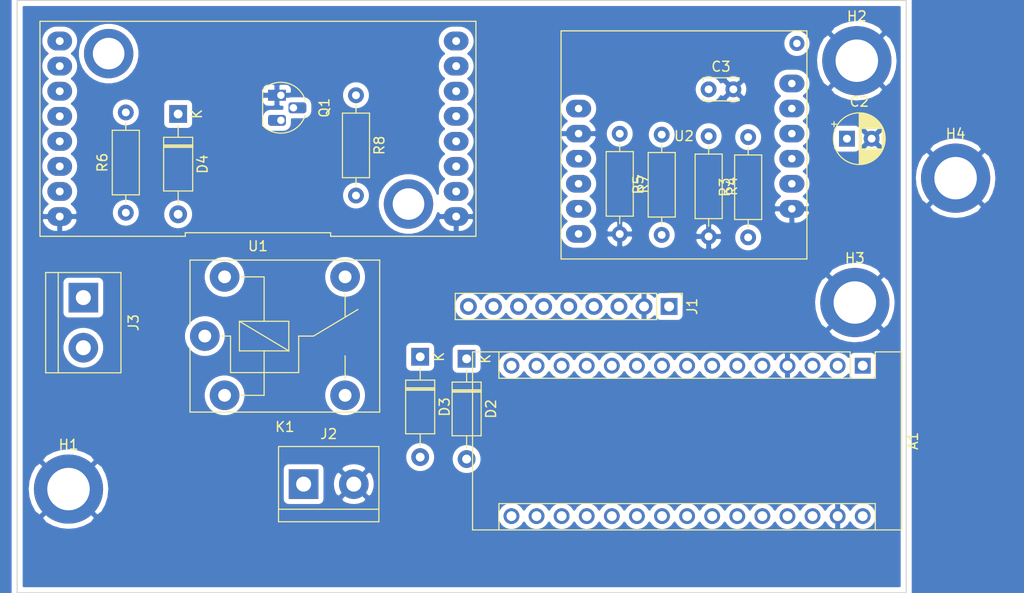
<source format=kicad_pcb>
(kicad_pcb (version 20171130) (host pcbnew "(5.1.6)-1")

  (general
    (thickness 1.6)
    (drawings 4)
    (tracks 0)
    (zones 0)
    (modules 23)
    (nets 47)
  )

  (page A4)
  (layers
    (0 F.Cu signal)
    (31 B.Cu signal hide)
    (32 B.Adhes user)
    (33 F.Adhes user)
    (34 B.Paste user)
    (35 F.Paste user)
    (36 B.SilkS user)
    (37 F.SilkS user)
    (38 B.Mask user)
    (39 F.Mask user)
    (40 Dwgs.User user)
    (41 Cmts.User user)
    (42 Eco1.User user)
    (43 Eco2.User user)
    (44 Edge.Cuts user)
    (45 Margin user)
    (46 B.CrtYd user)
    (47 F.CrtYd user)
    (48 B.Fab user)
    (49 F.Fab user)
  )

  (setup
    (last_trace_width 0.762)
    (user_trace_width 0.508)
    (user_trace_width 0.762)
    (user_trace_width 1.016)
    (user_trace_width 2.032)
    (trace_clearance 0.2)
    (zone_clearance 0.508)
    (zone_45_only no)
    (trace_min 0.2)
    (via_size 0.8)
    (via_drill 0.4)
    (via_min_size 0.4)
    (via_min_drill 0.3)
    (uvia_size 0.3)
    (uvia_drill 0.1)
    (uvias_allowed no)
    (uvia_min_size 0.2)
    (uvia_min_drill 0.1)
    (edge_width 0.1)
    (segment_width 0.2)
    (pcb_text_width 0.3)
    (pcb_text_size 1.5 1.5)
    (mod_edge_width 0.15)
    (mod_text_size 1 1)
    (mod_text_width 0.15)
    (pad_size 1.524 1.524)
    (pad_drill 0.762)
    (pad_to_mask_clearance 0)
    (aux_axis_origin 0 0)
    (visible_elements 7FFFFFFF)
    (pcbplotparams
      (layerselection 0x010fc_ffffffff)
      (usegerberextensions false)
      (usegerberattributes true)
      (usegerberadvancedattributes true)
      (creategerberjobfile true)
      (excludeedgelayer true)
      (linewidth 0.100000)
      (plotframeref false)
      (viasonmask false)
      (mode 1)
      (useauxorigin false)
      (hpglpennumber 1)
      (hpglpenspeed 20)
      (hpglpendiameter 15.000000)
      (psnegative false)
      (psa4output false)
      (plotreference true)
      (plotvalue true)
      (plotinvisibletext false)
      (padsonsilk false)
      (subtractmaskfromsilk false)
      (outputformat 1)
      (mirror false)
      (drillshape 1)
      (scaleselection 1)
      (outputdirectory ""))
  )

  (net 0 "")
  (net 1 "Net-(A1-Pad1)")
  (net 2 "Net-(A1-Pad17)")
  (net 3 "Net-(A1-Pad2)")
  (net 4 "Net-(A1-Pad18)")
  (net 5 "Net-(A1-Pad3)")
  (net 6 "Net-(A1-Pad19)")
  (net 7 GND)
  (net 8 "Net-(A1-Pad20)")
  (net 9 "Net-(A1-Pad5)")
  (net 10 "Net-(A1-Pad21)")
  (net 11 RST-COMMAND)
  (net 12 "Net-(A1-Pad22)")
  (net 13 DCE-TX)
  (net 14 "Net-(A1-Pad23)")
  (net 15 DTE-TX)
  (net 16 "Net-(A1-Pad24)")
  (net 17 Pin3)
  (net 18 "Net-(A1-Pad25)")
  (net 19 Pin4)
  (net 20 "Net-(A1-Pad26)")
  (net 21 Pin5)
  (net 22 "Net-(A1-Pad27)")
  (net 23 Pin6)
  (net 24 "Net-(A1-Pad28)")
  (net 25 Pin7)
  (net 26 Pin8)
  (net 27 +12V)
  (net 28 GATE)
  (net 29 GATELED)
  (net 30 +4V)
  (net 31 Pin9)
  (net 32 "Net-(D4-Pad1)")
  (net 33 "Net-(D4-Pad2)")
  (net 34 "Net-(J3-Pad2)")
  (net 35 "Net-(J3-Pad1)")
  (net 36 "Net-(K1-Pad12)")
  (net 37 "Net-(Q1-Pad2)")
  (net 38 DCE-RX)
  (net 39 SIM800RST)
  (net 40 "Net-(U2-Pad2)")
  (net 41 "Net-(U2-Pad8)")
  (net 42 "Net-(U2-Pad10)")
  (net 43 "Net-(U2-Pad11)")
  (net 44 "Net-(U2-Pad12)")
  (net 45 "Net-(U2-Pad13)")
  (net 46 "Net-(U2-Pad1)")

  (net_class Default "Questo è il gruppo di collegamenti predefinito"
    (clearance 0.2)
    (trace_width 0.25)
    (via_dia 0.8)
    (via_drill 0.4)
    (uvia_dia 0.3)
    (uvia_drill 0.1)
    (add_net +12V)
    (add_net +4V)
    (add_net DCE-RX)
    (add_net DCE-TX)
    (add_net DTE-TX)
    (add_net GATE)
    (add_net GATELED)
    (add_net GND)
    (add_net "Net-(A1-Pad1)")
    (add_net "Net-(A1-Pad17)")
    (add_net "Net-(A1-Pad18)")
    (add_net "Net-(A1-Pad19)")
    (add_net "Net-(A1-Pad2)")
    (add_net "Net-(A1-Pad20)")
    (add_net "Net-(A1-Pad21)")
    (add_net "Net-(A1-Pad22)")
    (add_net "Net-(A1-Pad23)")
    (add_net "Net-(A1-Pad24)")
    (add_net "Net-(A1-Pad25)")
    (add_net "Net-(A1-Pad26)")
    (add_net "Net-(A1-Pad27)")
    (add_net "Net-(A1-Pad28)")
    (add_net "Net-(A1-Pad3)")
    (add_net "Net-(A1-Pad5)")
    (add_net "Net-(D4-Pad1)")
    (add_net "Net-(D4-Pad2)")
    (add_net "Net-(J3-Pad1)")
    (add_net "Net-(J3-Pad2)")
    (add_net "Net-(K1-Pad12)")
    (add_net "Net-(Q1-Pad2)")
    (add_net "Net-(U2-Pad1)")
    (add_net "Net-(U2-Pad10)")
    (add_net "Net-(U2-Pad11)")
    (add_net "Net-(U2-Pad12)")
    (add_net "Net-(U2-Pad13)")
    (add_net "Net-(U2-Pad2)")
    (add_net "Net-(U2-Pad8)")
    (add_net Pin3)
    (add_net Pin4)
    (add_net Pin5)
    (add_net Pin6)
    (add_net Pin7)
    (add_net Pin8)
    (add_net Pin9)
    (add_net RST-COMMAND)
    (add_net SIM800RST)
  )

  (module Relay_THT:Relay_SPDT_Finder_36.11 (layer F.Cu) (tedit 5D3F5A07) (tstamp 5F7F0D81)
    (at 49 84)
    (descr "FINDER 36.11, SPDT relay, 10A, https://gfinder.findernet.com/public/attachments/36/EN/S36EN.pdf")
    (tags "spdt relay")
    (path /5F0D2A4E)
    (fp_text reference K1 (at 8.1 9.2) (layer F.SilkS)
      (effects (font (size 1 1) (thickness 0.15)))
    )
    (fp_text value RELAY (at 8 -9.6) (layer F.Fab)
      (effects (font (size 1 1) (thickness 0.15)))
    )
    (fp_line (start 8.5 1.5) (end 3.5 1.5) (layer F.SilkS) (width 0.12))
    (fp_line (start 8.5 -1.5) (end 8.5 1.5) (layer F.SilkS) (width 0.12))
    (fp_line (start 3.5 -1.5) (end 8.5 -1.5) (layer F.SilkS) (width 0.12))
    (fp_line (start 3.5 1.5) (end 3.5 -1.5) (layer F.SilkS) (width 0.12))
    (fp_line (start 8.5 1.5) (end 3.5 -1.5) (layer F.SilkS) (width 0.12))
    (fp_line (start 6 1.5) (end 6 6) (layer F.SilkS) (width 0.12))
    (fp_line (start 6 -6) (end 6 -1.5) (layer F.SilkS) (width 0.12))
    (fp_line (start 2.6 0) (end 2.6 3.7) (layer F.SilkS) (width 0.12))
    (fp_line (start 9.5 0) (end 9.5 3.7) (layer F.SilkS) (width 0.12))
    (fp_line (start 9.5 3.7) (end 2.6 3.7) (layer F.SilkS) (width 0.12))
    (fp_line (start 11 0) (end 15.5 -2.7) (layer F.SilkS) (width 0.12))
    (fp_line (start 9.5 0) (end 11 0) (layer F.SilkS) (width 0.12))
    (fp_line (start 6 -6) (end 3.7 -6) (layer F.SilkS) (width 0.12))
    (fp_line (start 2.6 0) (end 1.7 0) (layer F.SilkS) (width 0.12))
    (fp_line (start 3.7 6) (end 6 6) (layer F.SilkS) (width 0.12))
    (fp_line (start 14.2 -4.3) (end 14.2 -2) (layer F.SilkS) (width 0.12))
    (fp_line (start 14.2 4.3) (end 14.2 2) (layer F.SilkS) (width 0.12))
    (fp_line (start -1.75 7.85) (end 17.85 7.85) (layer F.CrtYd) (width 0.05))
    (fp_line (start 17.85 -7.85) (end 17.85 7.85) (layer F.CrtYd) (width 0.05))
    (fp_line (start -1.75 7.85) (end -1.75 -7.85) (layer F.CrtYd) (width 0.05))
    (fp_line (start 17.85 -7.85) (end -1.75 -7.85) (layer F.CrtYd) (width 0.05))
    (fp_line (start -1.4 7.6) (end -1.4 -7.6) (layer F.Fab) (width 0.1))
    (fp_line (start 17.6 7.6) (end -1.4 7.6) (layer F.Fab) (width 0.1))
    (fp_line (start 17.6 -7.6) (end 17.6 7.6) (layer F.Fab) (width 0.1))
    (fp_line (start -1.4 -7.6) (end 17.6 -7.6) (layer F.Fab) (width 0.1))
    (fp_line (start 17.7 7.7) (end -1.5 7.7) (layer F.SilkS) (width 0.12))
    (fp_line (start 17.7 -7.7) (end 17.7 7.7) (layer F.SilkS) (width 0.12))
    (fp_line (start -1.5 -7.7) (end 17.7 -7.7) (layer F.SilkS) (width 0.12))
    (fp_line (start -1.5 -7.7) (end -1.5 -1.2) (layer F.SilkS) (width 0.12))
    (fp_line (start -1.5 1.2) (end -1.5 7.7) (layer F.SilkS) (width 0.12))
    (fp_text user %R (at 7.1 0.025) (layer F.Fab)
      (effects (font (size 1 1) (thickness 0.15)))
    )
    (pad A1 thru_hole circle (at 2 6) (size 3 3) (drill 1.3) (layers *.Cu *.Mask)
      (net 32 "Net-(D4-Pad1)"))
    (pad 14 thru_hole circle (at 14.2 6) (size 3 3) (drill 1.3) (layers *.Cu *.Mask)
      (net 34 "Net-(J3-Pad2)"))
    (pad 12 thru_hole circle (at 14.2 -6) (size 3 3) (drill 1.3) (layers *.Cu *.Mask)
      (net 36 "Net-(K1-Pad12)"))
    (pad A2 thru_hole circle (at 2 -6) (size 3 3) (drill 1.3) (layers *.Cu *.Mask)
      (net 33 "Net-(D4-Pad2)"))
    (pad 11 thru_hole circle (at 0 0) (size 3 3) (drill 1.3) (layers *.Cu *.Mask)
      (net 35 "Net-(J3-Pad1)"))
    (model ${KISYS3DMOD}/Relay_THT.3dshapes/Relay_SPDT_Finder_36.11.wrl
      (at (xyz 0 0 0))
      (scale (xyz 1 1 1))
      (rotate (xyz 0 0 0))
    )
  )

  (module Capacitor_THT:CP_Radial_D5.0mm_P2.50mm (layer F.Cu) (tedit 5AE50EF0) (tstamp 5F7F0C80)
    (at 114 64)
    (descr "CP, Radial series, Radial, pin pitch=2.50mm, , diameter=5mm, Electrolytic Capacitor")
    (tags "CP Radial series Radial pin pitch 2.50mm  diameter 5mm Electrolytic Capacitor")
    (path /5EC84754)
    (fp_text reference C2 (at 1.25 -3.75) (layer F.SilkS)
      (effects (font (size 1 1) (thickness 0.15)))
    )
    (fp_text value 100uF (at 1.25 3.75) (layer F.Fab)
      (effects (font (size 1 1) (thickness 0.15)))
    )
    (fp_line (start -1.304775 -1.725) (end -1.304775 -1.225) (layer F.SilkS) (width 0.12))
    (fp_line (start -1.554775 -1.475) (end -1.054775 -1.475) (layer F.SilkS) (width 0.12))
    (fp_line (start 3.851 -0.284) (end 3.851 0.284) (layer F.SilkS) (width 0.12))
    (fp_line (start 3.811 -0.518) (end 3.811 0.518) (layer F.SilkS) (width 0.12))
    (fp_line (start 3.771 -0.677) (end 3.771 0.677) (layer F.SilkS) (width 0.12))
    (fp_line (start 3.731 -0.805) (end 3.731 0.805) (layer F.SilkS) (width 0.12))
    (fp_line (start 3.691 -0.915) (end 3.691 0.915) (layer F.SilkS) (width 0.12))
    (fp_line (start 3.651 -1.011) (end 3.651 1.011) (layer F.SilkS) (width 0.12))
    (fp_line (start 3.611 -1.098) (end 3.611 1.098) (layer F.SilkS) (width 0.12))
    (fp_line (start 3.571 -1.178) (end 3.571 1.178) (layer F.SilkS) (width 0.12))
    (fp_line (start 3.531 1.04) (end 3.531 1.251) (layer F.SilkS) (width 0.12))
    (fp_line (start 3.531 -1.251) (end 3.531 -1.04) (layer F.SilkS) (width 0.12))
    (fp_line (start 3.491 1.04) (end 3.491 1.319) (layer F.SilkS) (width 0.12))
    (fp_line (start 3.491 -1.319) (end 3.491 -1.04) (layer F.SilkS) (width 0.12))
    (fp_line (start 3.451 1.04) (end 3.451 1.383) (layer F.SilkS) (width 0.12))
    (fp_line (start 3.451 -1.383) (end 3.451 -1.04) (layer F.SilkS) (width 0.12))
    (fp_line (start 3.411 1.04) (end 3.411 1.443) (layer F.SilkS) (width 0.12))
    (fp_line (start 3.411 -1.443) (end 3.411 -1.04) (layer F.SilkS) (width 0.12))
    (fp_line (start 3.371 1.04) (end 3.371 1.5) (layer F.SilkS) (width 0.12))
    (fp_line (start 3.371 -1.5) (end 3.371 -1.04) (layer F.SilkS) (width 0.12))
    (fp_line (start 3.331 1.04) (end 3.331 1.554) (layer F.SilkS) (width 0.12))
    (fp_line (start 3.331 -1.554) (end 3.331 -1.04) (layer F.SilkS) (width 0.12))
    (fp_line (start 3.291 1.04) (end 3.291 1.605) (layer F.SilkS) (width 0.12))
    (fp_line (start 3.291 -1.605) (end 3.291 -1.04) (layer F.SilkS) (width 0.12))
    (fp_line (start 3.251 1.04) (end 3.251 1.653) (layer F.SilkS) (width 0.12))
    (fp_line (start 3.251 -1.653) (end 3.251 -1.04) (layer F.SilkS) (width 0.12))
    (fp_line (start 3.211 1.04) (end 3.211 1.699) (layer F.SilkS) (width 0.12))
    (fp_line (start 3.211 -1.699) (end 3.211 -1.04) (layer F.SilkS) (width 0.12))
    (fp_line (start 3.171 1.04) (end 3.171 1.743) (layer F.SilkS) (width 0.12))
    (fp_line (start 3.171 -1.743) (end 3.171 -1.04) (layer F.SilkS) (width 0.12))
    (fp_line (start 3.131 1.04) (end 3.131 1.785) (layer F.SilkS) (width 0.12))
    (fp_line (start 3.131 -1.785) (end 3.131 -1.04) (layer F.SilkS) (width 0.12))
    (fp_line (start 3.091 1.04) (end 3.091 1.826) (layer F.SilkS) (width 0.12))
    (fp_line (start 3.091 -1.826) (end 3.091 -1.04) (layer F.SilkS) (width 0.12))
    (fp_line (start 3.051 1.04) (end 3.051 1.864) (layer F.SilkS) (width 0.12))
    (fp_line (start 3.051 -1.864) (end 3.051 -1.04) (layer F.SilkS) (width 0.12))
    (fp_line (start 3.011 1.04) (end 3.011 1.901) (layer F.SilkS) (width 0.12))
    (fp_line (start 3.011 -1.901) (end 3.011 -1.04) (layer F.SilkS) (width 0.12))
    (fp_line (start 2.971 1.04) (end 2.971 1.937) (layer F.SilkS) (width 0.12))
    (fp_line (start 2.971 -1.937) (end 2.971 -1.04) (layer F.SilkS) (width 0.12))
    (fp_line (start 2.931 1.04) (end 2.931 1.971) (layer F.SilkS) (width 0.12))
    (fp_line (start 2.931 -1.971) (end 2.931 -1.04) (layer F.SilkS) (width 0.12))
    (fp_line (start 2.891 1.04) (end 2.891 2.004) (layer F.SilkS) (width 0.12))
    (fp_line (start 2.891 -2.004) (end 2.891 -1.04) (layer F.SilkS) (width 0.12))
    (fp_line (start 2.851 1.04) (end 2.851 2.035) (layer F.SilkS) (width 0.12))
    (fp_line (start 2.851 -2.035) (end 2.851 -1.04) (layer F.SilkS) (width 0.12))
    (fp_line (start 2.811 1.04) (end 2.811 2.065) (layer F.SilkS) (width 0.12))
    (fp_line (start 2.811 -2.065) (end 2.811 -1.04) (layer F.SilkS) (width 0.12))
    (fp_line (start 2.771 1.04) (end 2.771 2.095) (layer F.SilkS) (width 0.12))
    (fp_line (start 2.771 -2.095) (end 2.771 -1.04) (layer F.SilkS) (width 0.12))
    (fp_line (start 2.731 1.04) (end 2.731 2.122) (layer F.SilkS) (width 0.12))
    (fp_line (start 2.731 -2.122) (end 2.731 -1.04) (layer F.SilkS) (width 0.12))
    (fp_line (start 2.691 1.04) (end 2.691 2.149) (layer F.SilkS) (width 0.12))
    (fp_line (start 2.691 -2.149) (end 2.691 -1.04) (layer F.SilkS) (width 0.12))
    (fp_line (start 2.651 1.04) (end 2.651 2.175) (layer F.SilkS) (width 0.12))
    (fp_line (start 2.651 -2.175) (end 2.651 -1.04) (layer F.SilkS) (width 0.12))
    (fp_line (start 2.611 1.04) (end 2.611 2.2) (layer F.SilkS) (width 0.12))
    (fp_line (start 2.611 -2.2) (end 2.611 -1.04) (layer F.SilkS) (width 0.12))
    (fp_line (start 2.571 1.04) (end 2.571 2.224) (layer F.SilkS) (width 0.12))
    (fp_line (start 2.571 -2.224) (end 2.571 -1.04) (layer F.SilkS) (width 0.12))
    (fp_line (start 2.531 1.04) (end 2.531 2.247) (layer F.SilkS) (width 0.12))
    (fp_line (start 2.531 -2.247) (end 2.531 -1.04) (layer F.SilkS) (width 0.12))
    (fp_line (start 2.491 1.04) (end 2.491 2.268) (layer F.SilkS) (width 0.12))
    (fp_line (start 2.491 -2.268) (end 2.491 -1.04) (layer F.SilkS) (width 0.12))
    (fp_line (start 2.451 1.04) (end 2.451 2.29) (layer F.SilkS) (width 0.12))
    (fp_line (start 2.451 -2.29) (end 2.451 -1.04) (layer F.SilkS) (width 0.12))
    (fp_line (start 2.411 1.04) (end 2.411 2.31) (layer F.SilkS) (width 0.12))
    (fp_line (start 2.411 -2.31) (end 2.411 -1.04) (layer F.SilkS) (width 0.12))
    (fp_line (start 2.371 1.04) (end 2.371 2.329) (layer F.SilkS) (width 0.12))
    (fp_line (start 2.371 -2.329) (end 2.371 -1.04) (layer F.SilkS) (width 0.12))
    (fp_line (start 2.331 1.04) (end 2.331 2.348) (layer F.SilkS) (width 0.12))
    (fp_line (start 2.331 -2.348) (end 2.331 -1.04) (layer F.SilkS) (width 0.12))
    (fp_line (start 2.291 1.04) (end 2.291 2.365) (layer F.SilkS) (width 0.12))
    (fp_line (start 2.291 -2.365) (end 2.291 -1.04) (layer F.SilkS) (width 0.12))
    (fp_line (start 2.251 1.04) (end 2.251 2.382) (layer F.SilkS) (width 0.12))
    (fp_line (start 2.251 -2.382) (end 2.251 -1.04) (layer F.SilkS) (width 0.12))
    (fp_line (start 2.211 1.04) (end 2.211 2.398) (layer F.SilkS) (width 0.12))
    (fp_line (start 2.211 -2.398) (end 2.211 -1.04) (layer F.SilkS) (width 0.12))
    (fp_line (start 2.171 1.04) (end 2.171 2.414) (layer F.SilkS) (width 0.12))
    (fp_line (start 2.171 -2.414) (end 2.171 -1.04) (layer F.SilkS) (width 0.12))
    (fp_line (start 2.131 1.04) (end 2.131 2.428) (layer F.SilkS) (width 0.12))
    (fp_line (start 2.131 -2.428) (end 2.131 -1.04) (layer F.SilkS) (width 0.12))
    (fp_line (start 2.091 1.04) (end 2.091 2.442) (layer F.SilkS) (width 0.12))
    (fp_line (start 2.091 -2.442) (end 2.091 -1.04) (layer F.SilkS) (width 0.12))
    (fp_line (start 2.051 1.04) (end 2.051 2.455) (layer F.SilkS) (width 0.12))
    (fp_line (start 2.051 -2.455) (end 2.051 -1.04) (layer F.SilkS) (width 0.12))
    (fp_line (start 2.011 1.04) (end 2.011 2.468) (layer F.SilkS) (width 0.12))
    (fp_line (start 2.011 -2.468) (end 2.011 -1.04) (layer F.SilkS) (width 0.12))
    (fp_line (start 1.971 1.04) (end 1.971 2.48) (layer F.SilkS) (width 0.12))
    (fp_line (start 1.971 -2.48) (end 1.971 -1.04) (layer F.SilkS) (width 0.12))
    (fp_line (start 1.93 1.04) (end 1.93 2.491) (layer F.SilkS) (width 0.12))
    (fp_line (start 1.93 -2.491) (end 1.93 -1.04) (layer F.SilkS) (width 0.12))
    (fp_line (start 1.89 1.04) (end 1.89 2.501) (layer F.SilkS) (width 0.12))
    (fp_line (start 1.89 -2.501) (end 1.89 -1.04) (layer F.SilkS) (width 0.12))
    (fp_line (start 1.85 1.04) (end 1.85 2.511) (layer F.SilkS) (width 0.12))
    (fp_line (start 1.85 -2.511) (end 1.85 -1.04) (layer F.SilkS) (width 0.12))
    (fp_line (start 1.81 1.04) (end 1.81 2.52) (layer F.SilkS) (width 0.12))
    (fp_line (start 1.81 -2.52) (end 1.81 -1.04) (layer F.SilkS) (width 0.12))
    (fp_line (start 1.77 1.04) (end 1.77 2.528) (layer F.SilkS) (width 0.12))
    (fp_line (start 1.77 -2.528) (end 1.77 -1.04) (layer F.SilkS) (width 0.12))
    (fp_line (start 1.73 1.04) (end 1.73 2.536) (layer F.SilkS) (width 0.12))
    (fp_line (start 1.73 -2.536) (end 1.73 -1.04) (layer F.SilkS) (width 0.12))
    (fp_line (start 1.69 1.04) (end 1.69 2.543) (layer F.SilkS) (width 0.12))
    (fp_line (start 1.69 -2.543) (end 1.69 -1.04) (layer F.SilkS) (width 0.12))
    (fp_line (start 1.65 1.04) (end 1.65 2.55) (layer F.SilkS) (width 0.12))
    (fp_line (start 1.65 -2.55) (end 1.65 -1.04) (layer F.SilkS) (width 0.12))
    (fp_line (start 1.61 1.04) (end 1.61 2.556) (layer F.SilkS) (width 0.12))
    (fp_line (start 1.61 -2.556) (end 1.61 -1.04) (layer F.SilkS) (width 0.12))
    (fp_line (start 1.57 1.04) (end 1.57 2.561) (layer F.SilkS) (width 0.12))
    (fp_line (start 1.57 -2.561) (end 1.57 -1.04) (layer F.SilkS) (width 0.12))
    (fp_line (start 1.53 1.04) (end 1.53 2.565) (layer F.SilkS) (width 0.12))
    (fp_line (start 1.53 -2.565) (end 1.53 -1.04) (layer F.SilkS) (width 0.12))
    (fp_line (start 1.49 1.04) (end 1.49 2.569) (layer F.SilkS) (width 0.12))
    (fp_line (start 1.49 -2.569) (end 1.49 -1.04) (layer F.SilkS) (width 0.12))
    (fp_line (start 1.45 -2.573) (end 1.45 2.573) (layer F.SilkS) (width 0.12))
    (fp_line (start 1.41 -2.576) (end 1.41 2.576) (layer F.SilkS) (width 0.12))
    (fp_line (start 1.37 -2.578) (end 1.37 2.578) (layer F.SilkS) (width 0.12))
    (fp_line (start 1.33 -2.579) (end 1.33 2.579) (layer F.SilkS) (width 0.12))
    (fp_line (start 1.29 -2.58) (end 1.29 2.58) (layer F.SilkS) (width 0.12))
    (fp_line (start 1.25 -2.58) (end 1.25 2.58) (layer F.SilkS) (width 0.12))
    (fp_line (start -0.633605 -1.3375) (end -0.633605 -0.8375) (layer F.Fab) (width 0.1))
    (fp_line (start -0.883605 -1.0875) (end -0.383605 -1.0875) (layer F.Fab) (width 0.1))
    (fp_circle (center 1.25 0) (end 4 0) (layer F.CrtYd) (width 0.05))
    (fp_circle (center 1.25 0) (end 3.87 0) (layer F.SilkS) (width 0.12))
    (fp_circle (center 1.25 0) (end 3.75 0) (layer F.Fab) (width 0.1))
    (fp_text user %R (at 1.25 0) (layer F.Fab)
      (effects (font (size 1 1) (thickness 0.15)))
    )
    (pad 1 thru_hole rect (at 0 0) (size 1.6 1.6) (drill 0.8) (layers *.Cu *.Mask)
      (net 30 +4V))
    (pad 2 thru_hole circle (at 2.5 0) (size 1.6 1.6) (drill 0.8) (layers *.Cu *.Mask)
      (net 7 GND))
    (model ${KISYS3DMOD}/Capacitor_THT.3dshapes/CP_Radial_D5.0mm_P2.50mm.wrl
      (at (xyz 0 0 0))
      (scale (xyz 1 1 1))
      (rotate (xyz 0 0 0))
    )
  )

  (module Module:Arduino_Nano (layer F.Cu) (tedit 58ACAF70) (tstamp 5F7F0BFC)
    (at 115.6 87 270)
    (descr "Arduino Nano, http://www.mouser.com/pdfdocs/Gravitech_Arduino_Nano3_0.pdf")
    (tags "Arduino Nano")
    (path /5EF0937A)
    (fp_text reference A1 (at 7.62 -5.08 90) (layer F.SilkS)
      (effects (font (size 1 1) (thickness 0.15)))
    )
    (fp_text value Arduino_Nano_v3.x (at 8.89 19.05) (layer F.Fab)
      (effects (font (size 1 1) (thickness 0.15)))
    )
    (fp_line (start 16.75 42.16) (end -1.53 42.16) (layer F.CrtYd) (width 0.05))
    (fp_line (start 16.75 42.16) (end 16.75 -4.06) (layer F.CrtYd) (width 0.05))
    (fp_line (start -1.53 -4.06) (end -1.53 42.16) (layer F.CrtYd) (width 0.05))
    (fp_line (start -1.53 -4.06) (end 16.75 -4.06) (layer F.CrtYd) (width 0.05))
    (fp_line (start 16.51 -3.81) (end 16.51 39.37) (layer F.Fab) (width 0.1))
    (fp_line (start 0 -3.81) (end 16.51 -3.81) (layer F.Fab) (width 0.1))
    (fp_line (start -1.27 -2.54) (end 0 -3.81) (layer F.Fab) (width 0.1))
    (fp_line (start -1.27 39.37) (end -1.27 -2.54) (layer F.Fab) (width 0.1))
    (fp_line (start 16.51 39.37) (end -1.27 39.37) (layer F.Fab) (width 0.1))
    (fp_line (start 16.64 -3.94) (end -1.4 -3.94) (layer F.SilkS) (width 0.12))
    (fp_line (start 16.64 39.5) (end 16.64 -3.94) (layer F.SilkS) (width 0.12))
    (fp_line (start -1.4 39.5) (end 16.64 39.5) (layer F.SilkS) (width 0.12))
    (fp_line (start 3.81 41.91) (end 3.81 31.75) (layer F.Fab) (width 0.1))
    (fp_line (start 11.43 41.91) (end 3.81 41.91) (layer F.Fab) (width 0.1))
    (fp_line (start 11.43 31.75) (end 11.43 41.91) (layer F.Fab) (width 0.1))
    (fp_line (start 3.81 31.75) (end 11.43 31.75) (layer F.Fab) (width 0.1))
    (fp_line (start 1.27 36.83) (end -1.4 36.83) (layer F.SilkS) (width 0.12))
    (fp_line (start 1.27 1.27) (end 1.27 36.83) (layer F.SilkS) (width 0.12))
    (fp_line (start 1.27 1.27) (end -1.4 1.27) (layer F.SilkS) (width 0.12))
    (fp_line (start 13.97 36.83) (end 16.64 36.83) (layer F.SilkS) (width 0.12))
    (fp_line (start 13.97 -1.27) (end 13.97 36.83) (layer F.SilkS) (width 0.12))
    (fp_line (start 13.97 -1.27) (end 16.64 -1.27) (layer F.SilkS) (width 0.12))
    (fp_line (start -1.4 -3.94) (end -1.4 -1.27) (layer F.SilkS) (width 0.12))
    (fp_line (start -1.4 1.27) (end -1.4 39.5) (layer F.SilkS) (width 0.12))
    (fp_line (start 1.27 -1.27) (end -1.4 -1.27) (layer F.SilkS) (width 0.12))
    (fp_line (start 1.27 1.27) (end 1.27 -1.27) (layer F.SilkS) (width 0.12))
    (fp_text user %R (at 6.35 19.05) (layer F.Fab)
      (effects (font (size 1 1) (thickness 0.15)))
    )
    (pad 1 thru_hole rect (at 0 0 270) (size 1.6 1.6) (drill 1) (layers *.Cu *.Mask)
      (net 1 "Net-(A1-Pad1)"))
    (pad 17 thru_hole oval (at 15.24 33.02 270) (size 1.6 1.6) (drill 1) (layers *.Cu *.Mask)
      (net 2 "Net-(A1-Pad17)"))
    (pad 2 thru_hole oval (at 0 2.54 270) (size 1.6 1.6) (drill 1) (layers *.Cu *.Mask)
      (net 3 "Net-(A1-Pad2)"))
    (pad 18 thru_hole oval (at 15.24 30.48 270) (size 1.6 1.6) (drill 1) (layers *.Cu *.Mask)
      (net 4 "Net-(A1-Pad18)"))
    (pad 3 thru_hole oval (at 0 5.08 270) (size 1.6 1.6) (drill 1) (layers *.Cu *.Mask)
      (net 5 "Net-(A1-Pad3)"))
    (pad 19 thru_hole oval (at 15.24 27.94 270) (size 1.6 1.6) (drill 1) (layers *.Cu *.Mask)
      (net 6 "Net-(A1-Pad19)"))
    (pad 4 thru_hole oval (at 0 7.62 270) (size 1.6 1.6) (drill 1) (layers *.Cu *.Mask)
      (net 7 GND))
    (pad 20 thru_hole oval (at 15.24 25.4 270) (size 1.6 1.6) (drill 1) (layers *.Cu *.Mask)
      (net 8 "Net-(A1-Pad20)"))
    (pad 5 thru_hole oval (at 0 10.16 270) (size 1.6 1.6) (drill 1) (layers *.Cu *.Mask)
      (net 9 "Net-(A1-Pad5)"))
    (pad 21 thru_hole oval (at 15.24 22.86 270) (size 1.6 1.6) (drill 1) (layers *.Cu *.Mask)
      (net 10 "Net-(A1-Pad21)"))
    (pad 6 thru_hole oval (at 0 12.7 270) (size 1.6 1.6) (drill 1) (layers *.Cu *.Mask)
      (net 11 RST-COMMAND))
    (pad 22 thru_hole oval (at 15.24 20.32 270) (size 1.6 1.6) (drill 1) (layers *.Cu *.Mask)
      (net 12 "Net-(A1-Pad22)"))
    (pad 7 thru_hole oval (at 0 15.24 270) (size 1.6 1.6) (drill 1) (layers *.Cu *.Mask)
      (net 13 DCE-TX))
    (pad 23 thru_hole oval (at 15.24 17.78 270) (size 1.6 1.6) (drill 1) (layers *.Cu *.Mask)
      (net 14 "Net-(A1-Pad23)"))
    (pad 8 thru_hole oval (at 0 17.78 270) (size 1.6 1.6) (drill 1) (layers *.Cu *.Mask)
      (net 15 DTE-TX))
    (pad 24 thru_hole oval (at 15.24 15.24 270) (size 1.6 1.6) (drill 1) (layers *.Cu *.Mask)
      (net 16 "Net-(A1-Pad24)"))
    (pad 9 thru_hole oval (at 0 20.32 270) (size 1.6 1.6) (drill 1) (layers *.Cu *.Mask)
      (net 17 Pin3))
    (pad 25 thru_hole oval (at 15.24 12.7 270) (size 1.6 1.6) (drill 1) (layers *.Cu *.Mask)
      (net 18 "Net-(A1-Pad25)"))
    (pad 10 thru_hole oval (at 0 22.86 270) (size 1.6 1.6) (drill 1) (layers *.Cu *.Mask)
      (net 19 Pin4))
    (pad 26 thru_hole oval (at 15.24 10.16 270) (size 1.6 1.6) (drill 1) (layers *.Cu *.Mask)
      (net 20 "Net-(A1-Pad26)"))
    (pad 11 thru_hole oval (at 0 25.4 270) (size 1.6 1.6) (drill 1) (layers *.Cu *.Mask)
      (net 21 Pin5))
    (pad 27 thru_hole oval (at 15.24 7.62 270) (size 1.6 1.6) (drill 1) (layers *.Cu *.Mask)
      (net 22 "Net-(A1-Pad27)"))
    (pad 12 thru_hole oval (at 0 27.94 270) (size 1.6 1.6) (drill 1) (layers *.Cu *.Mask)
      (net 23 Pin6))
    (pad 28 thru_hole oval (at 15.24 5.08 270) (size 1.6 1.6) (drill 1) (layers *.Cu *.Mask)
      (net 24 "Net-(A1-Pad28)"))
    (pad 13 thru_hole oval (at 0 30.48 270) (size 1.6 1.6) (drill 1) (layers *.Cu *.Mask)
      (net 25 Pin7))
    (pad 29 thru_hole oval (at 15.24 2.54 270) (size 1.6 1.6) (drill 1) (layers *.Cu *.Mask)
      (net 7 GND))
    (pad 14 thru_hole oval (at 0 33.02 270) (size 1.6 1.6) (drill 1) (layers *.Cu *.Mask)
      (net 26 Pin8))
    (pad 30 thru_hole oval (at 15.24 0 270) (size 1.6 1.6) (drill 1) (layers *.Cu *.Mask)
      (net 27 +12V))
    (pad 15 thru_hole oval (at 0 35.56 270) (size 1.6 1.6) (drill 1) (layers *.Cu *.Mask)
      (net 28 GATE))
    (pad 16 thru_hole oval (at 15.24 35.56 270) (size 1.6 1.6) (drill 1) (layers *.Cu *.Mask)
      (net 29 GATELED))
    (model ${KISYS3DMOD}/Module.3dshapes/Arduino_Nano_WithMountingHoles.wrl
      (at (xyz 0 0 0))
      (scale (xyz 1 1 1))
      (rotate (xyz 0 0 0))
    )
  )

  (module Capacitor_THT:C_Disc_D3.4mm_W2.1mm_P2.50mm (layer F.Cu) (tedit 5AE50EF0) (tstamp 5F7F0C95)
    (at 100 59)
    (descr "C, Disc series, Radial, pin pitch=2.50mm, , diameter*width=3.4*2.1mm^2, Capacitor, http://www.vishay.com/docs/45233/krseries.pdf")
    (tags "C Disc series Radial pin pitch 2.50mm  diameter 3.4mm width 2.1mm Capacitor")
    (path /5EC8745B)
    (fp_text reference C3 (at 1.25 -2.3) (layer F.SilkS)
      (effects (font (size 1 1) (thickness 0.15)))
    )
    (fp_text value 33pF (at 1.25 2.3) (layer F.Fab)
      (effects (font (size 1 1) (thickness 0.15)))
    )
    (fp_line (start 3.55 -1.3) (end -1.05 -1.3) (layer F.CrtYd) (width 0.05))
    (fp_line (start 3.55 1.3) (end 3.55 -1.3) (layer F.CrtYd) (width 0.05))
    (fp_line (start -1.05 1.3) (end 3.55 1.3) (layer F.CrtYd) (width 0.05))
    (fp_line (start -1.05 -1.3) (end -1.05 1.3) (layer F.CrtYd) (width 0.05))
    (fp_line (start 3.07 0.925) (end 3.07 1.17) (layer F.SilkS) (width 0.12))
    (fp_line (start 3.07 -1.17) (end 3.07 -0.925) (layer F.SilkS) (width 0.12))
    (fp_line (start -0.57 0.925) (end -0.57 1.17) (layer F.SilkS) (width 0.12))
    (fp_line (start -0.57 -1.17) (end -0.57 -0.925) (layer F.SilkS) (width 0.12))
    (fp_line (start -0.57 1.17) (end 3.07 1.17) (layer F.SilkS) (width 0.12))
    (fp_line (start -0.57 -1.17) (end 3.07 -1.17) (layer F.SilkS) (width 0.12))
    (fp_line (start 2.95 -1.05) (end -0.45 -1.05) (layer F.Fab) (width 0.1))
    (fp_line (start 2.95 1.05) (end 2.95 -1.05) (layer F.Fab) (width 0.1))
    (fp_line (start -0.45 1.05) (end 2.95 1.05) (layer F.Fab) (width 0.1))
    (fp_line (start -0.45 -1.05) (end -0.45 1.05) (layer F.Fab) (width 0.1))
    (fp_text user %R (at 1.25 0) (layer F.Fab)
      (effects (font (size 0.68 0.68) (thickness 0.102)))
    )
    (pad 1 thru_hole circle (at 0 0) (size 1.6 1.6) (drill 0.8) (layers *.Cu *.Mask)
      (net 30 +4V))
    (pad 2 thru_hole circle (at 2.5 0) (size 1.6 1.6) (drill 0.8) (layers *.Cu *.Mask)
      (net 7 GND))
    (model ${KISYS3DMOD}/Capacitor_THT.3dshapes/C_Disc_D3.4mm_W2.1mm_P2.50mm.wrl
      (at (xyz 0 0 0))
      (scale (xyz 1 1 1))
      (rotate (xyz 0 0 0))
    )
  )

  (module Diode_THT:D_A-405_P10.16mm_Horizontal (layer F.Cu) (tedit 5AE50CD5) (tstamp 5F7F0CB4)
    (at 75.5 86.3 270)
    (descr "Diode, A-405 series, Axial, Horizontal, pin pitch=10.16mm, , length*diameter=5.2*2.7mm^2, , http://www.diodes.com/_files/packages/A-405.pdf")
    (tags "Diode A-405 series Axial Horizontal pin pitch 10.16mm  length 5.2mm diameter 2.7mm")
    (path /5EDE5EE7)
    (fp_text reference D2 (at 5.08 -2.47 90) (layer F.SilkS)
      (effects (font (size 1 1) (thickness 0.15)))
    )
    (fp_text value D (at 5.08 2.47 90) (layer F.Fab)
      (effects (font (size 1 1) (thickness 0.15)))
    )
    (fp_line (start 11.31 -1.6) (end -1.15 -1.6) (layer F.CrtYd) (width 0.05))
    (fp_line (start 11.31 1.6) (end 11.31 -1.6) (layer F.CrtYd) (width 0.05))
    (fp_line (start -1.15 1.6) (end 11.31 1.6) (layer F.CrtYd) (width 0.05))
    (fp_line (start -1.15 -1.6) (end -1.15 1.6) (layer F.CrtYd) (width 0.05))
    (fp_line (start 3.14 -1.47) (end 3.14 1.47) (layer F.SilkS) (width 0.12))
    (fp_line (start 3.38 -1.47) (end 3.38 1.47) (layer F.SilkS) (width 0.12))
    (fp_line (start 3.26 -1.47) (end 3.26 1.47) (layer F.SilkS) (width 0.12))
    (fp_line (start 9.02 0) (end 7.8 0) (layer F.SilkS) (width 0.12))
    (fp_line (start 1.14 0) (end 2.36 0) (layer F.SilkS) (width 0.12))
    (fp_line (start 7.8 -1.47) (end 2.36 -1.47) (layer F.SilkS) (width 0.12))
    (fp_line (start 7.8 1.47) (end 7.8 -1.47) (layer F.SilkS) (width 0.12))
    (fp_line (start 2.36 1.47) (end 7.8 1.47) (layer F.SilkS) (width 0.12))
    (fp_line (start 2.36 -1.47) (end 2.36 1.47) (layer F.SilkS) (width 0.12))
    (fp_line (start 3.16 -1.35) (end 3.16 1.35) (layer F.Fab) (width 0.1))
    (fp_line (start 3.36 -1.35) (end 3.36 1.35) (layer F.Fab) (width 0.1))
    (fp_line (start 3.26 -1.35) (end 3.26 1.35) (layer F.Fab) (width 0.1))
    (fp_line (start 10.16 0) (end 7.68 0) (layer F.Fab) (width 0.1))
    (fp_line (start 0 0) (end 2.48 0) (layer F.Fab) (width 0.1))
    (fp_line (start 7.68 -1.35) (end 2.48 -1.35) (layer F.Fab) (width 0.1))
    (fp_line (start 7.68 1.35) (end 7.68 -1.35) (layer F.Fab) (width 0.1))
    (fp_line (start 2.48 1.35) (end 7.68 1.35) (layer F.Fab) (width 0.1))
    (fp_line (start 2.48 -1.35) (end 2.48 1.35) (layer F.Fab) (width 0.1))
    (fp_text user %R (at 5.47 0 90) (layer F.Fab)
      (effects (font (size 1 1) (thickness 0.15)))
    )
    (fp_text user K (at 0 -1.9 90) (layer F.Fab)
      (effects (font (size 1 1) (thickness 0.15)))
    )
    (fp_text user K (at 0 -1.9 90) (layer F.SilkS)
      (effects (font (size 1 1) (thickness 0.15)))
    )
    (pad 1 thru_hole rect (at 0 0 270) (size 1.8 1.8) (drill 0.9) (layers *.Cu *.Mask)
      (net 31 Pin9))
    (pad 2 thru_hole oval (at 10.16 0 270) (size 1.8 1.8) (drill 0.9) (layers *.Cu *.Mask)
      (net 29 GATELED))
    (model ${KISYS3DMOD}/Diode_THT.3dshapes/D_A-405_P10.16mm_Horizontal.wrl
      (at (xyz 0 0 0))
      (scale (xyz 1 1 1))
      (rotate (xyz 0 0 0))
    )
  )

  (module Diode_THT:D_A-405_P10.16mm_Horizontal (layer F.Cu) (tedit 5AE50CD5) (tstamp 5F7F0CD3)
    (at 70.8 86.1 270)
    (descr "Diode, A-405 series, Axial, Horizontal, pin pitch=10.16mm, , length*diameter=5.2*2.7mm^2, , http://www.diodes.com/_files/packages/A-405.pdf")
    (tags "Diode A-405 series Axial Horizontal pin pitch 10.16mm  length 5.2mm diameter 2.7mm")
    (path /5EE6810F)
    (fp_text reference D3 (at 5.08 -2.47 90) (layer F.SilkS)
      (effects (font (size 1 1) (thickness 0.15)))
    )
    (fp_text value D (at 5.08 2.47 90) (layer F.Fab)
      (effects (font (size 1 1) (thickness 0.15)))
    )
    (fp_line (start 2.48 -1.35) (end 2.48 1.35) (layer F.Fab) (width 0.1))
    (fp_line (start 2.48 1.35) (end 7.68 1.35) (layer F.Fab) (width 0.1))
    (fp_line (start 7.68 1.35) (end 7.68 -1.35) (layer F.Fab) (width 0.1))
    (fp_line (start 7.68 -1.35) (end 2.48 -1.35) (layer F.Fab) (width 0.1))
    (fp_line (start 0 0) (end 2.48 0) (layer F.Fab) (width 0.1))
    (fp_line (start 10.16 0) (end 7.68 0) (layer F.Fab) (width 0.1))
    (fp_line (start 3.26 -1.35) (end 3.26 1.35) (layer F.Fab) (width 0.1))
    (fp_line (start 3.36 -1.35) (end 3.36 1.35) (layer F.Fab) (width 0.1))
    (fp_line (start 3.16 -1.35) (end 3.16 1.35) (layer F.Fab) (width 0.1))
    (fp_line (start 2.36 -1.47) (end 2.36 1.47) (layer F.SilkS) (width 0.12))
    (fp_line (start 2.36 1.47) (end 7.8 1.47) (layer F.SilkS) (width 0.12))
    (fp_line (start 7.8 1.47) (end 7.8 -1.47) (layer F.SilkS) (width 0.12))
    (fp_line (start 7.8 -1.47) (end 2.36 -1.47) (layer F.SilkS) (width 0.12))
    (fp_line (start 1.14 0) (end 2.36 0) (layer F.SilkS) (width 0.12))
    (fp_line (start 9.02 0) (end 7.8 0) (layer F.SilkS) (width 0.12))
    (fp_line (start 3.26 -1.47) (end 3.26 1.47) (layer F.SilkS) (width 0.12))
    (fp_line (start 3.38 -1.47) (end 3.38 1.47) (layer F.SilkS) (width 0.12))
    (fp_line (start 3.14 -1.47) (end 3.14 1.47) (layer F.SilkS) (width 0.12))
    (fp_line (start -1.15 -1.6) (end -1.15 1.6) (layer F.CrtYd) (width 0.05))
    (fp_line (start -1.15 1.6) (end 11.31 1.6) (layer F.CrtYd) (width 0.05))
    (fp_line (start 11.31 1.6) (end 11.31 -1.6) (layer F.CrtYd) (width 0.05))
    (fp_line (start 11.31 -1.6) (end -1.15 -1.6) (layer F.CrtYd) (width 0.05))
    (fp_text user K (at 0 -1.9 90) (layer F.SilkS)
      (effects (font (size 1 1) (thickness 0.15)))
    )
    (fp_text user K (at 0 -1.9 90) (layer F.Fab)
      (effects (font (size 1 1) (thickness 0.15)))
    )
    (fp_text user %R (at 5.47 0 90) (layer F.Fab)
      (effects (font (size 1 1) (thickness 0.15)))
    )
    (pad 2 thru_hole oval (at 10.16 0 270) (size 1.8 1.8) (drill 0.9) (layers *.Cu *.Mask)
      (net 28 GATE))
    (pad 1 thru_hole rect (at 0 0 270) (size 1.8 1.8) (drill 0.9) (layers *.Cu *.Mask)
      (net 31 Pin9))
    (model ${KISYS3DMOD}/Diode_THT.3dshapes/D_A-405_P10.16mm_Horizontal.wrl
      (at (xyz 0 0 0))
      (scale (xyz 1 1 1))
      (rotate (xyz 0 0 0))
    )
  )

  (module Diode_THT:D_A-405_P10.16mm_Horizontal (layer F.Cu) (tedit 5AE50CD5) (tstamp 5F7F0CF2)
    (at 46.3 61.5 270)
    (descr "Diode, A-405 series, Axial, Horizontal, pin pitch=10.16mm, , length*diameter=5.2*2.7mm^2, , http://www.diodes.com/_files/packages/A-405.pdf")
    (tags "Diode A-405 series Axial Horizontal pin pitch 10.16mm  length 5.2mm diameter 2.7mm")
    (path /5F0D66AF)
    (fp_text reference D4 (at 5.08 -2.47 90) (layer F.SilkS)
      (effects (font (size 1 1) (thickness 0.15)))
    )
    (fp_text value D (at 5.08 2.47 90) (layer F.Fab)
      (effects (font (size 1 1) (thickness 0.15)))
    )
    (fp_line (start 11.31 -1.6) (end -1.15 -1.6) (layer F.CrtYd) (width 0.05))
    (fp_line (start 11.31 1.6) (end 11.31 -1.6) (layer F.CrtYd) (width 0.05))
    (fp_line (start -1.15 1.6) (end 11.31 1.6) (layer F.CrtYd) (width 0.05))
    (fp_line (start -1.15 -1.6) (end -1.15 1.6) (layer F.CrtYd) (width 0.05))
    (fp_line (start 3.14 -1.47) (end 3.14 1.47) (layer F.SilkS) (width 0.12))
    (fp_line (start 3.38 -1.47) (end 3.38 1.47) (layer F.SilkS) (width 0.12))
    (fp_line (start 3.26 -1.47) (end 3.26 1.47) (layer F.SilkS) (width 0.12))
    (fp_line (start 9.02 0) (end 7.8 0) (layer F.SilkS) (width 0.12))
    (fp_line (start 1.14 0) (end 2.36 0) (layer F.SilkS) (width 0.12))
    (fp_line (start 7.8 -1.47) (end 2.36 -1.47) (layer F.SilkS) (width 0.12))
    (fp_line (start 7.8 1.47) (end 7.8 -1.47) (layer F.SilkS) (width 0.12))
    (fp_line (start 2.36 1.47) (end 7.8 1.47) (layer F.SilkS) (width 0.12))
    (fp_line (start 2.36 -1.47) (end 2.36 1.47) (layer F.SilkS) (width 0.12))
    (fp_line (start 3.16 -1.35) (end 3.16 1.35) (layer F.Fab) (width 0.1))
    (fp_line (start 3.36 -1.35) (end 3.36 1.35) (layer F.Fab) (width 0.1))
    (fp_line (start 3.26 -1.35) (end 3.26 1.35) (layer F.Fab) (width 0.1))
    (fp_line (start 10.16 0) (end 7.68 0) (layer F.Fab) (width 0.1))
    (fp_line (start 0 0) (end 2.48 0) (layer F.Fab) (width 0.1))
    (fp_line (start 7.68 -1.35) (end 2.48 -1.35) (layer F.Fab) (width 0.1))
    (fp_line (start 7.68 1.35) (end 7.68 -1.35) (layer F.Fab) (width 0.1))
    (fp_line (start 2.48 1.35) (end 7.68 1.35) (layer F.Fab) (width 0.1))
    (fp_line (start 2.48 -1.35) (end 2.48 1.35) (layer F.Fab) (width 0.1))
    (fp_text user %R (at 5.47 0 90) (layer F.Fab)
      (effects (font (size 1 1) (thickness 0.15)))
    )
    (fp_text user K (at 0 -1.9 90) (layer F.Fab)
      (effects (font (size 1 1) (thickness 0.15)))
    )
    (fp_text user K (at 0 -1.9 90) (layer F.SilkS)
      (effects (font (size 1 1) (thickness 0.15)))
    )
    (pad 1 thru_hole rect (at 0 0 270) (size 1.8 1.8) (drill 0.9) (layers *.Cu *.Mask)
      (net 32 "Net-(D4-Pad1)"))
    (pad 2 thru_hole oval (at 10.16 0 270) (size 1.8 1.8) (drill 0.9) (layers *.Cu *.Mask)
      (net 33 "Net-(D4-Pad2)"))
    (model ${KISYS3DMOD}/Diode_THT.3dshapes/D_A-405_P10.16mm_Horizontal.wrl
      (at (xyz 0 0 0))
      (scale (xyz 1 1 1))
      (rotate (xyz 0 0 0))
    )
  )

  (module MountingHole:MountingHole_4.3mm_M4_ISO14580_Pad (layer F.Cu) (tedit 56D1B4CB) (tstamp 5F7F0CFA)
    (at 35.2 99.5)
    (descr "Mounting Hole 4.3mm, M4, ISO14580")
    (tags "mounting hole 4.3mm m4 iso14580")
    (path /5F7F2405)
    (attr virtual)
    (fp_text reference H1 (at 0 -4.5) (layer F.SilkS)
      (effects (font (size 1 1) (thickness 0.15)))
    )
    (fp_text value MountingHole_Pad (at 0 4.5) (layer F.Fab)
      (effects (font (size 1 1) (thickness 0.15)))
    )
    (fp_circle (center 0 0) (end 3.75 0) (layer F.CrtYd) (width 0.05))
    (fp_circle (center 0 0) (end 3.5 0) (layer Cmts.User) (width 0.15))
    (fp_text user %R (at 0.3 0) (layer F.Fab)
      (effects (font (size 1 1) (thickness 0.15)))
    )
    (pad 1 thru_hole circle (at 0 0) (size 7 7) (drill 4.3) (layers *.Cu *.Mask)
      (net 7 GND))
  )

  (module MountingHole:MountingHole_4.3mm_M4_ISO14580_Pad (layer F.Cu) (tedit 56D1B4CB) (tstamp 5F7F0D02)
    (at 115 56.1)
    (descr "Mounting Hole 4.3mm, M4, ISO14580")
    (tags "mounting hole 4.3mm m4 iso14580")
    (path /5F7F1444)
    (attr virtual)
    (fp_text reference H2 (at 0 -4.5) (layer F.SilkS)
      (effects (font (size 1 1) (thickness 0.15)))
    )
    (fp_text value MountingHole_Pad (at 0 4.5) (layer F.Fab)
      (effects (font (size 1 1) (thickness 0.15)))
    )
    (fp_circle (center 0 0) (end 3.5 0) (layer Cmts.User) (width 0.15))
    (fp_circle (center 0 0) (end 3.75 0) (layer F.CrtYd) (width 0.05))
    (fp_text user %R (at 0.3 0) (layer F.Fab)
      (effects (font (size 1 1) (thickness 0.15)))
    )
    (pad 1 thru_hole circle (at 0 0) (size 7 7) (drill 4.3) (layers *.Cu *.Mask)
      (net 7 GND))
  )

  (module MountingHole:MountingHole_4.3mm_M4_ISO14580_Pad (layer F.Cu) (tedit 56D1B4CB) (tstamp 5F7F0D0A)
    (at 114.8 80.6)
    (descr "Mounting Hole 4.3mm, M4, ISO14580")
    (tags "mounting hole 4.3mm m4 iso14580")
    (path /5F7F1BA9)
    (attr virtual)
    (fp_text reference H3 (at 0 -4.5) (layer F.SilkS)
      (effects (font (size 1 1) (thickness 0.15)))
    )
    (fp_text value MountingHole_Pad (at 0 4.5) (layer F.Fab)
      (effects (font (size 1 1) (thickness 0.15)))
    )
    (fp_circle (center 0 0) (end 3.75 0) (layer F.CrtYd) (width 0.05))
    (fp_circle (center 0 0) (end 3.5 0) (layer Cmts.User) (width 0.15))
    (fp_text user %R (at 0.3 0) (layer F.Fab)
      (effects (font (size 1 1) (thickness 0.15)))
    )
    (pad 1 thru_hole circle (at 0 0) (size 7 7) (drill 4.3) (layers *.Cu *.Mask)
      (net 7 GND))
  )

  (module MountingHole:MountingHole_4.3mm_M4_ISO14580_Pad (layer F.Cu) (tedit 56D1B4CB) (tstamp 5F7F0D12)
    (at 125 68)
    (descr "Mounting Hole 4.3mm, M4, ISO14580")
    (tags "mounting hole 4.3mm m4 iso14580")
    (path /5F7F215C)
    (attr virtual)
    (fp_text reference H4 (at 0 -4.5) (layer F.SilkS)
      (effects (font (size 1 1) (thickness 0.15)))
    )
    (fp_text value MountingHole_Pad (at 0 4.5) (layer F.Fab)
      (effects (font (size 1 1) (thickness 0.15)))
    )
    (fp_circle (center 0 0) (end 3.5 0) (layer Cmts.User) (width 0.15))
    (fp_circle (center 0 0) (end 3.75 0) (layer F.CrtYd) (width 0.05))
    (fp_text user %R (at 0.3 0) (layer F.Fab)
      (effects (font (size 1 1) (thickness 0.15)))
    )
    (pad 1 thru_hole circle (at 0 0) (size 7 7) (drill 4.3) (layers *.Cu *.Mask)
      (net 7 GND))
  )

  (module Connector_PinHeader_2.54mm:PinHeader_1x09_P2.54mm_Vertical (layer F.Cu) (tedit 59FED5CC) (tstamp 5F7F0D2F)
    (at 96 81 270)
    (descr "Through hole straight pin header, 1x09, 2.54mm pitch, single row")
    (tags "Through hole pin header THT 1x09 2.54mm single row")
    (path /5F13FBE5)
    (fp_text reference J1 (at 0 -2.33 90) (layer F.SilkS)
      (effects (font (size 1 1) (thickness 0.15)))
    )
    (fp_text value "Conn 1x9" (at 0 22.65 90) (layer F.Fab)
      (effects (font (size 1 1) (thickness 0.15)))
    )
    (fp_line (start 1.8 -1.8) (end -1.8 -1.8) (layer F.CrtYd) (width 0.05))
    (fp_line (start 1.8 22.1) (end 1.8 -1.8) (layer F.CrtYd) (width 0.05))
    (fp_line (start -1.8 22.1) (end 1.8 22.1) (layer F.CrtYd) (width 0.05))
    (fp_line (start -1.8 -1.8) (end -1.8 22.1) (layer F.CrtYd) (width 0.05))
    (fp_line (start -1.33 -1.33) (end 0 -1.33) (layer F.SilkS) (width 0.12))
    (fp_line (start -1.33 0) (end -1.33 -1.33) (layer F.SilkS) (width 0.12))
    (fp_line (start -1.33 1.27) (end 1.33 1.27) (layer F.SilkS) (width 0.12))
    (fp_line (start 1.33 1.27) (end 1.33 21.65) (layer F.SilkS) (width 0.12))
    (fp_line (start -1.33 1.27) (end -1.33 21.65) (layer F.SilkS) (width 0.12))
    (fp_line (start -1.33 21.65) (end 1.33 21.65) (layer F.SilkS) (width 0.12))
    (fp_line (start -1.27 -0.635) (end -0.635 -1.27) (layer F.Fab) (width 0.1))
    (fp_line (start -1.27 21.59) (end -1.27 -0.635) (layer F.Fab) (width 0.1))
    (fp_line (start 1.27 21.59) (end -1.27 21.59) (layer F.Fab) (width 0.1))
    (fp_line (start 1.27 -1.27) (end 1.27 21.59) (layer F.Fab) (width 0.1))
    (fp_line (start -0.635 -1.27) (end 1.27 -1.27) (layer F.Fab) (width 0.1))
    (fp_text user %R (at 0 10.16) (layer F.Fab)
      (effects (font (size 1 1) (thickness 0.15)))
    )
    (pad 1 thru_hole rect (at 0 0 270) (size 1.7 1.7) (drill 1) (layers *.Cu *.Mask)
      (net 30 +4V))
    (pad 2 thru_hole oval (at 0 2.54 270) (size 1.7 1.7) (drill 1) (layers *.Cu *.Mask)
      (net 7 GND))
    (pad 3 thru_hole oval (at 0 5.08 270) (size 1.7 1.7) (drill 1) (layers *.Cu *.Mask)
      (net 17 Pin3))
    (pad 4 thru_hole oval (at 0 7.62 270) (size 1.7 1.7) (drill 1) (layers *.Cu *.Mask)
      (net 19 Pin4))
    (pad 5 thru_hole oval (at 0 10.16 270) (size 1.7 1.7) (drill 1) (layers *.Cu *.Mask)
      (net 21 Pin5))
    (pad 6 thru_hole oval (at 0 12.7 270) (size 1.7 1.7) (drill 1) (layers *.Cu *.Mask)
      (net 23 Pin6))
    (pad 7 thru_hole oval (at 0 15.24 270) (size 1.7 1.7) (drill 1) (layers *.Cu *.Mask)
      (net 25 Pin7))
    (pad 8 thru_hole oval (at 0 17.78 270) (size 1.7 1.7) (drill 1) (layers *.Cu *.Mask)
      (net 26 Pin8))
    (pad 9 thru_hole oval (at 0 20.32 270) (size 1.7 1.7) (drill 1) (layers *.Cu *.Mask)
      (net 31 Pin9))
    (model ${KISYS3DMOD}/Connector_PinHeader_2.54mm.3dshapes/PinHeader_1x09_P2.54mm_Vertical.wrl
      (at (xyz 0 0 0))
      (scale (xyz 1 1 1))
      (rotate (xyz 0 0 0))
    )
  )

  (module TerminalBlock:TerminalBlock_bornier-2_P5.08mm (layer F.Cu) (tedit 59FF03AB) (tstamp 5F7F0D44)
    (at 59 99)
    (descr "simple 2-pin terminal block, pitch 5.08mm, revamped version of bornier2")
    (tags "terminal block bornier2")
    (path /5EC7EF1C)
    (fp_text reference J2 (at 2.54 -5.08) (layer F.SilkS)
      (effects (font (size 1 1) (thickness 0.15)))
    )
    (fp_text value "12 Vdc IN" (at 2.54 5.08) (layer F.Fab)
      (effects (font (size 1 1) (thickness 0.15)))
    )
    (fp_line (start 7.79 4) (end -2.71 4) (layer F.CrtYd) (width 0.05))
    (fp_line (start 7.79 4) (end 7.79 -4) (layer F.CrtYd) (width 0.05))
    (fp_line (start -2.71 -4) (end -2.71 4) (layer F.CrtYd) (width 0.05))
    (fp_line (start -2.71 -4) (end 7.79 -4) (layer F.CrtYd) (width 0.05))
    (fp_line (start -2.54 3.81) (end 7.62 3.81) (layer F.SilkS) (width 0.12))
    (fp_line (start -2.54 -3.81) (end -2.54 3.81) (layer F.SilkS) (width 0.12))
    (fp_line (start 7.62 -3.81) (end -2.54 -3.81) (layer F.SilkS) (width 0.12))
    (fp_line (start 7.62 3.81) (end 7.62 -3.81) (layer F.SilkS) (width 0.12))
    (fp_line (start 7.62 2.54) (end -2.54 2.54) (layer F.SilkS) (width 0.12))
    (fp_line (start 7.54 -3.75) (end -2.46 -3.75) (layer F.Fab) (width 0.1))
    (fp_line (start 7.54 3.75) (end 7.54 -3.75) (layer F.Fab) (width 0.1))
    (fp_line (start -2.46 3.75) (end 7.54 3.75) (layer F.Fab) (width 0.1))
    (fp_line (start -2.46 -3.75) (end -2.46 3.75) (layer F.Fab) (width 0.1))
    (fp_line (start -2.41 2.55) (end 7.49 2.55) (layer F.Fab) (width 0.1))
    (fp_text user %R (at 2.54 0) (layer F.Fab)
      (effects (font (size 1 1) (thickness 0.15)))
    )
    (pad 1 thru_hole rect (at 0 0) (size 3 3) (drill 1.52) (layers *.Cu *.Mask)
      (net 27 +12V))
    (pad 2 thru_hole circle (at 5.08 0) (size 3 3) (drill 1.52) (layers *.Cu *.Mask)
      (net 7 GND))
    (model ${KISYS3DMOD}/TerminalBlock.3dshapes/TerminalBlock_bornier-2_P5.08mm.wrl
      (offset (xyz 2.539999961853027 0 0))
      (scale (xyz 1 1 1))
      (rotate (xyz 0 0 0))
    )
  )

  (module TerminalBlock:TerminalBlock_bornier-2_P5.08mm (layer F.Cu) (tedit 59FF03AB) (tstamp 5F7F0D59)
    (at 36.7 80.1 270)
    (descr "simple 2-pin terminal block, pitch 5.08mm, revamped version of bornier2")
    (tags "terminal block bornier2")
    (path /5F0BCC6B)
    (fp_text reference J3 (at 2.54 -5.08 90) (layer F.SilkS)
      (effects (font (size 1 1) (thickness 0.15)))
    )
    (fp_text value "Vac OUT" (at 2.54 5.08 90) (layer F.Fab)
      (effects (font (size 1 1) (thickness 0.15)))
    )
    (fp_line (start -2.41 2.55) (end 7.49 2.55) (layer F.Fab) (width 0.1))
    (fp_line (start -2.46 -3.75) (end -2.46 3.75) (layer F.Fab) (width 0.1))
    (fp_line (start -2.46 3.75) (end 7.54 3.75) (layer F.Fab) (width 0.1))
    (fp_line (start 7.54 3.75) (end 7.54 -3.75) (layer F.Fab) (width 0.1))
    (fp_line (start 7.54 -3.75) (end -2.46 -3.75) (layer F.Fab) (width 0.1))
    (fp_line (start 7.62 2.54) (end -2.54 2.54) (layer F.SilkS) (width 0.12))
    (fp_line (start 7.62 3.81) (end 7.62 -3.81) (layer F.SilkS) (width 0.12))
    (fp_line (start 7.62 -3.81) (end -2.54 -3.81) (layer F.SilkS) (width 0.12))
    (fp_line (start -2.54 -3.81) (end -2.54 3.81) (layer F.SilkS) (width 0.12))
    (fp_line (start -2.54 3.81) (end 7.62 3.81) (layer F.SilkS) (width 0.12))
    (fp_line (start -2.71 -4) (end 7.79 -4) (layer F.CrtYd) (width 0.05))
    (fp_line (start -2.71 -4) (end -2.71 4) (layer F.CrtYd) (width 0.05))
    (fp_line (start 7.79 4) (end 7.79 -4) (layer F.CrtYd) (width 0.05))
    (fp_line (start 7.79 4) (end -2.71 4) (layer F.CrtYd) (width 0.05))
    (fp_text user %R (at 2.54 0 90) (layer F.Fab)
      (effects (font (size 1 1) (thickness 0.15)))
    )
    (pad 2 thru_hole circle (at 5.08 0 270) (size 3 3) (drill 1.52) (layers *.Cu *.Mask)
      (net 34 "Net-(J3-Pad2)"))
    (pad 1 thru_hole rect (at 0 0 270) (size 3 3) (drill 1.52) (layers *.Cu *.Mask)
      (net 35 "Net-(J3-Pad1)"))
    (model ${KISYS3DMOD}/TerminalBlock.3dshapes/TerminalBlock_bornier-2_P5.08mm.wrl
      (offset (xyz 2.539999961853027 0 0))
      (scale (xyz 1 1 1))
      (rotate (xyz 0 0 0))
    )
  )

  (module Package_TO_SOT_THT:TO-92_HandSolder (layer F.Cu) (tedit 5A282C46) (tstamp 5F7F0D93)
    (at 56.7 59.6 270)
    (descr "TO-92 leads molded, narrow, drill 0.75mm, handsoldering variant with enlarged pads (see NXP sot054_po.pdf)")
    (tags "to-92 sc-43 sc-43a sot54 PA33 transistor")
    (path /5F0C62E2)
    (fp_text reference Q1 (at 1.27 -4.4 90) (layer F.SilkS)
      (effects (font (size 1 1) (thickness 0.15)))
    )
    (fp_text value S9014 (at 1.27 2.79 90) (layer F.Fab)
      (effects (font (size 1 1) (thickness 0.15)))
    )
    (fp_line (start 4 2.01) (end -1.46 2.01) (layer F.CrtYd) (width 0.05))
    (fp_line (start 4 2.01) (end 4 -3.05) (layer F.CrtYd) (width 0.05))
    (fp_line (start -1.45 -3.05) (end -1.46 2.01) (layer F.CrtYd) (width 0.05))
    (fp_line (start -1.46 -3.05) (end 4 -3.05) (layer F.CrtYd) (width 0.05))
    (fp_line (start -0.5 1.75) (end 3 1.75) (layer F.Fab) (width 0.1))
    (fp_line (start -0.53 1.85) (end 3.07 1.85) (layer F.SilkS) (width 0.12))
    (fp_text user %R (at 1.27 -4.4 90) (layer F.Fab)
      (effects (font (size 1 1) (thickness 0.15)))
    )
    (fp_arc (start 1.27 0) (end 1.27 -2.48) (angle 135) (layer F.Fab) (width 0.1))
    (fp_arc (start 1.27 0) (end 0.45 -2.45) (angle -116.9632683) (layer F.SilkS) (width 0.12))
    (fp_arc (start 1.27 0) (end 1.27 -2.48) (angle -135) (layer F.Fab) (width 0.1))
    (fp_arc (start 1.27 0) (end 2.05 -2.45) (angle 117.6433766) (layer F.SilkS) (width 0.12))
    (pad 2 thru_hole roundrect (at 1.27 -1.27 270) (size 1.1 1.8) (drill 0.75 (offset 0 -0.4)) (layers *.Cu *.Mask) (roundrect_rratio 0.25)
      (net 37 "Net-(Q1-Pad2)"))
    (pad 3 thru_hole roundrect (at 2.54 0 270) (size 1.1 1.8) (drill 0.75 (offset 0 0.4)) (layers *.Cu *.Mask) (roundrect_rratio 0.25)
      (net 33 "Net-(D4-Pad2)"))
    (pad 1 thru_hole rect (at 0 0 270) (size 1.1 1.8) (drill 0.75 (offset 0 0.4)) (layers *.Cu *.Mask)
      (net 7 GND))
    (model ${KISYS3DMOD}/Package_TO_SOT_THT.3dshapes/TO-92.wrl
      (at (xyz 0 0 0))
      (scale (xyz 1 1 1))
      (rotate (xyz 0 0 0))
    )
  )

  (module Resistor_THT:R_Axial_DIN0207_L6.3mm_D2.5mm_P10.16mm_Horizontal (layer F.Cu) (tedit 5AE5139B) (tstamp 5F7F0DAA)
    (at 104 74 90)
    (descr "Resistor, Axial_DIN0207 series, Axial, Horizontal, pin pitch=10.16mm, 0.25W = 1/4W, length*diameter=6.3*2.5mm^2, http://cdn-reichelt.de/documents/datenblatt/B400/1_4W%23YAG.pdf")
    (tags "Resistor Axial_DIN0207 series Axial Horizontal pin pitch 10.16mm 0.25W = 1/4W length 6.3mm diameter 2.5mm")
    (path /5EC9C6FE)
    (fp_text reference R3 (at 5.08 -2.37 90) (layer F.SilkS)
      (effects (font (size 1 1) (thickness 0.15)))
    )
    (fp_text value 10k (at 5.08 2.37 90) (layer F.Fab)
      (effects (font (size 1 1) (thickness 0.15)))
    )
    (fp_line (start 11.21 -1.5) (end -1.05 -1.5) (layer F.CrtYd) (width 0.05))
    (fp_line (start 11.21 1.5) (end 11.21 -1.5) (layer F.CrtYd) (width 0.05))
    (fp_line (start -1.05 1.5) (end 11.21 1.5) (layer F.CrtYd) (width 0.05))
    (fp_line (start -1.05 -1.5) (end -1.05 1.5) (layer F.CrtYd) (width 0.05))
    (fp_line (start 9.12 0) (end 8.35 0) (layer F.SilkS) (width 0.12))
    (fp_line (start 1.04 0) (end 1.81 0) (layer F.SilkS) (width 0.12))
    (fp_line (start 8.35 -1.37) (end 1.81 -1.37) (layer F.SilkS) (width 0.12))
    (fp_line (start 8.35 1.37) (end 8.35 -1.37) (layer F.SilkS) (width 0.12))
    (fp_line (start 1.81 1.37) (end 8.35 1.37) (layer F.SilkS) (width 0.12))
    (fp_line (start 1.81 -1.37) (end 1.81 1.37) (layer F.SilkS) (width 0.12))
    (fp_line (start 10.16 0) (end 8.23 0) (layer F.Fab) (width 0.1))
    (fp_line (start 0 0) (end 1.93 0) (layer F.Fab) (width 0.1))
    (fp_line (start 8.23 -1.25) (end 1.93 -1.25) (layer F.Fab) (width 0.1))
    (fp_line (start 8.23 1.25) (end 8.23 -1.25) (layer F.Fab) (width 0.1))
    (fp_line (start 1.93 1.25) (end 8.23 1.25) (layer F.Fab) (width 0.1))
    (fp_line (start 1.93 -1.25) (end 1.93 1.25) (layer F.Fab) (width 0.1))
    (fp_text user %R (at 5.08 0 90) (layer F.Fab)
      (effects (font (size 1 1) (thickness 0.15)))
    )
    (pad 1 thru_hole circle (at 0 0 90) (size 1.6 1.6) (drill 0.8) (layers *.Cu *.Mask)
      (net 15 DTE-TX))
    (pad 2 thru_hole oval (at 10.16 0 90) (size 1.6 1.6) (drill 0.8) (layers *.Cu *.Mask)
      (net 38 DCE-RX))
    (model ${KISYS3DMOD}/Resistor_THT.3dshapes/R_Axial_DIN0207_L6.3mm_D2.5mm_P10.16mm_Horizontal.wrl
      (at (xyz 0 0 0))
      (scale (xyz 1 1 1))
      (rotate (xyz 0 0 0))
    )
  )

  (module Resistor_THT:R_Axial_DIN0207_L6.3mm_D2.5mm_P10.16mm_Horizontal (layer F.Cu) (tedit 5AE5139B) (tstamp 5F7F0DC1)
    (at 100 63.75 270)
    (descr "Resistor, Axial_DIN0207 series, Axial, Horizontal, pin pitch=10.16mm, 0.25W = 1/4W, length*diameter=6.3*2.5mm^2, http://cdn-reichelt.de/documents/datenblatt/B400/1_4W%23YAG.pdf")
    (tags "Resistor Axial_DIN0207 series Axial Horizontal pin pitch 10.16mm 0.25W = 1/4W length 6.3mm diameter 2.5mm")
    (path /5EE7140A)
    (fp_text reference R4 (at 5.08 -2.37 90) (layer F.SilkS)
      (effects (font (size 1 1) (thickness 0.15)))
    )
    (fp_text value 10k (at 5.08 2.37 90) (layer F.Fab)
      (effects (font (size 1 1) (thickness 0.15)))
    )
    (fp_line (start 1.93 -1.25) (end 1.93 1.25) (layer F.Fab) (width 0.1))
    (fp_line (start 1.93 1.25) (end 8.23 1.25) (layer F.Fab) (width 0.1))
    (fp_line (start 8.23 1.25) (end 8.23 -1.25) (layer F.Fab) (width 0.1))
    (fp_line (start 8.23 -1.25) (end 1.93 -1.25) (layer F.Fab) (width 0.1))
    (fp_line (start 0 0) (end 1.93 0) (layer F.Fab) (width 0.1))
    (fp_line (start 10.16 0) (end 8.23 0) (layer F.Fab) (width 0.1))
    (fp_line (start 1.81 -1.37) (end 1.81 1.37) (layer F.SilkS) (width 0.12))
    (fp_line (start 1.81 1.37) (end 8.35 1.37) (layer F.SilkS) (width 0.12))
    (fp_line (start 8.35 1.37) (end 8.35 -1.37) (layer F.SilkS) (width 0.12))
    (fp_line (start 8.35 -1.37) (end 1.81 -1.37) (layer F.SilkS) (width 0.12))
    (fp_line (start 1.04 0) (end 1.81 0) (layer F.SilkS) (width 0.12))
    (fp_line (start 9.12 0) (end 8.35 0) (layer F.SilkS) (width 0.12))
    (fp_line (start -1.05 -1.5) (end -1.05 1.5) (layer F.CrtYd) (width 0.05))
    (fp_line (start -1.05 1.5) (end 11.21 1.5) (layer F.CrtYd) (width 0.05))
    (fp_line (start 11.21 1.5) (end 11.21 -1.5) (layer F.CrtYd) (width 0.05))
    (fp_line (start 11.21 -1.5) (end -1.05 -1.5) (layer F.CrtYd) (width 0.05))
    (fp_text user %R (at 5.08 0 90) (layer F.Fab)
      (effects (font (size 1 1) (thickness 0.15)))
    )
    (pad 2 thru_hole oval (at 10.16 0 270) (size 1.6 1.6) (drill 0.8) (layers *.Cu *.Mask)
      (net 7 GND))
    (pad 1 thru_hole circle (at 0 0 270) (size 1.6 1.6) (drill 0.8) (layers *.Cu *.Mask)
      (net 38 DCE-RX))
    (model ${KISYS3DMOD}/Resistor_THT.3dshapes/R_Axial_DIN0207_L6.3mm_D2.5mm_P10.16mm_Horizontal.wrl
      (at (xyz 0 0 0))
      (scale (xyz 1 1 1))
      (rotate (xyz 0 0 0))
    )
  )

  (module Resistor_THT:R_Axial_DIN0207_L6.3mm_D2.5mm_P10.16mm_Horizontal (layer F.Cu) (tedit 5AE5139B) (tstamp 5F7F0DD8)
    (at 95.25 73.75 90)
    (descr "Resistor, Axial_DIN0207 series, Axial, Horizontal, pin pitch=10.16mm, 0.25W = 1/4W, length*diameter=6.3*2.5mm^2, http://cdn-reichelt.de/documents/datenblatt/B400/1_4W%23YAG.pdf")
    (tags "Resistor Axial_DIN0207 series Axial Horizontal pin pitch 10.16mm 0.25W = 1/4W length 6.3mm diameter 2.5mm")
    (path /5EE676E6)
    (fp_text reference R5 (at 5.08 -2.37 90) (layer F.SilkS)
      (effects (font (size 1 1) (thickness 0.15)))
    )
    (fp_text value 150 (at 5.08 2.37 90) (layer F.Fab)
      (effects (font (size 1 1) (thickness 0.15)))
    )
    (fp_line (start 11.21 -1.5) (end -1.05 -1.5) (layer F.CrtYd) (width 0.05))
    (fp_line (start 11.21 1.5) (end 11.21 -1.5) (layer F.CrtYd) (width 0.05))
    (fp_line (start -1.05 1.5) (end 11.21 1.5) (layer F.CrtYd) (width 0.05))
    (fp_line (start -1.05 -1.5) (end -1.05 1.5) (layer F.CrtYd) (width 0.05))
    (fp_line (start 9.12 0) (end 8.35 0) (layer F.SilkS) (width 0.12))
    (fp_line (start 1.04 0) (end 1.81 0) (layer F.SilkS) (width 0.12))
    (fp_line (start 8.35 -1.37) (end 1.81 -1.37) (layer F.SilkS) (width 0.12))
    (fp_line (start 8.35 1.37) (end 8.35 -1.37) (layer F.SilkS) (width 0.12))
    (fp_line (start 1.81 1.37) (end 8.35 1.37) (layer F.SilkS) (width 0.12))
    (fp_line (start 1.81 -1.37) (end 1.81 1.37) (layer F.SilkS) (width 0.12))
    (fp_line (start 10.16 0) (end 8.23 0) (layer F.Fab) (width 0.1))
    (fp_line (start 0 0) (end 1.93 0) (layer F.Fab) (width 0.1))
    (fp_line (start 8.23 -1.25) (end 1.93 -1.25) (layer F.Fab) (width 0.1))
    (fp_line (start 8.23 1.25) (end 8.23 -1.25) (layer F.Fab) (width 0.1))
    (fp_line (start 1.93 1.25) (end 8.23 1.25) (layer F.Fab) (width 0.1))
    (fp_line (start 1.93 -1.25) (end 1.93 1.25) (layer F.Fab) (width 0.1))
    (fp_text user %R (at 5.08 0 90) (layer F.Fab)
      (effects (font (size 1 1) (thickness 0.15)))
    )
    (pad 1 thru_hole circle (at 0 0 90) (size 1.6 1.6) (drill 0.8) (layers *.Cu *.Mask)
      (net 11 RST-COMMAND))
    (pad 2 thru_hole oval (at 10.16 0 90) (size 1.6 1.6) (drill 0.8) (layers *.Cu *.Mask)
      (net 39 SIM800RST))
    (model ${KISYS3DMOD}/Resistor_THT.3dshapes/R_Axial_DIN0207_L6.3mm_D2.5mm_P10.16mm_Horizontal.wrl
      (at (xyz 0 0 0))
      (scale (xyz 1 1 1))
      (rotate (xyz 0 0 0))
    )
  )

  (module Resistor_THT:R_Axial_DIN0207_L6.3mm_D2.5mm_P10.16mm_Horizontal (layer F.Cu) (tedit 5AE5139B) (tstamp 5F7F0DEF)
    (at 41 71.5 90)
    (descr "Resistor, Axial_DIN0207 series, Axial, Horizontal, pin pitch=10.16mm, 0.25W = 1/4W, length*diameter=6.3*2.5mm^2, http://cdn-reichelt.de/documents/datenblatt/B400/1_4W%23YAG.pdf")
    (tags "Resistor Axial_DIN0207 series Axial Horizontal pin pitch 10.16mm 0.25W = 1/4W length 6.3mm diameter 2.5mm")
    (path /5F0E7A2F)
    (fp_text reference R6 (at 5.08 -2.37 90) (layer F.SilkS)
      (effects (font (size 1 1) (thickness 0.15)))
    )
    (fp_text value 150 (at 5.08 2.37 90) (layer F.Fab)
      (effects (font (size 1 1) (thickness 0.15)))
    )
    (fp_line (start 1.93 -1.25) (end 1.93 1.25) (layer F.Fab) (width 0.1))
    (fp_line (start 1.93 1.25) (end 8.23 1.25) (layer F.Fab) (width 0.1))
    (fp_line (start 8.23 1.25) (end 8.23 -1.25) (layer F.Fab) (width 0.1))
    (fp_line (start 8.23 -1.25) (end 1.93 -1.25) (layer F.Fab) (width 0.1))
    (fp_line (start 0 0) (end 1.93 0) (layer F.Fab) (width 0.1))
    (fp_line (start 10.16 0) (end 8.23 0) (layer F.Fab) (width 0.1))
    (fp_line (start 1.81 -1.37) (end 1.81 1.37) (layer F.SilkS) (width 0.12))
    (fp_line (start 1.81 1.37) (end 8.35 1.37) (layer F.SilkS) (width 0.12))
    (fp_line (start 8.35 1.37) (end 8.35 -1.37) (layer F.SilkS) (width 0.12))
    (fp_line (start 8.35 -1.37) (end 1.81 -1.37) (layer F.SilkS) (width 0.12))
    (fp_line (start 1.04 0) (end 1.81 0) (layer F.SilkS) (width 0.12))
    (fp_line (start 9.12 0) (end 8.35 0) (layer F.SilkS) (width 0.12))
    (fp_line (start -1.05 -1.5) (end -1.05 1.5) (layer F.CrtYd) (width 0.05))
    (fp_line (start -1.05 1.5) (end 11.21 1.5) (layer F.CrtYd) (width 0.05))
    (fp_line (start 11.21 1.5) (end 11.21 -1.5) (layer F.CrtYd) (width 0.05))
    (fp_line (start 11.21 -1.5) (end -1.05 -1.5) (layer F.CrtYd) (width 0.05))
    (fp_text user %R (at 5.08 0 270) (layer F.Fab)
      (effects (font (size 1 1) (thickness 0.15)))
    )
    (pad 2 thru_hole oval (at 10.16 0 90) (size 1.6 1.6) (drill 0.8) (layers *.Cu *.Mask)
      (net 27 +12V))
    (pad 1 thru_hole circle (at 0 0 90) (size 1.6 1.6) (drill 0.8) (layers *.Cu *.Mask)
      (net 32 "Net-(D4-Pad1)"))
    (model ${KISYS3DMOD}/Resistor_THT.3dshapes/R_Axial_DIN0207_L6.3mm_D2.5mm_P10.16mm_Horizontal.wrl
      (at (xyz 0 0 0))
      (scale (xyz 1 1 1))
      (rotate (xyz 0 0 0))
    )
  )

  (module Resistor_THT:R_Axial_DIN0207_L6.3mm_D2.5mm_P10.16mm_Horizontal (layer F.Cu) (tedit 5AE5139B) (tstamp 5F7F0E06)
    (at 91 63.5 270)
    (descr "Resistor, Axial_DIN0207 series, Axial, Horizontal, pin pitch=10.16mm, 0.25W = 1/4W, length*diameter=6.3*2.5mm^2, http://cdn-reichelt.de/documents/datenblatt/B400/1_4W%23YAG.pdf")
    (tags "Resistor Axial_DIN0207 series Axial Horizontal pin pitch 10.16mm 0.25W = 1/4W length 6.3mm diameter 2.5mm")
    (path /5ECCBD60)
    (fp_text reference R7 (at 5.08 -2.37 90) (layer F.SilkS)
      (effects (font (size 1 1) (thickness 0.15)))
    )
    (fp_text value 150 (at 5.08 2.37 90) (layer F.Fab)
      (effects (font (size 1 1) (thickness 0.15)))
    )
    (fp_line (start 1.93 -1.25) (end 1.93 1.25) (layer F.Fab) (width 0.1))
    (fp_line (start 1.93 1.25) (end 8.23 1.25) (layer F.Fab) (width 0.1))
    (fp_line (start 8.23 1.25) (end 8.23 -1.25) (layer F.Fab) (width 0.1))
    (fp_line (start 8.23 -1.25) (end 1.93 -1.25) (layer F.Fab) (width 0.1))
    (fp_line (start 0 0) (end 1.93 0) (layer F.Fab) (width 0.1))
    (fp_line (start 10.16 0) (end 8.23 0) (layer F.Fab) (width 0.1))
    (fp_line (start 1.81 -1.37) (end 1.81 1.37) (layer F.SilkS) (width 0.12))
    (fp_line (start 1.81 1.37) (end 8.35 1.37) (layer F.SilkS) (width 0.12))
    (fp_line (start 8.35 1.37) (end 8.35 -1.37) (layer F.SilkS) (width 0.12))
    (fp_line (start 8.35 -1.37) (end 1.81 -1.37) (layer F.SilkS) (width 0.12))
    (fp_line (start 1.04 0) (end 1.81 0) (layer F.SilkS) (width 0.12))
    (fp_line (start 9.12 0) (end 8.35 0) (layer F.SilkS) (width 0.12))
    (fp_line (start -1.05 -1.5) (end -1.05 1.5) (layer F.CrtYd) (width 0.05))
    (fp_line (start -1.05 1.5) (end 11.21 1.5) (layer F.CrtYd) (width 0.05))
    (fp_line (start 11.21 1.5) (end 11.21 -1.5) (layer F.CrtYd) (width 0.05))
    (fp_line (start 11.21 -1.5) (end -1.05 -1.5) (layer F.CrtYd) (width 0.05))
    (fp_text user %R (at 5.08 0 90) (layer F.Fab)
      (effects (font (size 1 1) (thickness 0.15)))
    )
    (pad 2 thru_hole oval (at 10.16 0 270) (size 1.6 1.6) (drill 0.8) (layers *.Cu *.Mask)
      (net 7 GND))
    (pad 1 thru_hole circle (at 0 0 270) (size 1.6 1.6) (drill 0.8) (layers *.Cu *.Mask)
      (net 39 SIM800RST))
    (model ${KISYS3DMOD}/Resistor_THT.3dshapes/R_Axial_DIN0207_L6.3mm_D2.5mm_P10.16mm_Horizontal.wrl
      (at (xyz 0 0 0))
      (scale (xyz 1 1 1))
      (rotate (xyz 0 0 0))
    )
  )

  (module Resistor_THT:R_Axial_DIN0207_L6.3mm_D2.5mm_P10.16mm_Horizontal (layer F.Cu) (tedit 5AE5139B) (tstamp 5F7F0E1D)
    (at 64.3 59.6 270)
    (descr "Resistor, Axial_DIN0207 series, Axial, Horizontal, pin pitch=10.16mm, 0.25W = 1/4W, length*diameter=6.3*2.5mm^2, http://cdn-reichelt.de/documents/datenblatt/B400/1_4W%23YAG.pdf")
    (tags "Resistor Axial_DIN0207 series Axial Horizontal pin pitch 10.16mm 0.25W = 1/4W length 6.3mm diameter 2.5mm")
    (path /5F0BD444)
    (fp_text reference R8 (at 5.08 -2.37 90) (layer F.SilkS)
      (effects (font (size 1 1) (thickness 0.15)))
    )
    (fp_text value 3.3k (at 5.08 2.37 90) (layer F.Fab)
      (effects (font (size 1 1) (thickness 0.15)))
    )
    (fp_line (start 11.21 -1.5) (end -1.05 -1.5) (layer F.CrtYd) (width 0.05))
    (fp_line (start 11.21 1.5) (end 11.21 -1.5) (layer F.CrtYd) (width 0.05))
    (fp_line (start -1.05 1.5) (end 11.21 1.5) (layer F.CrtYd) (width 0.05))
    (fp_line (start -1.05 -1.5) (end -1.05 1.5) (layer F.CrtYd) (width 0.05))
    (fp_line (start 9.12 0) (end 8.35 0) (layer F.SilkS) (width 0.12))
    (fp_line (start 1.04 0) (end 1.81 0) (layer F.SilkS) (width 0.12))
    (fp_line (start 8.35 -1.37) (end 1.81 -1.37) (layer F.SilkS) (width 0.12))
    (fp_line (start 8.35 1.37) (end 8.35 -1.37) (layer F.SilkS) (width 0.12))
    (fp_line (start 1.81 1.37) (end 8.35 1.37) (layer F.SilkS) (width 0.12))
    (fp_line (start 1.81 -1.37) (end 1.81 1.37) (layer F.SilkS) (width 0.12))
    (fp_line (start 10.16 0) (end 8.23 0) (layer F.Fab) (width 0.1))
    (fp_line (start 0 0) (end 1.93 0) (layer F.Fab) (width 0.1))
    (fp_line (start 8.23 -1.25) (end 1.93 -1.25) (layer F.Fab) (width 0.1))
    (fp_line (start 8.23 1.25) (end 8.23 -1.25) (layer F.Fab) (width 0.1))
    (fp_line (start 1.93 1.25) (end 8.23 1.25) (layer F.Fab) (width 0.1))
    (fp_line (start 1.93 -1.25) (end 1.93 1.25) (layer F.Fab) (width 0.1))
    (fp_text user %R (at 5.08 0 90) (layer F.Fab)
      (effects (font (size 1 1) (thickness 0.15)))
    )
    (pad 1 thru_hole circle (at 0 0 270) (size 1.6 1.6) (drill 0.8) (layers *.Cu *.Mask)
      (net 37 "Net-(Q1-Pad2)"))
    (pad 2 thru_hole oval (at 10.16 0 270) (size 1.6 1.6) (drill 0.8) (layers *.Cu *.Mask)
      (net 28 GATE))
    (model ${KISYS3DMOD}/Resistor_THT.3dshapes/R_Axial_DIN0207_L6.3mm_D2.5mm_P10.16mm_Horizontal.wrl
      (at (xyz 0 0 0))
      (scale (xyz 1 1 1))
      (rotate (xyz 0 0 0))
    )
  )

  (module 000mylib:PowerSW_LM2596_3A_revB (layer F.Cu) (tedit 5F05A082) (tstamp 5F7F0E3F)
    (at 54.25 63)
    (path /5ED23FAF)
    (fp_text reference U1 (at 0.127 11.89 180) (layer F.SilkS)
      (effects (font (size 1 1) (thickness 0.15)))
    )
    (fp_text value "PowerSW LM2596 3A" (at 0.127 0) (layer F.Fab)
      (effects (font (size 1 1) (thickness 0.15)))
    )
    (fp_line (start 22.193 10.89) (end 22.193 -10.889999) (layer F.SilkS) (width 0.12))
    (fp_line (start 22.193 -10.889999) (end -21.939 -10.89) (layer F.SilkS) (width 0.12))
    (fp_line (start -21.939 -10.89) (end -21.939 10.889999) (layer F.SilkS) (width 0.12))
    (fp_line (start -21.939 10.889999) (end -7.228333 10.89) (layer F.SilkS) (width 0.12))
    (fp_line (start -7.228333 10.89) (end -7.228333 10.53) (layer F.SilkS) (width 0.12))
    (fp_line (start -7.228333 10.53) (end 7.482333 10.53) (layer F.SilkS) (width 0.12))
    (fp_line (start 7.482333 10.53) (end 7.482333 10.89) (layer F.SilkS) (width 0.12))
    (fp_line (start 7.482333 10.89) (end 22.193 10.89) (layer F.SilkS) (width 0.12))
    (fp_line (start -21.193 10.14) (end -21.193 -10.14) (layer F.CrtYd) (width 0.05))
    (fp_line (start -21.193 -10.14) (end 21.447 -10.14) (layer F.CrtYd) (width 0.05))
    (fp_line (start 21.447 -10.14) (end 21.447 10.14) (layer F.CrtYd) (width 0.05))
    (fp_line (start 21.447 10.14) (end -21.193 10.14) (layer F.CrtYd) (width 0.05))
    (pad 2 thru_hole oval (at -19.939 8.89 90) (size 1.9 2.5) (drill 0.8) (layers *.Cu *.Mask)
      (net 7 GND))
    (pad 4 thru_hole oval (at 20.193 8.89 90) (size 1.9 2.5) (drill 0.8) (layers *.Cu *.Mask)
      (net 7 GND))
    (pad "" thru_hole oval (at -19.939 6.35 90) (size 1.9 2.5) (drill 0.8) (layers *.Cu *.Mask))
    (pad "" thru_hole oval (at 20.193 6.35 90) (size 1.9 2.5) (drill 0.8) (layers *.Cu *.Mask))
    (pad "" thru_hole oval (at -19.939 3.81 90) (size 1.9 2.5) (drill 0.8) (layers *.Cu *.Mask))
    (pad "" thru_hole oval (at 20.193 3.81 90) (size 1.9 2.5) (drill 0.8) (layers *.Cu *.Mask))
    (pad "" thru_hole oval (at -19.939 1.27 90) (size 1.9 2.5) (drill 0.8) (layers *.Cu *.Mask))
    (pad "" thru_hole oval (at 20.193 1.27 90) (size 1.9 2.5) (drill 0.8) (layers *.Cu *.Mask))
    (pad "" thru_hole oval (at -19.939 -1.27 90) (size 1.9 2.5) (drill 0.8) (layers *.Cu *.Mask))
    (pad "" thru_hole oval (at 20.193 -1.27 90) (size 1.9 2.5) (drill 0.8) (layers *.Cu *.Mask))
    (pad "" thru_hole oval (at -19.939 -3.81 90) (size 1.9 2.5) (drill 0.8) (layers *.Cu *.Mask))
    (pad "" thru_hole oval (at 20.193 -3.81 90) (size 1.9 2.5) (drill 0.8) (layers *.Cu *.Mask))
    (pad "" thru_hole oval (at -19.939 -6.35 90) (size 1.9 2.5) (drill 0.8) (layers *.Cu *.Mask))
    (pad "" thru_hole oval (at 20.193 -6.35 90) (size 1.9 2.5) (drill 0.8) (layers *.Cu *.Mask))
    (pad 1 thru_hole oval (at -19.939 -8.89 90) (size 1.9 2.5) (drill 0.8) (layers *.Cu *.Mask)
      (net 27 +12V))
    (pad 3 thru_hole oval (at 20.193 -8.89 90) (size 1.9 2.5) (drill 0.8) (layers *.Cu *.Mask)
      (net 30 +4V))
    (pad "" thru_hole circle (at -14.986 -7.62) (size 5 5) (drill 3.2) (layers *.Cu *.Mask))
    (pad "" thru_hole circle (at 15.367 7.62) (size 5 5) (drill 3.2) (layers *.Cu *.Mask))
  )

  (module 000mylib:SIM800L_Module (layer F.Cu) (tedit 5F059F4F) (tstamp 5F7F0E59)
    (at 97.25 64)
    (path /5EC879D9)
    (fp_text reference U2 (at 0.254 -0.262 180) (layer F.SilkS)
      (effects (font (size 1 1) (thickness 0.15)))
    )
    (fp_text value SIM800L_Module (at 0.254 -7.112 180) (layer F.Fab)
      (effects (font (size 1 1) (thickness 0.15)))
    )
    (fp_line (start 12.7 12.188) (end 12.7 -10.922) (layer F.SilkS) (width 0.12))
    (fp_line (start -12.19 12.188) (end 12.7 12.188) (layer F.SilkS) (width 0.12))
    (fp_line (start -12.19 -10.922) (end -12.19 12.188) (layer F.SilkS) (width 0.12))
    (fp_line (start 12.7 -10.922) (end -12.19 -10.922) (layer F.SilkS) (width 0.12))
    (fp_line (start -12.319 -11.049) (end 12.827 -11.049) (layer F.CrtYd) (width 0.12))
    (fp_line (start 12.827 -11.049) (end 12.827 12.319) (layer F.CrtYd) (width 0.12))
    (fp_line (start 12.827 12.319) (end -12.319 12.319) (layer F.CrtYd) (width 0.12))
    (fp_line (start -12.319 12.319) (end -12.319 -11.049) (layer F.CrtYd) (width 0.12))
    (fp_text user "(sim card above)" (at 0 5.969) (layer F.Fab)
      (effects (font (size 1 1) (thickness 0.15)))
    )
    (pad 2 thru_hole oval (at 11.174 -5.592 180) (size 2.54 1.778) (drill 0.762) (layers *.Cu *.Mask)
      (net 40 "Net-(U2-Pad2)"))
    (pad 8 thru_hole oval (at -10.416 -3.052 180) (size 2.54 1.778) (drill 0.762) (layers *.Cu *.Mask)
      (net 41 "Net-(U2-Pad8)"))
    (pad 3 thru_hole oval (at 11.174 -3.052 180) (size 2.54 1.778) (drill 0.762) (layers *.Cu *.Mask)
      (net 30 +4V))
    (pad 9 thru_hole oval (at -10.416 -0.512 180) (size 2.54 1.778) (drill 0.762) (layers *.Cu *.Mask)
      (net 7 GND))
    (pad 4 thru_hole oval (at 11.174 -0.512 180) (size 2.54 1.778) (drill 0.762) (layers *.Cu *.Mask)
      (net 39 SIM800RST))
    (pad 10 thru_hole oval (at -10.416 2.028 180) (size 2.54 1.778) (drill 0.762) (layers *.Cu *.Mask)
      (net 42 "Net-(U2-Pad10)"))
    (pad 5 thru_hole oval (at 11.174 2.028 180) (size 2.54 1.778) (drill 0.762) (layers *.Cu *.Mask)
      (net 38 DCE-RX))
    (pad 11 thru_hole oval (at -10.416 4.568 180) (size 2.54 1.778) (drill 0.762) (layers *.Cu *.Mask)
      (net 43 "Net-(U2-Pad11)"))
    (pad 6 thru_hole oval (at 11.174 4.568 180) (size 2.54 1.778) (drill 0.762) (layers *.Cu *.Mask)
      (net 13 DCE-TX))
    (pad 12 thru_hole oval (at -10.416 7.108 180) (size 2.54 1.778) (drill 0.762) (layers *.Cu *.Mask)
      (net 44 "Net-(U2-Pad12)"))
    (pad 7 thru_hole oval (at 11.174 7.108 180) (size 2.54 1.778) (drill 0.762) (layers *.Cu *.Mask)
      (net 7 GND))
    (pad 13 thru_hole oval (at -10.416 9.648 180) (size 2.54 1.778) (drill 0.762) (layers *.Cu *.Mask)
      (net 45 "Net-(U2-Pad13)"))
    (pad 1 thru_hole circle (at 11.684 -9.652 180) (size 1.524 1.524) (drill 0.762) (layers *.Cu *.Mask)
      (net 46 "Net-(U2-Pad1)"))
  )

  (gr_line (start 30 110) (end 30 50) (layer Edge.Cuts) (width 0.1) (tstamp 5F7F3BAB))
  (gr_line (start 120 110) (end 30 110) (layer Edge.Cuts) (width 0.1))
  (gr_line (start 120 50) (end 120 110) (layer Edge.Cuts) (width 0.1))
  (gr_line (start 30 50) (end 120 50) (layer Edge.Cuts) (width 0.1))

  (zone (net 7) (net_name GND) (layer B.Cu) (tstamp 0) (hatch edge 0.508)
    (connect_pads (clearance 0.508))
    (min_thickness 0.254)
    (fill yes (arc_segments 32) (thermal_gap 0.508) (thermal_bridge_width 0.508))
    (polygon
      (pts
        (xy 9.25 7.5) (xy 203.5 20.5) (xy 209 129.75) (xy 5.25 137.75) (xy 9 6.25)
      )
    )
    (filled_polygon
      (pts
        (xy 9.125466 7.524907) (xy 9.132718 7.548724) (xy 9.144477 7.570668) (xy 9.160291 7.589896) (xy 9.179553 7.60567)
        (xy 9.201522 7.617383) (xy 9.225354 7.624586) (xy 9.24152 7.626717) (xy 203.378839 20.619176) (xy 208.866704 129.628136)
        (xy 5.380822 137.617766) (xy 7.879427 50) (xy 29.311686 50) (xy 29.315001 50.033657) (xy 29.315 109.966353)
        (xy 29.311686 110) (xy 29.324912 110.134283) (xy 29.364081 110.263406) (xy 29.427688 110.382407) (xy 29.513289 110.486711)
        (xy 29.617593 110.572312) (xy 29.736594 110.635919) (xy 29.865717 110.675088) (xy 30 110.688314) (xy 30.033647 110.685)
        (xy 119.966353 110.685) (xy 120 110.688314) (xy 120.134283 110.675088) (xy 120.263406 110.635919) (xy 120.382407 110.572312)
        (xy 120.486711 110.486711) (xy 120.572312 110.382407) (xy 120.635919 110.263406) (xy 120.675088 110.134283) (xy 120.685 110.033647)
        (xy 120.685 110.033646) (xy 120.688314 110) (xy 120.685 109.966353) (xy 120.685 70.914155) (xy 122.26545 70.914155)
        (xy 122.661634 71.43455) (xy 123.376612 71.824748) (xy 124.153976 72.067964) (xy 124.963853 72.154851) (xy 125.775118 72.082069)
        (xy 126.556597 71.852415) (xy 127.278256 71.474715) (xy 127.338366 71.43455) (xy 127.73455 70.914155) (xy 125 68.179605)
        (xy 122.26545 70.914155) (xy 120.685 70.914155) (xy 120.685 67.963853) (xy 120.845149 67.963853) (xy 120.917931 68.775118)
        (xy 121.147585 69.556597) (xy 121.525285 70.278256) (xy 121.56545 70.338366) (xy 122.085845 70.73455) (xy 124.820395 68)
        (xy 125.179605 68) (xy 127.914155 70.73455) (xy 128.43455 70.338366) (xy 128.824748 69.623388) (xy 129.067964 68.846024)
        (xy 129.154851 68.036147) (xy 129.082069 67.224882) (xy 128.852415 66.443403) (xy 128.474715 65.721744) (xy 128.43455 65.661634)
        (xy 127.914155 65.26545) (xy 125.179605 68) (xy 124.820395 68) (xy 122.085845 65.26545) (xy 121.56545 65.661634)
        (xy 121.175252 66.376612) (xy 120.932036 67.153976) (xy 120.845149 67.963853) (xy 120.685 67.963853) (xy 120.685 65.085845)
        (xy 122.26545 65.085845) (xy 125 67.820395) (xy 127.73455 65.085845) (xy 127.338366 64.56545) (xy 126.623388 64.175252)
        (xy 125.846024 63.932036) (xy 125.036147 63.845149) (xy 124.224882 63.917931) (xy 123.443403 64.147585) (xy 122.721744 64.525285)
        (xy 122.661634 64.56545) (xy 122.26545 65.085845) (xy 120.685 65.085845) (xy 120.685 50.033647) (xy 120.688314 50)
        (xy 120.675088 49.865717) (xy 120.635919 49.736594) (xy 120.572312 49.617593) (xy 120.486711 49.513289) (xy 120.382407 49.427688)
        (xy 120.263406 49.364081) (xy 120.134283 49.324912) (xy 120.033647 49.315) (xy 120 49.311686) (xy 119.966353 49.315)
        (xy 30.033647 49.315) (xy 30 49.311686) (xy 29.966353 49.315) (xy 29.865717 49.324912) (xy 29.736594 49.364081)
        (xy 29.617593 49.427688) (xy 29.513289 49.513289) (xy 29.427688 49.617593) (xy 29.364081 49.736594) (xy 29.324912 49.865717)
        (xy 29.311686 50) (xy 7.879427 50) (xy 9.095034 7.372746)
      )
    )
    (filled_polygon
      (pts
        (xy 119.315001 109.315) (xy 30.685 109.315) (xy 30.685 102.414155) (xy 32.46545 102.414155) (xy 32.861634 102.93455)
        (xy 33.576612 103.324748) (xy 34.353976 103.567964) (xy 35.163853 103.654851) (xy 35.975118 103.582069) (xy 36.756597 103.352415)
        (xy 37.478256 102.974715) (xy 37.538366 102.93455) (xy 37.93455 102.414155) (xy 35.2 99.679605) (xy 32.46545 102.414155)
        (xy 30.685 102.414155) (xy 30.685 99.463853) (xy 31.045149 99.463853) (xy 31.117931 100.275118) (xy 31.347585 101.056597)
        (xy 31.725285 101.778256) (xy 31.76545 101.838366) (xy 32.285845 102.23455) (xy 35.020395 99.5) (xy 35.379605 99.5)
        (xy 38.114155 102.23455) (xy 38.292642 102.098665) (xy 78.605 102.098665) (xy 78.605 102.381335) (xy 78.660147 102.658574)
        (xy 78.76832 102.919727) (xy 78.925363 103.154759) (xy 79.125241 103.354637) (xy 79.360273 103.51168) (xy 79.621426 103.619853)
        (xy 79.898665 103.675) (xy 80.181335 103.675) (xy 80.458574 103.619853) (xy 80.719727 103.51168) (xy 80.954759 103.354637)
        (xy 81.154637 103.154759) (xy 81.31 102.922241) (xy 81.465363 103.154759) (xy 81.665241 103.354637) (xy 81.900273 103.51168)
        (xy 82.161426 103.619853) (xy 82.438665 103.675) (xy 82.721335 103.675) (xy 82.998574 103.619853) (xy 83.259727 103.51168)
        (xy 83.494759 103.354637) (xy 83.694637 103.154759) (xy 83.85 102.922241) (xy 84.005363 103.154759) (xy 84.205241 103.354637)
        (xy 84.440273 103.51168) (xy 84.701426 103.619853) (xy 84.978665 103.675) (xy 85.261335 103.675) (xy 85.538574 103.619853)
        (xy 85.799727 103.51168) (xy 86.034759 103.354637) (xy 86.234637 103.154759) (xy 86.39 102.922241) (xy 86.545363 103.154759)
        (xy 86.745241 103.354637) (xy 86.980273 103.51168) (xy 87.241426 103.619853) (xy 87.518665 103.675) (xy 87.801335 103.675)
        (xy 88.078574 103.619853) (xy 88.339727 103.51168) (xy 88.574759 103.354637) (xy 88.774637 103.154759) (xy 88.93 102.922241)
        (xy 89.085363 103.154759) (xy 89.285241 103.354637) (xy 89.520273 103.51168) (xy 89.781426 103.619853) (xy 90.058665 103.675)
        (xy 90.341335 103.675) (xy 90.618574 103.619853) (xy 90.879727 103.51168) (xy 91.114759 103.354637) (xy 91.314637 103.154759)
        (xy 91.47 102.922241) (xy 91.625363 103.154759) (xy 91.825241 103.354637) (xy 92.060273 103.51168) (xy 92.321426 103.619853)
        (xy 92.598665 103.675) (xy 92.881335 103.675) (xy 93.158574 103.619853) (xy 93.419727 103.51168) (xy 93.654759 103.354637)
        (xy 93.854637 103.154759) (xy 94.01 102.922241) (xy 94.165363 103.154759) (xy 94.365241 103.354637) (xy 94.600273 103.51168)
        (xy 94.861426 103.619853) (xy 95.138665 103.675) (xy 95.421335 103.675) (xy 95.698574 103.619853) (xy 95.959727 103.51168)
        (xy 96.194759 103.354637) (xy 96.394637 103.154759) (xy 96.55 102.922241) (xy 96.705363 103.154759) (xy 96.905241 103.354637)
        (xy 97.140273 103.51168) (xy 97.401426 103.619853) (xy 97.678665 103.675) (xy 97.961335 103.675) (xy 98.238574 103.619853)
        (xy 98.499727 103.51168) (xy 98.734759 103.354637) (xy 98.934637 103.154759) (xy 99.09 102.922241) (xy 99.245363 103.154759)
        (xy 99.445241 103.354637) (xy 99.680273 103.51168) (xy 99.941426 103.619853) (xy 100.218665 103.675) (xy 100.501335 103.675)
        (xy 100.778574 103.619853) (xy 101.039727 103.51168) (xy 101.274759 103.354637) (xy 101.474637 103.154759) (xy 101.63 102.922241)
        (xy 101.785363 103.154759) (xy 101.985241 103.354637) (xy 102.220273 103.51168) (xy 102.481426 103.619853) (xy 102.758665 103.675)
        (xy 103.041335 103.675) (xy 103.318574 103.619853) (xy 103.579727 103.51168) (xy 103.814759 103.354637) (xy 104.014637 103.154759)
        (xy 104.17 102.922241) (xy 104.325363 103.154759) (xy 104.525241 103.354637) (xy 104.760273 103.51168) (xy 105.021426 103.619853)
        (xy 105.298665 103.675) (xy 105.581335 103.675) (xy 105.858574 103.619853) (xy 106.119727 103.51168) (xy 106.354759 103.354637)
        (xy 106.554637 103.154759) (xy 106.71 102.922241) (xy 106.865363 103.154759) (xy 107.065241 103.354637) (xy 107.300273 103.51168)
        (xy 107.561426 103.619853) (xy 107.838665 103.675) (xy 108.121335 103.675) (xy 108.398574 103.619853) (xy 108.659727 103.51168)
        (xy 108.894759 103.354637) (xy 109.094637 103.154759) (xy 109.25 102.922241) (xy 109.405363 103.154759) (xy 109.605241 103.354637)
        (xy 109.840273 103.51168) (xy 110.101426 103.619853) (xy 110.378665 103.675) (xy 110.661335 103.675) (xy 110.938574 103.619853)
        (xy 111.199727 103.51168) (xy 111.434759 103.354637) (xy 111.634637 103.154759) (xy 111.79168 102.919727) (xy 111.796067 102.909135)
        (xy 111.907615 103.095131) (xy 112.096586 103.303519) (xy 112.32258 103.471037) (xy 112.576913 103.591246) (xy 112.710961 103.631904)
        (xy 112.933 103.509915) (xy 112.933 102.367) (xy 112.913 102.367) (xy 112.913 102.113) (xy 112.933 102.113)
        (xy 112.933 100.970085) (xy 113.187 100.970085) (xy 113.187 102.113) (xy 113.207 102.113) (xy 113.207 102.367)
        (xy 113.187 102.367) (xy 113.187 103.509915) (xy 113.409039 103.631904) (xy 113.543087 103.591246) (xy 113.79742 103.471037)
        (xy 114.023414 103.303519) (xy 114.212385 103.095131) (xy 114.323933 102.909135) (xy 114.32832 102.919727) (xy 114.485363 103.154759)
        (xy 114.685241 103.354637) (xy 114.920273 103.51168) (xy 115.181426 103.619853) (xy 115.458665 103.675) (xy 115.741335 103.675)
        (xy 116.018574 103.619853) (xy 116.279727 103.51168) (xy 116.514759 103.354637) (xy 116.714637 103.154759) (xy 116.87168 102.919727)
        (xy 116.979853 102.658574) (xy 117.035 102.381335) (xy 117.035 102.098665) (xy 116.979853 101.821426) (xy 116.87168 101.560273)
        (xy 116.714637 101.325241) (xy 116.514759 101.125363) (xy 116.279727 100.96832) (xy 116.018574 100.860147) (xy 115.741335 100.805)
        (xy 115.458665 100.805) (xy 115.181426 100.860147) (xy 114.920273 100.96832) (xy 114.685241 101.125363) (xy 114.485363 101.325241)
        (xy 114.32832 101.560273) (xy 114.323933 101.570865) (xy 114.212385 101.384869) (xy 114.023414 101.176481) (xy 113.79742 101.008963)
        (xy 113.543087 100.888754) (xy 113.409039 100.848096) (xy 113.187 100.970085) (xy 112.933 100.970085) (xy 112.710961 100.848096)
        (xy 112.576913 100.888754) (xy 112.32258 101.008963) (xy 112.096586 101.176481) (xy 111.907615 101.384869) (xy 111.796067 101.570865)
        (xy 111.79168 101.560273) (xy 111.634637 101.325241) (xy 111.434759 101.125363) (xy 111.199727 100.96832) (xy 110.938574 100.860147)
        (xy 110.661335 100.805) (xy 110.378665 100.805) (xy 110.101426 100.860147) (xy 109.840273 100.96832) (xy 109.605241 101.125363)
        (xy 109.405363 101.325241) (xy 109.25 101.557759) (xy 109.094637 101.325241) (xy 108.894759 101.125363) (xy 108.659727 100.96832)
        (xy 108.398574 100.860147) (xy 108.121335 100.805) (xy 107.838665 100.805) (xy 107.561426 100.860147) (xy 107.300273 100.96832)
        (xy 107.065241 101.125363) (xy 106.865363 101.325241) (xy 106.71 101.557759) (xy 106.554637 101.325241) (xy 106.354759 101.125363)
        (xy 106.119727 100.96832) (xy 105.858574 100.860147) (xy 105.581335 100.805) (xy 105.298665 100.805) (xy 105.021426 100.860147)
        (xy 104.760273 100.96832) (xy 104.525241 101.125363) (xy 104.325363 101.325241) (xy 104.17 101.557759) (xy 104.014637 101.325241)
        (xy 103.814759 101.125363) (xy 103.579727 100.96832) (xy 103.318574 100.860147) (xy 103.041335 100.805) (xy 102.758665 100.805)
        (xy 102.481426 100.860147) (xy 102.220273 100.96832) (xy 101.985241 101.125363) (xy 101.785363 101.325241) (xy 101.63 101.557759)
        (xy 101.474637 101.325241) (xy 101.274759 101.125363) (xy 101.039727 100.96832) (xy 100.778574 100.860147) (xy 100.501335 100.805)
        (xy 100.218665 100.805) (xy 99.941426 100.860147) (xy 99.680273 100.96832) (xy 99.445241 101.125363) (xy 99.245363 101.325241)
        (xy 99.09 101.557759) (xy 98.934637 101.325241) (xy 98.734759 101.125363) (xy 98.499727 100.96832) (xy 98.238574 100.860147)
        (xy 97.961335 100.805) (xy 97.678665 100.805) (xy 97.401426 100.860147) (xy 97.140273 100.96832) (xy 96.905241 101.125363)
        (xy 96.705363 101.325241) (xy 96.55 101.557759) (xy 96.394637 101.325241) (xy 96.194759 101.125363) (xy 95.959727 100.96832)
        (xy 95.698574 100.860147) (xy 95.421335 100.805) (xy 95.138665 100.805) (xy 94.861426 100.860147) (xy 94.600273 100.96832)
        (xy 94.365241 101.125363) (xy 94.165363 101.325241) (xy 94.01 101.557759) (xy 93.854637 101.325241) (xy 93.654759 101.125363)
        (xy 93.419727 100.96832) (xy 93.158574 100.860147) (xy 92.881335 100.805) (xy 92.598665 100.805) (xy 92.321426 100.860147)
        (xy 92.060273 100.96832) (xy 91.825241 101.125363) (xy 91.625363 101.325241) (xy 91.47 101.557759) (xy 91.314637 101.325241)
        (xy 91.114759 101.125363) (xy 90.879727 100.96832) (xy 90.618574 100.860147) (xy 90.341335 100.805) (xy 90.058665 100.805)
        (xy 89.781426 100.860147) (xy 89.520273 100.96832) (xy 89.285241 101.125363) (xy 89.085363 101.325241) (xy 88.93 101.557759)
        (xy 88.774637 101.325241) (xy 88.574759 101.125363) (xy 88.339727 100.96832) (xy 88.078574 100.860147) (xy 87.801335 100.805)
        (xy 87.518665 100.805) (xy 87.241426 100.860147) (xy 86.980273 100.96832) (xy 86.745241 101.125363) (xy 86.545363 101.325241)
        (xy 86.39 101.557759) (xy 86.234637 101.325241) (xy 86.034759 101.125363) (xy 85.799727 100.96832) (xy 85.538574 100.860147)
        (xy 85.261335 100.805) (xy 84.978665 100.805) (xy 84.701426 100.860147) (xy 84.440273 100.96832) (xy 84.205241 101.125363)
        (xy 84.005363 101.325241) (xy 83.85 101.557759) (xy 83.694637 101.325241) (xy 83.494759 101.125363) (xy 83.259727 100.96832)
        (xy 82.998574 100.860147) (xy 82.721335 100.805) (xy 82.438665 100.805) (xy 82.161426 100.860147) (xy 81.900273 100.96832)
        (xy 81.665241 101.125363) (xy 81.465363 101.325241) (xy 81.31 101.557759) (xy 81.154637 101.325241) (xy 80.954759 101.125363)
        (xy 80.719727 100.96832) (xy 80.458574 100.860147) (xy 80.181335 100.805) (xy 79.898665 100.805) (xy 79.621426 100.860147)
        (xy 79.360273 100.96832) (xy 79.125241 101.125363) (xy 78.925363 101.325241) (xy 78.76832 101.560273) (xy 78.660147 101.821426)
        (xy 78.605 102.098665) (xy 38.292642 102.098665) (xy 38.63455 101.838366) (xy 39.024748 101.123388) (xy 39.267964 100.346024)
        (xy 39.354851 99.536147) (xy 39.282069 98.724882) (xy 39.052415 97.943403) (xy 38.820348 97.5) (xy 56.861928 97.5)
        (xy 56.861928 100.5) (xy 56.874188 100.624482) (xy 56.910498 100.74418) (xy 56.969463 100.854494) (xy 57.048815 100.951185)
        (xy 57.145506 101.030537) (xy 57.25582 101.089502) (xy 57.375518 101.125812) (xy 57.5 101.138072) (xy 60.5 101.138072)
        (xy 60.624482 101.125812) (xy 60.74418 101.089502) (xy 60.854494 101.030537) (xy 60.951185 100.951185) (xy 61.030537 100.854494)
        (xy 61.089502 100.74418) (xy 61.125812 100.624482) (xy 61.138072 100.5) (xy 61.138072 100.491653) (xy 62.767952 100.491653)
        (xy 62.923962 100.807214) (xy 63.298745 100.99802) (xy 63.703551 101.112044) (xy 64.122824 101.144902) (xy 64.540451 101.095334)
        (xy 64.940383 100.965243) (xy 65.236038 100.807214) (xy 65.392048 100.491653) (xy 64.08 99.179605) (xy 62.767952 100.491653)
        (xy 61.138072 100.491653) (xy 61.138072 99.042824) (xy 61.935098 99.042824) (xy 61.984666 99.460451) (xy 62.114757 99.860383)
        (xy 62.272786 100.156038) (xy 62.588347 100.312048) (xy 63.900395 99) (xy 64.259605 99) (xy 65.571653 100.312048)
        (xy 65.887214 100.156038) (xy 66.07802 99.781255) (xy 66.192044 99.376449) (xy 66.224902 98.957176) (xy 66.175334 98.539549)
        (xy 66.045243 98.139617) (xy 65.887214 97.843962) (xy 65.571653 97.687952) (xy 64.259605 99) (xy 63.900395 99)
        (xy 62.588347 97.687952) (xy 62.272786 97.843962) (xy 62.08198 98.218745) (xy 61.967956 98.623551) (xy 61.935098 99.042824)
        (xy 61.138072 99.042824) (xy 61.138072 97.508347) (xy 62.767952 97.508347) (xy 64.08 98.820395) (xy 65.392048 97.508347)
        (xy 65.236038 97.192786) (xy 64.861255 97.00198) (xy 64.456449 96.887956) (xy 64.037176 96.855098) (xy 63.619549 96.904666)
        (xy 63.219617 97.034757) (xy 62.923962 97.192786) (xy 62.767952 97.508347) (xy 61.138072 97.508347) (xy 61.138072 97.5)
        (xy 61.125812 97.375518) (xy 61.089502 97.25582) (xy 61.030537 97.145506) (xy 60.951185 97.048815) (xy 60.854494 96.969463)
        (xy 60.74418 96.910498) (xy 60.624482 96.874188) (xy 60.5 96.861928) (xy 57.5 96.861928) (xy 57.375518 96.874188)
        (xy 57.25582 96.910498) (xy 57.145506 96.969463) (xy 57.048815 97.048815) (xy 56.969463 97.145506) (xy 56.910498 97.25582)
        (xy 56.874188 97.375518) (xy 56.861928 97.5) (xy 38.820348 97.5) (xy 38.674715 97.221744) (xy 38.63455 97.161634)
        (xy 38.114155 96.76545) (xy 35.379605 99.5) (xy 35.020395 99.5) (xy 32.285845 96.76545) (xy 31.76545 97.161634)
        (xy 31.375252 97.876612) (xy 31.132036 98.653976) (xy 31.045149 99.463853) (xy 30.685 99.463853) (xy 30.685 96.585845)
        (xy 32.46545 96.585845) (xy 35.2 99.320395) (xy 37.93455 96.585845) (xy 37.571382 96.108816) (xy 69.265 96.108816)
        (xy 69.265 96.411184) (xy 69.323989 96.707743) (xy 69.439701 96.987095) (xy 69.607688 97.238505) (xy 69.821495 97.452312)
        (xy 70.072905 97.620299) (xy 70.352257 97.736011) (xy 70.648816 97.795) (xy 70.951184 97.795) (xy 71.247743 97.736011)
        (xy 71.527095 97.620299) (xy 71.778505 97.452312) (xy 71.992312 97.238505) (xy 72.160299 96.987095) (xy 72.276011 96.707743)
        (xy 72.335 96.411184) (xy 72.335 96.308816) (xy 73.965 96.308816) (xy 73.965 96.611184) (xy 74.023989 96.907743)
        (xy 74.139701 97.187095) (xy 74.307688 97.438505) (xy 74.521495 97.652312) (xy 74.772905 97.820299) (xy 75.052257 97.936011)
        (xy 75.348816 97.995) (xy 75.651184 97.995) (xy 75.947743 97.936011) (xy 76.227095 97.820299) (xy 76.478505 97.652312)
        (xy 76.692312 97.438505) (xy 76.860299 97.187095) (xy 76.976011 96.907743) (xy 77.035 96.611184) (xy 77.035 96.308816)
        (xy 76.976011 96.012257) (xy 76.860299 95.732905) (xy 76.692312 95.481495) (xy 76.478505 95.267688) (xy 76.227095 95.099701)
        (xy 75.947743 94.983989) (xy 75.651184 94.925) (xy 75.348816 94.925) (xy 75.052257 94.983989) (xy 74.772905 95.099701)
        (xy 74.521495 95.267688) (xy 74.307688 95.481495) (xy 74.139701 95.732905) (xy 74.023989 96.012257) (xy 73.965 96.308816)
        (xy 72.335 96.308816) (xy 72.335 96.108816) (xy 72.276011 95.812257) (xy 72.160299 95.532905) (xy 71.992312 95.281495)
        (xy 71.778505 95.067688) (xy 71.527095 94.899701) (xy 71.247743 94.783989) (xy 70.951184 94.725) (xy 70.648816 94.725)
        (xy 70.352257 94.783989) (xy 70.072905 94.899701) (xy 69.821495 95.067688) (xy 69.607688 95.281495) (xy 69.439701 95.532905)
        (xy 69.323989 95.812257) (xy 69.265 96.108816) (xy 37.571382 96.108816) (xy 37.538366 96.06545) (xy 36.823388 95.675252)
        (xy 36.046024 95.432036) (xy 35.236147 95.345149) (xy 34.424882 95.417931) (xy 33.643403 95.647585) (xy 32.921744 96.025285)
        (xy 32.861634 96.06545) (xy 32.46545 96.585845) (xy 30.685 96.585845) (xy 30.685 89.789721) (xy 48.865 89.789721)
        (xy 48.865 90.210279) (xy 48.947047 90.622756) (xy 49.107988 91.011302) (xy 49.341637 91.360983) (xy 49.639017 91.658363)
        (xy 49.988698 91.892012) (xy 50.377244 92.052953) (xy 50.789721 92.135) (xy 51.210279 92.135) (xy 51.622756 92.052953)
        (xy 52.011302 91.892012) (xy 52.360983 91.658363) (xy 52.658363 91.360983) (xy 52.892012 91.011302) (xy 53.052953 90.622756)
        (xy 53.135 90.210279) (xy 53.135 89.789721) (xy 61.065 89.789721) (xy 61.065 90.210279) (xy 61.147047 90.622756)
        (xy 61.307988 91.011302) (xy 61.541637 91.360983) (xy 61.839017 91.658363) (xy 62.188698 91.892012) (xy 62.577244 92.052953)
        (xy 62.989721 92.135) (xy 63.410279 92.135) (xy 63.822756 92.052953) (xy 64.211302 91.892012) (xy 64.560983 91.658363)
        (xy 64.858363 91.360983) (xy 65.092012 91.011302) (xy 65.252953 90.622756) (xy 65.335 90.210279) (xy 65.335 89.789721)
        (xy 65.252953 89.377244) (xy 65.092012 88.988698) (xy 64.858363 88.639017) (xy 64.560983 88.341637) (xy 64.211302 88.107988)
        (xy 63.822756 87.947047) (xy 63.410279 87.865) (xy 62.989721 87.865) (xy 62.577244 87.947047) (xy 62.188698 88.107988)
        (xy 61.839017 88.341637) (xy 61.541637 88.639017) (xy 61.307988 88.988698) (xy 61.147047 89.377244) (xy 61.065 89.789721)
        (xy 53.135 89.789721) (xy 53.052953 89.377244) (xy 52.892012 88.988698) (xy 52.658363 88.639017) (xy 52.360983 88.341637)
        (xy 52.011302 88.107988) (xy 51.622756 87.947047) (xy 51.210279 87.865) (xy 50.789721 87.865) (xy 50.377244 87.947047)
        (xy 49.988698 88.107988) (xy 49.639017 88.341637) (xy 49.341637 88.639017) (xy 49.107988 88.988698) (xy 48.947047 89.377244)
        (xy 48.865 89.789721) (xy 30.685 89.789721) (xy 30.685 84.969721) (xy 34.565 84.969721) (xy 34.565 85.390279)
        (xy 34.647047 85.802756) (xy 34.807988 86.191302) (xy 35.041637 86.540983) (xy 35.339017 86.838363) (xy 35.688698 87.072012)
        (xy 36.077244 87.232953) (xy 36.489721 87.315) (xy 36.910279 87.315) (xy 37.322756 87.232953) (xy 37.711302 87.072012)
        (xy 38.060983 86.838363) (xy 38.358363 86.540983) (xy 38.592012 86.191302) (xy 38.752953 85.802756) (xy 38.835 85.390279)
        (xy 38.835 84.969721) (xy 38.752953 84.557244) (xy 38.592012 84.168698) (xy 38.358363 83.819017) (xy 38.329067 83.789721)
        (xy 46.865 83.789721) (xy 46.865 84.210279) (xy 46.947047 84.622756) (xy 47.107988 85.011302) (xy 47.341637 85.360983)
        (xy 47.639017 85.658363) (xy 47.988698 85.892012) (xy 48.377244 86.052953) (xy 48.789721 86.135) (xy 49.210279 86.135)
        (xy 49.622756 86.052953) (xy 50.011302 85.892012) (xy 50.360983 85.658363) (xy 50.658363 85.360983) (xy 50.765928 85.2)
        (xy 69.261928 85.2) (xy 69.261928 87) (xy 69.274188 87.124482) (xy 69.310498 87.24418) (xy 69.369463 87.354494)
        (xy 69.448815 87.451185) (xy 69.545506 87.530537) (xy 69.65582 87.589502) (xy 69.775518 87.625812) (xy 69.9 87.638072)
        (xy 71.7 87.638072) (xy 71.824482 87.625812) (xy 71.94418 87.589502) (xy 72.054494 87.530537) (xy 72.151185 87.451185)
        (xy 72.230537 87.354494) (xy 72.289502 87.24418) (xy 72.325812 87.124482) (xy 72.338072 87) (xy 72.338072 85.4)
        (xy 73.961928 85.4) (xy 73.961928 87.2) (xy 73.974188 87.324482) (xy 74.010498 87.44418) (xy 74.069463 87.554494)
        (xy 74.148815 87.651185) (xy 74.245506 87.730537) (xy 74.35582 87.789502) (xy 74.475518 87.825812) (xy 74.6 87.838072)
        (xy 76.4 87.838072) (xy 76.524482 87.825812) (xy 76.64418 87.789502) (xy 76.754494 87.730537) (xy 76.851185 87.651185)
        (xy 76.930537 87.554494) (xy 76.989502 87.44418) (xy 77.025812 87.324482) (xy 77.038072 87.2) (xy 77.038072 86.858665)
        (xy 78.605 86.858665) (xy 78.605 87.141335) (xy 78.660147 87.418574) (xy 78.76832 87.679727) (xy 78.925363 87.914759)
        (xy 79.125241 88.114637) (xy 79.360273 88.27168) (xy 79.621426 88.379853) (xy 79.898665 88.435) (xy 80.181335 88.435)
        (xy 80.458574 88.379853) (xy 80.719727 88.27168) (xy 80.954759 88.114637) (xy 81.154637 87.914759) (xy 81.31 87.682241)
        (xy 81.465363 87.914759) (xy 81.665241 88.114637) (xy 81.900273 88.27168) (xy 82.161426 88.379853) (xy 82.438665 88.435)
        (xy 82.721335 88.435) (xy 82.998574 88.379853) (xy 83.259727 88.27168) (xy 83.494759 88.114637) (xy 83.694637 87.914759)
        (xy 83.85 87.682241) (xy 84.005363 87.914759) (xy 84.205241 88.114637) (xy 84.440273 88.27168) (xy 84.701426 88.379853)
        (xy 84.978665 88.435) (xy 85.261335 88.435) (xy 85.538574 88.379853) (xy 85.799727 88.27168) (xy 86.034759 88.114637)
        (xy 86.234637 87.914759) (xy 86.39 87.682241) (xy 86.545363 87.914759) (xy 86.745241 88.114637) (xy 86.980273 88.27168)
        (xy 87.241426 88.379853) (xy 87.518665 88.435) (xy 87.801335 88.435) (xy 88.078574 88.379853) (xy 88.339727 88.27168)
        (xy 88.574759 88.114637) (xy 88.774637 87.914759) (xy 88.93 87.682241) (xy 89.085363 87.914759) (xy 89.285241 88.114637)
        (xy 89.520273 88.27168) (xy 89.781426 88.379853) (xy 90.058665 88.435) (xy 90.341335 88.435) (xy 90.618574 88.379853)
        (xy 90.879727 88.27168) (xy 91.114759 88.114637) (xy 91.314637 87.914759) (xy 91.47 87.682241) (xy 91.625363 87.914759)
        (xy 91.825241 88.114637) (xy 92.060273 88.27168) (xy 92.321426 88.379853) (xy 92.598665 88.435) (xy 92.881335 88.435)
        (xy 93.158574 88.379853) (xy 93.419727 88.27168) (xy 93.654759 88.114637) (xy 93.854637 87.914759) (xy 94.01 87.682241)
        (xy 94.165363 87.914759) (xy 94.365241 88.114637) (xy 94.600273 88.27168) (xy 94.861426 88.379853) (xy 95.138665 88.435)
        (xy 95.421335 88.435) (xy 95.698574 88.379853) (xy 95.959727 88.27168) (xy 96.194759 88.114637) (xy 96.394637 87.914759)
        (xy 96.55 87.682241) (xy 96.705363 87.914759) (xy 96.905241 88.114637) (xy 97.140273 88.27168) (xy 97.401426 88.379853)
        (xy 97.678665 88.435) (xy 97.961335 88.435) (xy 98.238574 88.379853) (xy 98.499727 88.27168) (xy 98.734759 88.114637)
        (xy 98.934637 87.914759) (xy 99.09 87.682241) (xy 99.245363 87.914759) (xy 99.445241 88.114637) (xy 99.680273 88.27168)
        (xy 99.941426 88.379853) (xy 100.218665 88.435) (xy 100.501335 88.435) (xy 100.778574 88.379853) (xy 101.039727 88.27168)
        (xy 101.274759 88.114637) (xy 101.474637 87.914759) (xy 101.63 87.682241) (xy 101.785363 87.914759) (xy 101.985241 88.114637)
        (xy 102.220273 88.27168) (xy 102.481426 88.379853) (xy 102.758665 88.435) (xy 103.041335 88.435) (xy 103.318574 88.379853)
        (xy 103.579727 88.27168) (xy 103.814759 88.114637) (xy 104.014637 87.914759) (xy 104.17 87.682241) (xy 104.325363 87.914759)
        (xy 104.525241 88.114637) (xy 104.760273 88.27168) (xy 105.021426 88.379853) (xy 105.298665 88.435) (xy 105.581335 88.435)
        (xy 105.858574 88.379853) (xy 106.119727 88.27168) (xy 106.354759 88.114637) (xy 106.554637 87.914759) (xy 106.71168 87.679727)
        (xy 106.716067 87.669135) (xy 106.827615 87.855131) (xy 107.016586 88.063519) (xy 107.24258 88.231037) (xy 107.496913 88.351246)
        (xy 107.630961 88.391904) (xy 107.853 88.269915) (xy 107.853 87.127) (xy 107.833 87.127) (xy 107.833 86.873)
        (xy 107.853 86.873) (xy 107.853 85.730085) (xy 108.107 85.730085) (xy 108.107 86.873) (xy 108.127 86.873)
        (xy 108.127 87.127) (xy 108.107 87.127) (xy 108.107 88.269915) (xy 108.329039 88.391904) (xy 108.463087 88.351246)
        (xy 108.71742 88.231037) (xy 108.943414 88.063519) (xy 109.132385 87.855131) (xy 109.243933 87.669135) (xy 109.24832 87.679727)
        (xy 109.405363 87.914759) (xy 109.605241 88.114637) (xy 109.840273 88.27168) (xy 110.101426 88.379853) (xy 110.378665 88.435)
        (xy 110.661335 88.435) (xy 110.938574 88.379853) (xy 111.199727 88.27168) (xy 111.434759 88.114637) (xy 111.634637 87.914759)
        (xy 111.79 87.682241) (xy 111.945363 87.914759) (xy 112.145241 88.114637) (xy 112.380273 88.27168) (xy 112.641426 88.379853)
        (xy 112.918665 88.435) (xy 113.201335 88.435) (xy 113.478574 88.379853) (xy 113.739727 88.27168) (xy 113.974759 88.114637)
        (xy 114.173357 87.916039) (xy 114.174188 87.924482) (xy 114.210498 88.04418) (xy 114.269463 88.154494) (xy 114.348815 88.251185)
        (xy 114.445506 88.330537) (xy 114.55582 88.389502) (xy 114.675518 88.425812) (xy 114.8 88.438072) (xy 116.4 88.438072)
        (xy 116.524482 88.425812) (xy 116.64418 88.389502) (xy 116.754494 88.330537) (xy 116.851185 88.251185) (xy 116.930537 88.154494)
        (xy 116.989502 88.04418) (xy 117.025812 87.924482) (xy 117.038072 87.8) (xy 117.038072 86.2) (xy 117.025812 86.075518)
        (xy 116.989502 85.95582) (xy 116.930537 85.845506) (xy 116.851185 85.748815) (xy 116.754494 85.669463) (xy 116.64418 85.610498)
        (xy 116.524482 85.574188) (xy 116.4 85.561928) (xy 114.8 85.561928) (xy 114.675518 85.574188) (xy 114.55582 85.610498)
        (xy 114.445506 85.669463) (xy 114.348815 85.748815) (xy 114.269463 85.845506) (xy 114.210498 85.95582) (xy 114.174188 86.075518)
        (xy 114.173357 86.083961) (xy 113.974759 85.885363) (xy 113.739727 85.72832) (xy 113.478574 85.620147) (xy 113.201335 85.565)
        (xy 112.918665 85.565) (xy 112.641426 85.620147) (xy 112.380273 85.72832) (xy 112.145241 85.885363) (xy 111.945363 86.085241)
        (xy 111.79 86.317759) (xy 111.634637 86.085241) (xy 111.434759 85.885363) (xy 111.199727 85.72832) (xy 110.938574 85.620147)
        (xy 110.661335 85.565) (xy 110.378665 85.565) (xy 110.101426 85.620147) (xy 109.840273 85.72832) (xy 109.605241 85.885363)
        (xy 109.405363 86.085241) (xy 109.24832 86.320273) (xy 109.243933 86.330865) (xy 109.132385 86.144869) (xy 108.943414 85.936481)
        (xy 108.71742 85.768963) (xy 108.463087 85.648754) (xy 108.329039 85.608096) (xy 108.107 85.730085) (xy 107.853 85.730085)
        (xy 107.630961 85.608096) (xy 107.496913 85.648754) (xy 107.24258 85.768963) (xy 107.016586 85.936481) (xy 106.827615 86.144869)
        (xy 106.716067 86.330865) (xy 106.71168 86.320273) (xy 106.554637 86.085241) (xy 106.354759 85.885363) (xy 106.119727 85.72832)
        (xy 105.858574 85.620147) (xy 105.581335 85.565) (xy 105.298665 85.565) (xy 105.021426 85.620147) (xy 104.760273 85.72832)
        (xy 104.525241 85.885363) (xy 104.325363 86.085241) (xy 104.17 86.317759) (xy 104.014637 86.085241) (xy 103.814759 85.885363)
        (xy 103.579727 85.72832) (xy 103.318574 85.620147) (xy 103.041335 85.565) (xy 102.758665 85.565) (xy 102.481426 85.620147)
        (xy 102.220273 85.72832) (xy 101.985241 85.885363) (xy 101.785363 86.085241) (xy 101.63 86.317759) (xy 101.474637 86.085241)
        (xy 101.274759 85.885363) (xy 101.039727 85.72832) (xy 100.778574 85.620147) (xy 100.501335 85.565) (xy 100.218665 85.565)
        (xy 99.941426 85.620147) (xy 99.680273 85.72832) (xy 99.445241 85.885363) (xy 99.245363 86.085241) (xy 99.09 86.317759)
        (xy 98.934637 86.085241) (xy 98.734759 85.885363) (xy 98.499727 85.72832) (xy 98.238574 85.620147) (xy 97.961335 85.565)
        (xy 97.678665 85.565) (xy 97.401426 85.620147) (xy 97.140273 85.72832) (xy 96.905241 85.885363) (xy 96.705363 86.085241)
        (xy 96.55 86.317759) (xy 96.394637 86.085241) (xy 96.194759 85.885363) (xy 95.959727 85.72832) (xy 95.698574 85.620147)
        (xy 95.421335 85.565) (xy 95.138665 85.565) (xy 94.861426 85.620147) (xy 94.600273 85.72832) (xy 94.365241 85.885363)
        (xy 94.165363 86.085241) (xy 94.01 86.317759) (xy 93.854637 86.085241) (xy 93.654759 85.885363) (xy 93.419727 85.72832)
        (xy 93.158574 85.620147) (xy 92.881335 85.565) (xy 92.598665 85.565) (xy 92.321426 85.620147) (xy 92.060273 85.72832)
        (xy 91.825241 85.885363) (xy 91.625363 86.085241) (xy 91.47 86.317759) (xy 91.314637 86.085241) (xy 91.114759 85.885363)
        (xy 90.879727 85.72832) (xy 90.618574 85.620147) (xy 90.341335 85.565) (xy 90.058665 85.565) (xy 89.781426 85.620147)
        (xy 89.520273 85.72832) (xy 89.285241 85.885363) (xy 89.085363 86.085241) (xy 88.93 86.317759) (xy 88.774637 86.085241)
        (xy 88.574759 85.885363) (xy 88.339727 85.72832) (xy 88.078574 85.620147) (xy 87.801335 85.565) (xy 87.518665 85.565)
        (xy 87.241426 85.620147) (xy 86.980273 85.72832) (xy 86.745241 85.885363) (xy 86.545363 86.085241) (xy 86.39 86.317759)
        (xy 86.234637 86.085241) (xy 86.034759 85.885363) (xy 85.799727 85.72832) (xy 85.538574 85.620147) (xy 85.261335 85.565)
        (xy 84.978665 85.565) (xy 84.701426 85.620147) (xy 84.440273 85.72832) (xy 84.205241 85.885363) (xy 84.005363 86.085241)
        (xy 83.85 86.317759) (xy 83.694637 86.085241) (xy 83.494759 85.885363) (xy 83.259727 85.72832) (xy 82.998574 85.620147)
        (xy 82.721335 85.565) (xy 82.438665 85.565) (xy 82.161426 85.620147) (xy 81.900273 85.72832) (xy 81.665241 85.885363)
        (xy 81.465363 86.085241) (xy 81.31 86.317759) (xy 81.154637 86.085241) (xy 80.954759 85.885363) (xy 80.719727 85.72832)
        (xy 80.458574 85.620147) (xy 80.181335 85.565) (xy 79.898665 85.565) (xy 79.621426 85.620147) (xy 79.360273 85.72832)
        (xy 79.125241 85.885363) (xy 78.925363 86.085241) (xy 78.76832 86.320273) (xy 78.660147 86.581426) (xy 78.605 86.858665)
        (xy 77.038072 86.858665) (xy 77.038072 85.4) (xy 77.025812 85.275518) (xy 76.989502 85.15582) (xy 76.930537 85.045506)
        (xy 76.851185 84.948815) (xy 76.754494 84.869463) (xy 76.64418 84.810498) (xy 76.524482 84.774188) (xy 76.4 84.761928)
        (xy 74.6 84.761928) (xy 74.475518 84.774188) (xy 74.35582 84.810498) (xy 74.245506 84.869463) (xy 74.148815 84.948815)
        (xy 74.069463 85.045506) (xy 74.010498 85.15582) (xy 73.974188 85.275518) (xy 73.961928 85.4) (xy 72.338072 85.4)
        (xy 72.338072 85.2) (xy 72.325812 85.075518) (xy 72.289502 84.95582) (xy 72.230537 84.845506) (xy 72.151185 84.748815)
        (xy 72.054494 84.669463) (xy 71.94418 84.610498) (xy 71.824482 84.574188) (xy 71.7 84.561928) (xy 69.9 84.561928)
        (xy 69.775518 84.574188) (xy 69.65582 84.610498) (xy 69.545506 84.669463) (xy 69.448815 84.748815) (xy 69.369463 84.845506)
        (xy 69.310498 84.95582) (xy 69.274188 85.075518) (xy 69.261928 85.2) (xy 50.765928 85.2) (xy 50.892012 85.011302)
        (xy 51.052953 84.622756) (xy 51.135 84.210279) (xy 51.135 83.789721) (xy 51.080187 83.514155) (xy 112.06545 83.514155)
        (xy 112.461634 84.03455) (xy 113.176612 84.424748) (xy 113.953976 84.667964) (xy 114.763853 84.754851) (xy 115.575118 84.682069)
        (xy 116.356597 84.452415) (xy 117.078256 84.074715) (xy 117.138366 84.03455) (xy 117.53455 83.514155) (xy 114.8 80.779605)
        (xy 112.06545 83.514155) (xy 51.080187 83.514155) (xy 51.052953 83.377244) (xy 50.892012 82.988698) (xy 50.658363 82.639017)
        (xy 50.360983 82.341637) (xy 50.011302 82.107988) (xy 49.622756 81.947047) (xy 49.210279 81.865) (xy 48.789721 81.865)
        (xy 48.377244 81.947047) (xy 47.988698 82.107988) (xy 47.639017 82.341637) (xy 47.341637 82.639017) (xy 47.107988 82.988698)
        (xy 46.947047 83.377244) (xy 46.865 83.789721) (xy 38.329067 83.789721) (xy 38.060983 83.521637) (xy 37.711302 83.287988)
        (xy 37.322756 83.127047) (xy 36.910279 83.045) (xy 36.489721 83.045) (xy 36.077244 83.127047) (xy 35.688698 83.287988)
        (xy 35.339017 83.521637) (xy 35.041637 83.819017) (xy 34.807988 84.168698) (xy 34.647047 84.557244) (xy 34.565 84.969721)
        (xy 30.685 84.969721) (xy 30.685 78.6) (xy 34.561928 78.6) (xy 34.561928 81.6) (xy 34.574188 81.724482)
        (xy 34.610498 81.84418) (xy 34.669463 81.954494) (xy 34.748815 82.051185) (xy 34.845506 82.130537) (xy 34.95582 82.189502)
        (xy 35.075518 82.225812) (xy 35.2 82.238072) (xy 38.2 82.238072) (xy 38.324482 82.225812) (xy 38.44418 82.189502)
        (xy 38.554494 82.130537) (xy 38.651185 82.051185) (xy 38.730537 81.954494) (xy 38.789502 81.84418) (xy 38.825812 81.724482)
        (xy 38.838072 81.6) (xy 38.838072 80.85374) (xy 74.195 80.85374) (xy 74.195 81.14626) (xy 74.252068 81.433158)
        (xy 74.36401 81.703411) (xy 74.526525 81.946632) (xy 74.733368 82.153475) (xy 74.976589 82.31599) (xy 75.246842 82.427932)
        (xy 75.53374 82.485) (xy 75.82626 82.485) (xy 76.113158 82.427932) (xy 76.383411 82.31599) (xy 76.626632 82.153475)
        (xy 76.833475 81.946632) (xy 76.95 81.77224) (xy 77.066525 81.946632) (xy 77.273368 82.153475) (xy 77.516589 82.31599)
        (xy 77.786842 82.427932) (xy 78.07374 82.485) (xy 78.36626 82.485) (xy 78.653158 82.427932) (xy 78.923411 82.31599)
        (xy 79.166632 82.153475) (xy 79.373475 81.946632) (xy 79.49 81.77224) (xy 79.606525 81.946632) (xy 79.813368 82.153475)
        (xy 80.056589 82.31599) (xy 80.326842 82.427932) (xy 80.61374 82.485) (xy 80.90626 82.485) (xy 81.193158 82.427932)
        (xy 81.463411 82.31599) (xy 81.706632 82.153475) (xy 81.913475 81.946632) (xy 82.03 81.77224) (xy 82.146525 81.946632)
        (xy 82.353368 82.153475) (xy 82.596589 82.31599) (xy 82.866842 82.427932) (xy 83.15374 82.485) (xy 83.44626 82.485)
        (xy 83.733158 82.427932) (xy 84.003411 82.31599) (xy 84.246632 82.153475) (xy 84.453475 81.946632) (xy 84.57 81.77224)
        (xy 84.686525 81.946632) (xy 84.893368 82.153475) (xy 85.136589 82.31599) (xy 85.406842 82.427932) (xy 85.69374 82.485)
        (xy 85.98626 82.485) (xy 86.273158 82.427932) (xy 86.543411 82.31599) (xy 86.786632 82.153475) (xy 86.993475 81.946632)
        (xy 87.11 81.77224) (xy 87.226525 81.946632) (xy 87.433368 82.153475) (xy 87.676589 82.31599) (xy 87.946842 82.427932)
        (xy 88.23374 82.485) (xy 88.52626 82.485) (xy 88.813158 82.427932) (xy 89.083411 82.31599) (xy 89.326632 82.153475)
        (xy 89.533475 81.946632) (xy 89.65 81.77224) (xy 89.766525 81.946632) (xy 89.973368 82.153475) (xy 90.216589 82.31599)
        (xy 90.486842 82.427932) (xy 90.77374 82.485) (xy 91.06626 82.485) (xy 91.353158 82.427932) (xy 91.623411 82.31599)
        (xy 91.866632 82.153475) (xy 92.073475 81.946632) (xy 92.195195 81.764466) (xy 92.264822 81.881355) (xy 92.459731 82.097588)
        (xy 92.69308 82.271641) (xy 92.955901 82.396825) (xy 93.10311 82.441476) (xy 93.333 82.320155) (xy 93.333 81.127)
        (xy 93.313 81.127) (xy 93.313 80.873) (xy 93.333 80.873) (xy 93.333 79.679845) (xy 93.587 79.679845)
        (xy 93.587 80.873) (xy 93.607 80.873) (xy 93.607 81.127) (xy 93.587 81.127) (xy 93.587 82.320155)
        (xy 93.81689 82.441476) (xy 93.964099 82.396825) (xy 94.22692 82.271641) (xy 94.460269 82.097588) (xy 94.536034 82.013534)
        (xy 94.560498 82.09418) (xy 94.619463 82.204494) (xy 94.698815 82.301185) (xy 94.795506 82.380537) (xy 94.90582 82.439502)
        (xy 95.025518 82.475812) (xy 95.15 82.488072) (xy 96.85 82.488072) (xy 96.974482 82.475812) (xy 97.09418 82.439502)
        (xy 97.204494 82.380537) (xy 97.301185 82.301185) (xy 97.380537 82.204494) (xy 97.439502 82.09418) (xy 97.475812 81.974482)
        (xy 97.488072 81.85) (xy 97.488072 80.563853) (xy 110.645149 80.563853) (xy 110.717931 81.375118) (xy 110.947585 82.156597)
        (xy 111.325285 82.878256) (xy 111.36545 82.938366) (xy 111.885845 83.33455) (xy 114.620395 80.6) (xy 114.979605 80.6)
        (xy 117.714155 83.33455) (xy 118.23455 82.938366) (xy 118.624748 82.223388) (xy 118.867964 81.446024) (xy 118.954851 80.636147)
        (xy 118.882069 79.824882) (xy 118.652415 79.043403) (xy 118.274715 78.321744) (xy 118.23455 78.261634) (xy 117.714155 77.86545)
        (xy 114.979605 80.6) (xy 114.620395 80.6) (xy 111.885845 77.86545) (xy 111.36545 78.261634) (xy 110.975252 78.976612)
        (xy 110.732036 79.753976) (xy 110.645149 80.563853) (xy 97.488072 80.563853) (xy 97.488072 80.15) (xy 97.475812 80.025518)
        (xy 97.439502 79.90582) (xy 97.380537 79.795506) (xy 97.301185 79.698815) (xy 97.204494 79.619463) (xy 97.09418 79.560498)
        (xy 96.974482 79.524188) (xy 96.85 79.511928) (xy 95.15 79.511928) (xy 95.025518 79.524188) (xy 94.90582 79.560498)
        (xy 94.795506 79.619463) (xy 94.698815 79.698815) (xy 94.619463 79.795506) (xy 94.560498 79.90582) (xy 94.536034 79.986466)
        (xy 94.460269 79.902412) (xy 94.22692 79.728359) (xy 93.964099 79.603175) (xy 93.81689 79.558524) (xy 93.587 79.679845)
        (xy 93.333 79.679845) (xy 93.10311 79.558524) (xy 92.955901 79.603175) (xy 92.69308 79.728359) (xy 92.459731 79.902412)
        (xy 92.264822 80.118645) (xy 92.195195 80.235534) (xy 92.073475 80.053368) (xy 91.866632 79.846525) (xy 91.623411 79.68401)
        (xy 91.353158 79.572068) (xy 91.06626 79.515) (xy 90.77374 79.515) (xy 90.486842 79.572068) (xy 90.216589 79.68401)
        (xy 89.973368 79.846525) (xy 89.766525 80.053368) (xy 89.65 80.22776) (xy 89.533475 80.053368) (xy 89.326632 79.846525)
        (xy 89.083411 79.68401) (xy 88.813158 79.572068) (xy 88.52626 79.515) (xy 88.23374 79.515) (xy 87.946842 79.572068)
        (xy 87.676589 79.68401) (xy 87.433368 79.846525) (xy 87.226525 80.053368) (xy 87.11 80.22776) (xy 86.993475 80.053368)
        (xy 86.786632 79.846525) (xy 86.543411 79.68401) (xy 86.273158 79.572068) (xy 85.98626 79.515) (xy 85.69374 79.515)
        (xy 85.406842 79.572068) (xy 85.136589 79.68401) (xy 84.893368 79.846525) (xy 84.686525 80.053368) (xy 84.57 80.22776)
        (xy 84.453475 80.053368) (xy 84.246632 79.846525) (xy 84.003411 79.68401) (xy 83.733158 79.572068) (xy 83.44626 79.515)
        (xy 83.15374 79.515) (xy 82.866842 79.572068) (xy 82.596589 79.68401) (xy 82.353368 79.846525) (xy 82.146525 80.053368)
        (xy 82.03 80.22776) (xy 81.913475 80.053368) (xy 81.706632 79.846525) (xy 81.463411 79.68401) (xy 81.193158 79.572068)
        (xy 80.90626 79.515) (xy 80.61374 79.515) (xy 80.326842 79.572068) (xy 80.056589 79.68401) (xy 79.813368 79.846525)
        (xy 79.606525 80.053368) (xy 79.49 80.22776) (xy 79.373475 80.053368) (xy 79.166632 79.846525) (xy 78.923411 79.68401)
        (xy 78.653158 79.572068) (xy 78.36626 79.515) (xy 78.07374 79.515) (xy 77.786842 79.572068) (xy 77.516589 79.68401)
        (xy 77.273368 79.846525) (xy 77.066525 80.053368) (xy 76.95 80.22776) (xy 76.833475 80.053368) (xy 76.626632 79.846525)
        (xy 76.383411 79.68401) (xy 76.113158 79.572068) (xy 75.82626 79.515) (xy 75.53374 79.515) (xy 75.246842 79.572068)
        (xy 74.976589 79.68401) (xy 74.733368 79.846525) (xy 74.526525 80.053368) (xy 74.36401 80.296589) (xy 74.252068 80.566842)
        (xy 74.195 80.85374) (xy 38.838072 80.85374) (xy 38.838072 78.6) (xy 38.825812 78.475518) (xy 38.789502 78.35582)
        (xy 38.730537 78.245506) (xy 38.651185 78.148815) (xy 38.554494 78.069463) (xy 38.44418 78.010498) (xy 38.324482 77.974188)
        (xy 38.2 77.961928) (xy 35.2 77.961928) (xy 35.075518 77.974188) (xy 34.95582 78.010498) (xy 34.845506 78.069463)
        (xy 34.748815 78.148815) (xy 34.669463 78.245506) (xy 34.610498 78.35582) (xy 34.574188 78.475518) (xy 34.561928 78.6)
        (xy 30.685 78.6) (xy 30.685 77.789721) (xy 48.865 77.789721) (xy 48.865 78.210279) (xy 48.947047 78.622756)
        (xy 49.107988 79.011302) (xy 49.341637 79.360983) (xy 49.639017 79.658363) (xy 49.988698 79.892012) (xy 50.377244 80.052953)
        (xy 50.789721 80.135) (xy 51.210279 80.135) (xy 51.622756 80.052953) (xy 52.011302 79.892012) (xy 52.360983 79.658363)
        (xy 52.658363 79.360983) (xy 52.892012 79.011302) (xy 53.052953 78.622756) (xy 53.135 78.210279) (xy 53.135 77.789721)
        (xy 61.065 77.789721) (xy 61.065 78.210279) (xy 61.147047 78.622756) (xy 61.307988 79.011302) (xy 61.541637 79.360983)
        (xy 61.839017 79.658363) (xy 62.188698 79.892012) (xy 62.577244 80.052953) (xy 62.989721 80.135) (xy 63.410279 80.135)
        (xy 63.822756 80.052953) (xy 64.211302 79.892012) (xy 64.560983 79.658363) (xy 64.858363 79.360983) (xy 65.092012 79.011302)
        (xy 65.252953 78.622756) (xy 65.335 78.210279) (xy 65.335 77.789721) (xy 65.314338 77.685845) (xy 112.06545 77.685845)
        (xy 114.8 80.420395) (xy 117.53455 77.685845) (xy 117.138366 77.16545) (xy 116.423388 76.775252) (xy 115.646024 76.532036)
        (xy 114.836147 76.445149) (xy 114.024882 76.517931) (xy 113.243403 76.747585) (xy 112.521744 77.125285) (xy 112.461634 77.16545)
        (xy 112.06545 77.685845) (xy 65.314338 77.685845) (xy 65.252953 77.377244) (xy 65.092012 76.988698) (xy 64.858363 76.639017)
        (xy 64.560983 76.341637) (xy 64.211302 76.107988) (xy 63.822756 75.947047) (xy 63.410279 75.865) (xy 62.989721 75.865)
        (xy 62.577244 75.947047) (xy 62.188698 76.107988) (xy 61.839017 76.341637) (xy 61.541637 76.639017) (xy 61.307988 76.988698)
        (xy 61.147047 77.377244) (xy 61.065 77.789721) (xy 53.135 77.789721) (xy 53.052953 77.377244) (xy 52.892012 76.988698)
        (xy 52.658363 76.639017) (xy 52.360983 76.341637) (xy 52.011302 76.107988) (xy 51.622756 75.947047) (xy 51.210279 75.865)
        (xy 50.789721 75.865) (xy 50.377244 75.947047) (xy 49.988698 76.107988) (xy 49.639017 76.341637) (xy 49.341637 76.639017)
        (xy 49.107988 76.988698) (xy 48.947047 77.377244) (xy 48.865 77.789721) (xy 30.685 77.789721) (xy 30.685 72.262588)
        (xy 32.470414 72.262588) (xy 32.498051 72.379221) (xy 32.622564 72.664983) (xy 32.800434 72.920962) (xy 33.024825 73.137322)
        (xy 33.287114 73.305748) (xy 33.577222 73.419768) (xy 33.884 73.475) (xy 34.184 73.475) (xy 34.184 72.017)
        (xy 34.438 72.017) (xy 34.438 73.475) (xy 34.738 73.475) (xy 35.044778 73.419768) (xy 35.334886 73.305748)
        (xy 35.597175 73.137322) (xy 35.821566 72.920962) (xy 35.999436 72.664983) (xy 36.123949 72.379221) (xy 36.151586 72.262588)
        (xy 36.031584 72.017) (xy 34.438 72.017) (xy 34.184 72.017) (xy 32.590416 72.017) (xy 32.470414 72.262588)
        (xy 30.685 72.262588) (xy 30.685 54.11) (xy 32.418331 54.11) (xy 32.448934 54.420714) (xy 32.539566 54.719488)
        (xy 32.686744 54.994839) (xy 32.884813 55.236187) (xy 33.06005 55.38) (xy 32.884813 55.523813) (xy 32.686744 55.765161)
        (xy 32.539566 56.040512) (xy 32.448934 56.339286) (xy 32.418331 56.65) (xy 32.448934 56.960714) (xy 32.539566 57.259488)
        (xy 32.686744 57.534839) (xy 32.884813 57.776187) (xy 33.06005 57.92) (xy 32.884813 58.063813) (xy 32.686744 58.305161)
        (xy 32.539566 58.580512) (xy 32.448934 58.879286) (xy 32.418331 59.19) (xy 32.448934 59.500714) (xy 32.539566 59.799488)
        (xy 32.686744 60.074839) (xy 32.884813 60.316187) (xy 33.06005 60.46) (xy 32.884813 60.603813) (xy 32.686744 60.845161)
        (xy 32.539566 61.120512) (xy 32.448934 61.419286) (xy 32.418331 61.73) (xy 32.448934 62.040714) (xy 32.539566 62.339488)
        (xy 32.686744 62.614839) (xy 32.884813 62.856187) (xy 33.06005 63) (xy 32.884813 63.143813) (xy 32.686744 63.385161)
        (xy 32.539566 63.660512) (xy 32.448934 63.959286) (xy 32.418331 64.27) (xy 32.448934 64.580714) (xy 32.539566 64.879488)
        (xy 32.686744 65.154839) (xy 32.884813 65.396187) (xy 33.06005 65.54) (xy 32.884813 65.683813) (xy 32.686744 65.925161)
        (xy 32.539566 66.200512) (xy 32.448934 66.499286) (xy 32.418331 66.81) (xy 32.448934 67.120714) (xy 32.539566 67.419488)
        (xy 32.686744 67.694839) (xy 32.884813 67.936187) (xy 33.06005 68.08) (xy 32.884813 68.223813) (xy 32.686744 68.465161)
        (xy 32.539566 68.740512) (xy 32.448934 69.039286) (xy 32.418331 69.35) (xy 32.448934 69.660714) (xy 32.539566 69.959488)
        (xy 32.686744 70.234839) (xy 32.884813 70.476187) (xy 33.06009 70.620033) (xy 33.024825 70.642678) (xy 32.800434 70.859038)
        (xy 32.622564 71.115017) (xy 32.498051 71.400779) (xy 32.470414 71.517412) (xy 32.590416 71.763) (xy 34.184 71.763)
        (xy 34.184 71.743) (xy 34.438 71.743) (xy 34.438 71.763) (xy 36.031584 71.763) (xy 36.151586 71.517412)
        (xy 36.123949 71.400779) (xy 36.105599 71.358665) (xy 39.565 71.358665) (xy 39.565 71.641335) (xy 39.620147 71.918574)
        (xy 39.72832 72.179727) (xy 39.885363 72.414759) (xy 40.085241 72.614637) (xy 40.320273 72.77168) (xy 40.581426 72.879853)
        (xy 40.858665 72.935) (xy 41.141335 72.935) (xy 41.418574 72.879853) (xy 41.679727 72.77168) (xy 41.914759 72.614637)
        (xy 42.114637 72.414759) (xy 42.27168 72.179727) (xy 42.379853 71.918574) (xy 42.435 71.641335) (xy 42.435 71.508816)
        (xy 44.765 71.508816) (xy 44.765 71.811184) (xy 44.823989 72.107743) (xy 44.939701 72.387095) (xy 45.107688 72.638505)
        (xy 45.321495 72.852312) (xy 45.572905 73.020299) (xy 45.852257 73.136011) (xy 46.148816 73.195) (xy 46.451184 73.195)
        (xy 46.747743 73.136011) (xy 47.027095 73.020299) (xy 47.278505 72.852312) (xy 47.492312 72.638505) (xy 47.660299 72.387095)
        (xy 47.776011 72.107743) (xy 47.835 71.811184) (xy 47.835 71.508816) (xy 47.776011 71.212257) (xy 47.660299 70.932905)
        (xy 47.492312 70.681495) (xy 47.278505 70.467688) (xy 47.027095 70.299701) (xy 46.747743 70.183989) (xy 46.451184 70.125)
        (xy 46.148816 70.125) (xy 45.852257 70.183989) (xy 45.572905 70.299701) (xy 45.321495 70.467688) (xy 45.107688 70.681495)
        (xy 44.939701 70.932905) (xy 44.823989 71.212257) (xy 44.765 71.508816) (xy 42.435 71.508816) (xy 42.435 71.358665)
        (xy 42.379853 71.081426) (xy 42.27168 70.820273) (xy 42.114637 70.585241) (xy 41.914759 70.385363) (xy 41.679727 70.22832)
        (xy 41.418574 70.120147) (xy 41.141335 70.065) (xy 40.858665 70.065) (xy 40.581426 70.120147) (xy 40.320273 70.22832)
        (xy 40.085241 70.385363) (xy 39.885363 70.585241) (xy 39.72832 70.820273) (xy 39.620147 71.081426) (xy 39.565 71.358665)
        (xy 36.105599 71.358665) (xy 35.999436 71.115017) (xy 35.821566 70.859038) (xy 35.597175 70.642678) (xy 35.56191 70.620033)
        (xy 35.737187 70.476187) (xy 35.935256 70.234839) (xy 36.082434 69.959488) (xy 36.173066 69.660714) (xy 36.177207 69.618665)
        (xy 62.865 69.618665) (xy 62.865 69.901335) (xy 62.920147 70.178574) (xy 63.02832 70.439727) (xy 63.185363 70.674759)
        (xy 63.385241 70.874637) (xy 63.620273 71.03168) (xy 63.881426 71.139853) (xy 64.158665 71.195) (xy 64.441335 71.195)
        (xy 64.718574 71.139853) (xy 64.979727 71.03168) (xy 65.214759 70.874637) (xy 65.414637 70.674759) (xy 65.57168 70.439727)
        (xy 65.624905 70.311229) (xy 66.482 70.311229) (xy 66.482 70.928771) (xy 66.602476 71.534446) (xy 66.838799 72.104979)
        (xy 67.181886 72.618446) (xy 67.618554 73.055114) (xy 68.132021 73.398201) (xy 68.702554 73.634524) (xy 69.308229 73.755)
        (xy 69.925771 73.755) (xy 70.531446 73.634524) (xy 71.101979 73.398201) (xy 71.615446 73.055114) (xy 72.052114 72.618446)
        (xy 72.28989 72.262588) (xy 72.602414 72.262588) (xy 72.630051 72.379221) (xy 72.754564 72.664983) (xy 72.932434 72.920962)
        (xy 73.156825 73.137322) (xy 73.419114 73.305748) (xy 73.709222 73.419768) (xy 74.016 73.475) (xy 74.316 73.475)
        (xy 74.316 72.017) (xy 74.57 72.017) (xy 74.57 73.475) (xy 74.87 73.475) (xy 75.176778 73.419768)
        (xy 75.466886 73.305748) (xy 75.729175 73.137322) (xy 75.953566 72.920962) (xy 76.131436 72.664983) (xy 76.255949 72.379221)
        (xy 76.283586 72.262588) (xy 76.163584 72.017) (xy 74.57 72.017) (xy 74.316 72.017) (xy 72.722416 72.017)
        (xy 72.602414 72.262588) (xy 72.28989 72.262588) (xy 72.395201 72.104979) (xy 72.621987 71.557469) (xy 72.722416 71.763)
        (xy 74.316 71.763) (xy 74.316 71.743) (xy 74.57 71.743) (xy 74.57 71.763) (xy 76.163584 71.763)
        (xy 76.283586 71.517412) (xy 76.255949 71.400779) (xy 76.131436 71.115017) (xy 75.953566 70.859038) (xy 75.729175 70.642678)
        (xy 75.69391 70.620033) (xy 75.869187 70.476187) (xy 76.067256 70.234839) (xy 76.214434 69.959488) (xy 76.305066 69.660714)
        (xy 76.335669 69.35) (xy 76.305066 69.039286) (xy 76.214434 68.740512) (xy 76.067256 68.465161) (xy 75.869187 68.223813)
        (xy 75.69395 68.08) (xy 75.869187 67.936187) (xy 76.067256 67.694839) (xy 76.214434 67.419488) (xy 76.305066 67.120714)
        (xy 76.335669 66.81) (xy 76.305066 66.499286) (xy 76.214434 66.200512) (xy 76.122225 66.028) (xy 84.921627 66.028)
        (xy 84.951052 66.326756) (xy 85.038196 66.614031) (xy 85.17971 66.878785) (xy 85.370156 67.110844) (xy 85.598206 67.298)
        (xy 85.370156 67.485156) (xy 85.17971 67.717215) (xy 85.038196 67.981969) (xy 84.951052 68.269244) (xy 84.921627 68.568)
        (xy 84.951052 68.866756) (xy 85.038196 69.154031) (xy 85.17971 69.418785) (xy 85.370156 69.650844) (xy 85.598206 69.838)
        (xy 85.370156 70.025156) (xy 85.17971 70.257215) (xy 85.038196 70.521969) (xy 84.951052 70.809244) (xy 84.921627 71.108)
        (xy 84.951052 71.406756) (xy 85.038196 71.694031) (xy 85.17971 71.958785) (xy 85.370156 72.190844) (xy 85.598206 72.378)
        (xy 85.370156 72.565156) (xy 85.17971 72.797215) (xy 85.038196 73.061969) (xy 84.951052 73.349244) (xy 84.921627 73.648)
        (xy 84.951052 73.946756) (xy 85.038196 74.234031) (xy 85.17971 74.498785) (xy 85.370156 74.730844) (xy 85.602215 74.92129)
        (xy 85.866969 75.062804) (xy 86.154244 75.149948) (xy 86.378141 75.172) (xy 87.289859 75.172) (xy 87.513756 75.149948)
        (xy 87.801031 75.062804) (xy 88.065785 74.92129) (xy 88.297844 74.730844) (xy 88.48829 74.498785) (xy 88.629804 74.234031)
        (xy 88.698054 74.00904) (xy 89.608091 74.00904) (xy 89.70293 74.273881) (xy 89.847615 74.515131) (xy 90.036586 74.723519)
        (xy 90.26258 74.891037) (xy 90.516913 75.011246) (xy 90.650961 75.051904) (xy 90.873 74.929915) (xy 90.873 73.787)
        (xy 91.127 73.787) (xy 91.127 74.929915) (xy 91.349039 75.051904) (xy 91.483087 75.011246) (xy 91.73742 74.891037)
        (xy 91.963414 74.723519) (xy 92.152385 74.515131) (xy 92.29707 74.273881) (xy 92.391909 74.00904) (xy 92.270624 73.787)
        (xy 91.127 73.787) (xy 90.873 73.787) (xy 89.729376 73.787) (xy 89.608091 74.00904) (xy 88.698054 74.00904)
        (xy 88.716948 73.946756) (xy 88.746373 73.648) (xy 88.742499 73.608665) (xy 93.815 73.608665) (xy 93.815 73.891335)
        (xy 93.870147 74.168574) (xy 93.97832 74.429727) (xy 94.135363 74.664759) (xy 94.335241 74.864637) (xy 94.570273 75.02168)
        (xy 94.831426 75.129853) (xy 95.108665 75.185) (xy 95.391335 75.185) (xy 95.668574 75.129853) (xy 95.929727 75.02168)
        (xy 96.164759 74.864637) (xy 96.364637 74.664759) (xy 96.52168 74.429727) (xy 96.59238 74.25904) (xy 98.608091 74.25904)
        (xy 98.70293 74.523881) (xy 98.847615 74.765131) (xy 99.036586 74.973519) (xy 99.26258 75.141037) (xy 99.516913 75.261246)
        (xy 99.650961 75.301904) (xy 99.873 75.179915) (xy 99.873 74.037) (xy 100.127 74.037) (xy 100.127 75.179915)
        (xy 100.349039 75.301904) (xy 100.483087 75.261246) (xy 100.73742 75.141037) (xy 100.963414 74.973519) (xy 101.152385 74.765131)
        (xy 101.29707 74.523881) (xy 101.391909 74.25904) (xy 101.270624 74.037) (xy 100.127 74.037) (xy 99.873 74.037)
        (xy 98.729376 74.037) (xy 98.608091 74.25904) (xy 96.59238 74.25904) (xy 96.629853 74.168574) (xy 96.685 73.891335)
        (xy 96.685 73.858665) (xy 102.565 73.858665) (xy 102.565 74.141335) (xy 102.620147 74.418574) (xy 102.72832 74.679727)
        (xy 102.885363 74.914759) (xy 103.085241 75.114637) (xy 103.320273 75.27168) (xy 103.581426 75.379853) (xy 103.858665 75.435)
        (xy 104.141335 75.435) (xy 104.418574 75.379853) (xy 104.679727 75.27168) (xy 104.914759 75.114637) (xy 105.114637 74.914759)
        (xy 105.27168 74.679727) (xy 105.379853 74.418574) (xy 105.435 74.141335) (xy 105.435 73.858665) (xy 105.379853 73.581426)
        (xy 105.27168 73.320273) (xy 105.114637 73.085241) (xy 104.914759 72.885363) (xy 104.679727 72.72832) (xy 104.418574 72.620147)
        (xy 104.141335 72.565) (xy 103.858665 72.565) (xy 103.581426 72.620147) (xy 103.320273 72.72832) (xy 103.085241 72.885363)
        (xy 102.885363 73.085241) (xy 102.72832 73.320273) (xy 102.620147 73.581426) (xy 102.565 73.858665) (xy 96.685 73.858665)
        (xy 96.685 73.608665) (xy 96.675511 73.56096) (xy 98.608091 73.56096) (xy 98.729376 73.783) (xy 99.873 73.783)
        (xy 99.873 72.640085) (xy 100.127 72.640085) (xy 100.127 73.783) (xy 101.270624 73.783) (xy 101.391909 73.56096)
        (xy 101.29707 73.296119) (xy 101.152385 73.054869) (xy 100.963414 72.846481) (xy 100.73742 72.678963) (xy 100.483087 72.558754)
        (xy 100.349039 72.518096) (xy 100.127 72.640085) (xy 99.873 72.640085) (xy 99.650961 72.518096) (xy 99.516913 72.558754)
        (xy 99.26258 72.678963) (xy 99.036586 72.846481) (xy 98.847615 73.054869) (xy 98.70293 73.296119) (xy 98.608091 73.56096)
        (xy 96.675511 73.56096) (xy 96.629853 73.331426) (xy 96.52168 73.070273) (xy 96.364637 72.835241) (xy 96.164759 72.635363)
        (xy 95.929727 72.47832) (xy 95.668574 72.370147) (xy 95.391335 72.315) (xy 95.108665 72.315) (xy 94.831426 72.370147)
        (xy 94.570273 72.47832) (xy 94.335241 72.635363) (xy 94.135363 72.835241) (xy 93.97832 73.070273) (xy 93.870147 73.331426)
        (xy 93.815 73.608665) (xy 88.742499 73.608665) (xy 88.716948 73.349244) (xy 88.705335 73.31096) (xy 89.608091 73.31096)
        (xy 89.729376 73.533) (xy 90.873 73.533) (xy 90.873 72.390085) (xy 91.127 72.390085) (xy 91.127 73.533)
        (xy 92.270624 73.533) (xy 92.391909 73.31096) (xy 92.29707 73.046119) (xy 92.152385 72.804869) (xy 91.963414 72.596481)
        (xy 91.73742 72.428963) (xy 91.483087 72.308754) (xy 91.349039 72.268096) (xy 91.127 72.390085) (xy 90.873 72.390085)
        (xy 90.650961 72.268096) (xy 90.516913 72.308754) (xy 90.26258 72.428963) (xy 90.036586 72.596481) (xy 89.847615 72.804869)
        (xy 89.70293 73.046119) (xy 89.608091 73.31096) (xy 88.705335 73.31096) (xy 88.629804 73.061969) (xy 88.48829 72.797215)
        (xy 88.297844 72.565156) (xy 88.069794 72.378) (xy 88.297844 72.190844) (xy 88.48829 71.958785) (xy 88.629804 71.694031)
        (xy 88.697455 71.471013) (xy 106.562866 71.471013) (xy 106.586407 71.573876) (xy 106.705283 71.849092) (xy 106.875567 72.095828)
        (xy 107.090715 72.304602) (xy 107.342458 72.467391) (xy 107.621123 72.57794) (xy 107.916 72.632) (xy 108.297 72.632)
        (xy 108.297 71.235) (xy 108.551 71.235) (xy 108.551 72.632) (xy 108.932 72.632) (xy 109.226877 72.57794)
        (xy 109.505542 72.467391) (xy 109.757285 72.304602) (xy 109.972433 72.095828) (xy 110.142717 71.849092) (xy 110.261593 71.573876)
        (xy 110.285134 71.471013) (xy 110.16433 71.235) (xy 108.551 71.235) (xy 108.297 71.235) (xy 106.68367 71.235)
        (xy 106.562866 71.471013) (xy 88.697455 71.471013) (xy 88.716948 71.406756) (xy 88.746373 71.108) (xy 88.716948 70.809244)
        (xy 88.629804 70.521969) (xy 88.48829 70.257215) (xy 88.297844 70.025156) (xy 88.069794 69.838) (xy 88.297844 69.650844)
        (xy 88.48829 69.418785) (xy 88.629804 69.154031) (xy 88.716948 68.866756) (xy 88.746373 68.568) (xy 88.716948 68.269244)
        (xy 88.629804 67.981969) (xy 88.48829 67.717215) (xy 88.297844 67.485156) (xy 88.069794 67.298) (xy 88.297844 67.110844)
        (xy 88.48829 66.878785) (xy 88.629804 66.614031) (xy 88.716948 66.326756) (xy 88.746373 66.028) (xy 88.716948 65.729244)
        (xy 88.629804 65.441969) (xy 88.48829 65.177215) (xy 88.297844 64.945156) (xy 88.065785 64.75471) (xy 88.061998 64.752686)
        (xy 88.167285 64.684602) (xy 88.382433 64.475828) (xy 88.552717 64.229092) (xy 88.671593 63.953876) (xy 88.695134 63.851013)
        (xy 88.57433 63.615) (xy 86.961 63.615) (xy 86.961 63.635) (xy 86.707 63.635) (xy 86.707 63.615)
        (xy 85.09367 63.615) (xy 84.972866 63.851013) (xy 84.996407 63.953876) (xy 85.115283 64.229092) (xy 85.285567 64.475828)
        (xy 85.500715 64.684602) (xy 85.606002 64.752686) (xy 85.602215 64.75471) (xy 85.370156 64.945156) (xy 85.17971 65.177215)
        (xy 85.038196 65.441969) (xy 84.951052 65.729244) (xy 84.921627 66.028) (xy 76.122225 66.028) (xy 76.067256 65.925161)
        (xy 75.869187 65.683813) (xy 75.69395 65.54) (xy 75.869187 65.396187) (xy 76.067256 65.154839) (xy 76.214434 64.879488)
        (xy 76.305066 64.580714) (xy 76.335669 64.27) (xy 76.305066 63.959286) (xy 76.214434 63.660512) (xy 76.067256 63.385161)
        (xy 75.869187 63.143813) (xy 75.69395 63) (xy 75.869187 62.856187) (xy 76.067256 62.614839) (xy 76.214434 62.339488)
        (xy 76.305066 62.040714) (xy 76.335669 61.73) (xy 76.305066 61.419286) (xy 76.214434 61.120512) (xy 76.122225 60.948)
        (xy 84.921627 60.948) (xy 84.951052 61.246756) (xy 85.038196 61.534031) (xy 85.17971 61.798785) (xy 85.370156 62.030844)
        (xy 85.602215 62.22129) (xy 85.606002 62.223314) (xy 85.500715 62.291398) (xy 85.285567 62.500172) (xy 85.115283 62.746908)
        (xy 84.996407 63.022124) (xy 84.972866 63.124987) (xy 85.09367 63.361) (xy 86.707 63.361) (xy 86.707 63.341)
        (xy 86.961 63.341) (xy 86.961 63.361) (xy 88.57433 63.361) (xy 88.575525 63.358665) (xy 89.565 63.358665)
        (xy 89.565 63.641335) (xy 89.620147 63.918574) (xy 89.72832 64.179727) (xy 89.885363 64.414759) (xy 90.085241 64.614637)
        (xy 90.320273 64.77168) (xy 90.581426 64.879853) (xy 90.858665 64.935) (xy 91.141335 64.935) (xy 91.418574 64.879853)
        (xy 91.679727 64.77168) (xy 91.914759 64.614637) (xy 92.114637 64.414759) (xy 92.27168 64.179727) (xy 92.379853 63.918574)
        (xy 92.435 63.641335) (xy 92.435 63.448665) (xy 93.815 63.448665) (xy 93.815 63.731335) (xy 93.870147 64.008574)
        (xy 93.97832 64.269727) (xy 94.135363 64.504759) (xy 94.335241 64.704637) (xy 94.570273 64.86168) (xy 94.831426 64.969853)
        (xy 95.108665 65.025) (xy 95.391335 65.025) (xy 95.668574 64.969853) (xy 95.929727 64.86168) (xy 96.164759 64.704637)
        (xy 96.364637 64.504759) (xy 96.52168 64.269727) (xy 96.629853 64.008574) (xy 96.685 63.731335) (xy 96.685 63.608665)
        (xy 98.565 63.608665) (xy 98.565 63.891335) (xy 98.620147 64.168574) (xy 98.72832 64.429727) (xy 98.885363 64.664759)
        (xy 99.085241 64.864637) (xy 99.320273 65.02168) (xy 99.581426 65.129853) (xy 99.858665 65.185) (xy 100.141335 65.185)
        (xy 100.418574 65.129853) (xy 100.679727 65.02168) (xy 100.914759 64.864637) (xy 101.114637 64.664759) (xy 101.27168 64.429727)
        (xy 101.379853 64.168574) (xy 101.435 63.891335) (xy 101.435 63.698665) (xy 102.565 63.698665) (xy 102.565 63.981335)
        (xy 102.620147 64.258574) (xy 102.72832 64.519727) (xy 102.885363 64.754759) (xy 103.085241 64.954637) (xy 103.320273 65.11168)
        (xy 103.581426 65.219853) (xy 103.858665 65.275) (xy 104.141335 65.275) (xy 104.418574 65.219853) (xy 104.679727 65.11168)
        (xy 104.914759 64.954637) (xy 105.114637 64.754759) (xy 105.27168 64.519727) (xy 105.379853 64.258574) (xy 105.435 63.981335)
        (xy 105.435 63.698665) (xy 105.379853 63.421426) (xy 105.27168 63.160273) (xy 105.114637 62.925241) (xy 104.914759 62.725363)
        (xy 104.679727 62.56832) (xy 104.418574 62.460147) (xy 104.141335 62.405) (xy 103.858665 62.405) (xy 103.581426 62.460147)
        (xy 103.320273 62.56832) (xy 103.085241 62.725363) (xy 102.885363 62.925241) (xy 102.72832 63.160273) (xy 102.620147 63.421426)
        (xy 102.565 63.698665) (xy 101.435 63.698665) (xy 101.435 63.608665) (xy 101.379853 63.331426) (xy 101.27168 63.070273)
        (xy 101.114637 62.835241) (xy 100.914759 62.635363) (xy 100.679727 62.47832) (xy 100.418574 62.370147) (xy 100.141335 62.315)
        (xy 99.858665 62.315) (xy 99.581426 62.370147) (xy 99.320273 62.47832) (xy 99.085241 62.635363) (xy 98.885363 62.835241)
        (xy 98.72832 63.070273) (xy 98.620147 63.331426) (xy 98.565 63.608665) (xy 96.685 63.608665) (xy 96.685 63.448665)
        (xy 96.629853 63.171426) (xy 96.52168 62.910273) (xy 96.364637 62.675241) (xy 96.164759 62.475363) (xy 95.929727 62.31832)
        (xy 95.668574 62.210147) (xy 95.391335 62.155) (xy 95.108665 62.155) (xy 94.831426 62.210147) (xy 94.570273 62.31832)
        (xy 94.335241 62.475363) (xy 94.135363 62.675241) (xy 93.97832 62.910273) (xy 93.870147 63.171426) (xy 93.815 63.448665)
        (xy 92.435 63.448665) (xy 92.435 63.358665) (xy 92.379853 63.081426) (xy 92.27168 62.820273) (xy 92.114637 62.585241)
        (xy 91.914759 62.385363) (xy 91.679727 62.22832) (xy 91.418574 62.120147) (xy 91.141335 62.065) (xy 90.858665 62.065)
        (xy 90.581426 62.120147) (xy 90.320273 62.22832) (xy 90.085241 62.385363) (xy 89.885363 62.585241) (xy 89.72832 62.820273)
        (xy 89.620147 63.081426) (xy 89.565 63.358665) (xy 88.575525 63.358665) (xy 88.695134 63.124987) (xy 88.671593 63.022124)
        (xy 88.552717 62.746908) (xy 88.382433 62.500172) (xy 88.167285 62.291398) (xy 88.061998 62.223314) (xy 88.065785 62.22129)
        (xy 88.297844 62.030844) (xy 88.48829 61.798785) (xy 88.629804 61.534031) (xy 88.716948 61.246756) (xy 88.746373 60.948)
        (xy 88.716948 60.649244) (xy 88.629804 60.361969) (xy 88.48829 60.097215) (xy 88.297844 59.865156) (xy 88.065785 59.67471)
        (xy 87.801031 59.533196) (xy 87.513756 59.446052) (xy 87.289859 59.424) (xy 86.378141 59.424) (xy 86.154244 59.446052)
        (xy 85.866969 59.533196) (xy 85.602215 59.67471) (xy 85.370156 59.865156) (xy 85.17971 60.097215) (xy 85.038196 60.361969)
        (xy 84.951052 60.649244) (xy 84.921627 60.948) (xy 76.122225 60.948) (xy 76.067256 60.845161) (xy 75.869187 60.603813)
        (xy 75.69395 60.46) (xy 75.869187 60.316187) (xy 76.067256 60.074839) (xy 76.214434 59.799488) (xy 76.305066 59.500714)
        (xy 76.335669 59.19) (xy 76.305066 58.879286) (xy 76.298811 58.858665) (xy 98.565 58.858665) (xy 98.565 59.141335)
        (xy 98.620147 59.418574) (xy 98.72832 59.679727) (xy 98.885363 59.914759) (xy 99.085241 60.114637) (xy 99.320273 60.27168)
        (xy 99.581426 60.379853) (xy 99.858665 60.435) (xy 100.141335 60.435) (xy 100.418574 60.379853) (xy 100.679727 60.27168)
        (xy 100.914759 60.114637) (xy 101.036694 59.992702) (xy 101.686903 59.992702) (xy 101.758486 60.236671) (xy 102.013996 60.357571)
        (xy 102.288184 60.4263) (xy 102.570512 60.440217) (xy 102.85013 60.398787) (xy 103.116292 60.303603) (xy 103.241514 60.236671)
        (xy 103.313097 59.992702) (xy 102.5 59.179605) (xy 101.686903 59.992702) (xy 101.036694 59.992702) (xy 101.114637 59.914759)
        (xy 101.248692 59.714131) (xy 101.263329 59.741514) (xy 101.507298 59.813097) (xy 102.320395 59) (xy 102.679605 59)
        (xy 103.492702 59.813097) (xy 103.736671 59.741514) (xy 103.857571 59.486004) (xy 103.9263 59.211816) (xy 103.940217 58.929488)
        (xy 103.898787 58.64987) (xy 103.812291 58.408) (xy 106.511627 58.408) (xy 106.541052 58.706756) (xy 106.628196 58.994031)
        (xy 106.76971 59.258785) (xy 106.960156 59.490844) (xy 107.188206 59.678) (xy 106.960156 59.865156) (xy 106.76971 60.097215)
        (xy 106.628196 60.361969) (xy 106.541052 60.649244) (xy 106.511627 60.948) (xy 106.541052 61.246756) (xy 106.628196 61.534031)
        (xy 106.76971 61.798785) (xy 106.960156 62.030844) (xy 107.188206 62.218) (xy 106.960156 62.405156) (xy 106.76971 62.637215)
        (xy 106.628196 62.901969) (xy 106.541052 63.189244) (xy 106.511627 63.488) (xy 106.541052 63.786756) (xy 106.628196 64.074031)
        (xy 106.76971 64.338785) (xy 106.960156 64.570844) (xy 107.188206 64.758) (xy 106.960156 64.945156) (xy 106.76971 65.177215)
        (xy 106.628196 65.441969) (xy 106.541052 65.729244) (xy 106.511627 66.028) (xy 106.541052 66.326756) (xy 106.628196 66.614031)
        (xy 106.76971 66.878785) (xy 106.960156 67.110844) (xy 107.188206 67.298) (xy 106.960156 67.485156) (xy 106.76971 67.717215)
        (xy 106.628196 67.981969) (xy 106.541052 68.269244) (xy 106.511627 68.568) (xy 106.541052 68.866756) (xy 106.628196 69.154031)
        (xy 106.76971 69.418785) (xy 106.960156 69.650844) (xy 107.192215 69.84129) (xy 107.196002 69.843314) (xy 107.090715 69.911398)
        (xy 106.875567 70.120172) (xy 106.705283 70.366908) (xy 106.586407 70.642124) (xy 106.562866 70.744987) (xy 106.68367 70.981)
        (xy 108.297 70.981) (xy 108.297 70.961) (xy 108.551 70.961) (xy 108.551 70.981) (xy 110.16433 70.981)
        (xy 110.285134 70.744987) (xy 110.261593 70.642124) (xy 110.142717 70.366908) (xy 109.972433 70.120172) (xy 109.757285 69.911398)
        (xy 109.651998 69.843314) (xy 109.655785 69.84129) (xy 109.887844 69.650844) (xy 110.07829 69.418785) (xy 110.219804 69.154031)
        (xy 110.306948 68.866756) (xy 110.336373 68.568) (xy 110.306948 68.269244) (xy 110.219804 67.981969) (xy 110.07829 67.717215)
        (xy 109.887844 67.485156) (xy 109.659794 67.298) (xy 109.887844 67.110844) (xy 110.07829 66.878785) (xy 110.219804 66.614031)
        (xy 110.306948 66.326756) (xy 110.336373 66.028) (xy 110.306948 65.729244) (xy 110.219804 65.441969) (xy 110.07829 65.177215)
        (xy 109.887844 64.945156) (xy 109.659794 64.758) (xy 109.887844 64.570844) (xy 110.07829 64.338785) (xy 110.219804 64.074031)
        (xy 110.306948 63.786756) (xy 110.336373 63.488) (xy 110.308008 63.2) (xy 112.561928 63.2) (xy 112.561928 64.8)
        (xy 112.574188 64.924482) (xy 112.610498 65.04418) (xy 112.669463 65.154494) (xy 112.748815 65.251185) (xy 112.845506 65.330537)
        (xy 112.95582 65.389502) (xy 113.075518 65.425812) (xy 113.2 65.438072) (xy 114.8 65.438072) (xy 114.924482 65.425812)
        (xy 115.04418 65.389502) (xy 115.154494 65.330537) (xy 115.251185 65.251185) (xy 115.330537 65.154494) (xy 115.389502 65.04418)
        (xy 115.405117 64.992702) (xy 115.686903 64.992702) (xy 115.758486 65.236671) (xy 116.013996 65.357571) (xy 116.288184 65.4263)
        (xy 116.570512 65.440217) (xy 116.85013 65.398787) (xy 117.116292 65.303603) (xy 117.241514 65.236671) (xy 117.313097 64.992702)
        (xy 116.5 64.179605) (xy 115.686903 64.992702) (xy 115.405117 64.992702) (xy 115.425812 64.924482) (xy 115.438072 64.8)
        (xy 115.438072 64.792785) (xy 115.507298 64.813097) (xy 116.320395 64) (xy 116.679605 64) (xy 117.492702 64.813097)
        (xy 117.736671 64.741514) (xy 117.857571 64.486004) (xy 117.9263 64.211816) (xy 117.940217 63.929488) (xy 117.898787 63.64987)
        (xy 117.803603 63.383708) (xy 117.736671 63.258486) (xy 117.492702 63.186903) (xy 116.679605 64) (xy 116.320395 64)
        (xy 115.507298 63.186903) (xy 115.438072 63.207215) (xy 115.438072 63.2) (xy 115.425812 63.075518) (xy 115.405118 63.007298)
        (xy 115.686903 63.007298) (xy 116.5 63.820395) (xy 117.313097 63.007298) (xy 117.241514 62.763329) (xy 116.986004 62.642429)
        (xy 116.711816 62.5737) (xy 116.429488 62.559783) (xy 116.14987 62.601213) (xy 115.883708 62.696397) (xy 115.758486 62.763329)
        (xy 115.686903 63.007298) (xy 115.405118 63.007298) (xy 115.389502 62.95582) (xy 115.330537 62.845506) (xy 115.251185 62.748815)
        (xy 115.154494 62.669463) (xy 115.04418 62.610498) (xy 114.924482 62.574188) (xy 114.8 62.561928) (xy 113.2 62.561928)
        (xy 113.075518 62.574188) (xy 112.95582 62.610498) (xy 112.845506 62.669463) (xy 112.748815 62.748815) (xy 112.669463 62.845506)
        (xy 112.610498 62.95582) (xy 112.574188 63.075518) (xy 112.561928 63.2) (xy 110.308008 63.2) (xy 110.306948 63.189244)
        (xy 110.219804 62.901969) (xy 110.07829 62.637215) (xy 109.887844 62.405156) (xy 109.659794 62.218) (xy 109.887844 62.030844)
        (xy 110.07829 61.798785) (xy 110.219804 61.534031) (xy 110.306948 61.246756) (xy 110.336373 60.948) (xy 110.306948 60.649244)
        (xy 110.219804 60.361969) (xy 110.07829 60.097215) (xy 109.887844 59.865156) (xy 109.659794 59.678) (xy 109.887844 59.490844)
        (xy 110.07829 59.258785) (xy 110.209047 59.014155) (xy 112.26545 59.014155) (xy 112.661634 59.53455) (xy 113.376612 59.924748)
        (xy 114.153976 60.167964) (xy 114.963853 60.254851) (xy 115.775118 60.182069) (xy 116.556597 59.952415) (xy 117.278256 59.574715)
        (xy 117.338366 59.53455) (xy 117.73455 59.014155) (xy 115 56.279605) (xy 112.26545 59.014155) (xy 110.209047 59.014155)
        (xy 110.219804 58.994031) (xy 110.306948 58.706756) (xy 110.336373 58.408) (xy 110.306948 58.109244) (xy 110.219804 57.821969)
        (xy 110.07829 57.557215) (xy 109.887844 57.325156) (xy 109.655785 57.13471) (xy 109.391031 56.993196) (xy 109.103756 56.906052)
        (xy 108.879859 56.884) (xy 107.968141 56.884) (xy 107.744244 56.906052) (xy 107.456969 56.993196) (xy 107.192215 57.13471)
        (xy 106.960156 57.325156) (xy 106.76971 57.557215) (xy 106.628196 57.821969) (xy 106.541052 58.109244) (xy 106.511627 58.408)
        (xy 103.812291 58.408) (xy 103.803603 58.383708) (xy 103.736671 58.258486) (xy 103.492702 58.186903) (xy 102.679605 59)
        (xy 102.320395 59) (xy 101.507298 58.186903) (xy 101.263329 58.258486) (xy 101.249676 58.287341) (xy 101.114637 58.085241)
        (xy 101.036694 58.007298) (xy 101.686903 58.007298) (xy 102.5 58.820395) (xy 103.313097 58.007298) (xy 103.241514 57.763329)
        (xy 102.986004 57.642429) (xy 102.711816 57.5737) (xy 102.429488 57.559783) (xy 102.14987 57.601213) (xy 101.883708 57.696397)
        (xy 101.758486 57.763329) (xy 101.686903 58.007298) (xy 101.036694 58.007298) (xy 100.914759 57.885363) (xy 100.679727 57.72832)
        (xy 100.418574 57.620147) (xy 100.141335 57.565) (xy 99.858665 57.565) (xy 99.581426 57.620147) (xy 99.320273 57.72832)
        (xy 99.085241 57.885363) (xy 98.885363 58.085241) (xy 98.72832 58.320273) (xy 98.620147 58.581426) (xy 98.565 58.858665)
        (xy 76.298811 58.858665) (xy 76.214434 58.580512) (xy 76.067256 58.305161) (xy 75.869187 58.063813) (xy 75.69395 57.92)
        (xy 75.869187 57.776187) (xy 76.067256 57.534839) (xy 76.214434 57.259488) (xy 76.305066 56.960714) (xy 76.335669 56.65)
        (xy 76.305066 56.339286) (xy 76.221515 56.063853) (xy 110.845149 56.063853) (xy 110.917931 56.875118) (xy 111.147585 57.656597)
        (xy 111.525285 58.378256) (xy 111.56545 58.438366) (xy 112.085845 58.83455) (xy 114.820395 56.1) (xy 115.179605 56.1)
        (xy 117.914155 58.83455) (xy 118.43455 58.438366) (xy 118.824748 57.723388) (xy 119.067964 56.946024) (xy 119.154851 56.136147)
        (xy 119.082069 55.324882) (xy 118.852415 54.543403) (xy 118.474715 53.821744) (xy 118.43455 53.761634) (xy 117.914155 53.36545)
        (xy 115.179605 56.1) (xy 114.820395 56.1) (xy 112.085845 53.36545) (xy 111.56545 53.761634) (xy 111.175252 54.476612)
        (xy 110.932036 55.253976) (xy 110.845149 56.063853) (xy 76.221515 56.063853) (xy 76.214434 56.040512) (xy 76.067256 55.765161)
        (xy 75.869187 55.523813) (xy 75.69395 55.38) (xy 75.869187 55.236187) (xy 76.067256 54.994839) (xy 76.214434 54.719488)
        (xy 76.305066 54.420714) (xy 76.325779 54.210408) (xy 107.537 54.210408) (xy 107.537 54.485592) (xy 107.590686 54.75549)
        (xy 107.695995 55.009727) (xy 107.84888 55.238535) (xy 108.043465 55.43312) (xy 108.272273 55.586005) (xy 108.52651 55.691314)
        (xy 108.796408 55.745) (xy 109.071592 55.745) (xy 109.34149 55.691314) (xy 109.595727 55.586005) (xy 109.824535 55.43312)
        (xy 110.01912 55.238535) (xy 110.172005 55.009727) (xy 110.277314 54.75549) (xy 110.331 54.485592) (xy 110.331 54.210408)
        (xy 110.277314 53.94051) (xy 110.172005 53.686273) (xy 110.01912 53.457465) (xy 109.824535 53.26288) (xy 109.709245 53.185845)
        (xy 112.26545 53.185845) (xy 115 55.920395) (xy 117.73455 53.185845) (xy 117.338366 52.66545) (xy 116.623388 52.275252)
        (xy 115.846024 52.032036) (xy 115.036147 51.945149) (xy 114.224882 52.017931) (xy 113.443403 52.247585) (xy 112.721744 52.625285)
        (xy 112.661634 52.66545) (xy 112.26545 53.185845) (xy 109.709245 53.185845) (xy 109.595727 53.109995) (xy 109.34149 53.004686)
        (xy 109.071592 52.951) (xy 108.796408 52.951) (xy 108.52651 53.004686) (xy 108.272273 53.109995) (xy 108.043465 53.26288)
        (xy 107.84888 53.457465) (xy 107.695995 53.686273) (xy 107.590686 53.94051) (xy 107.537 54.210408) (xy 76.325779 54.210408)
        (xy 76.335669 54.11) (xy 76.305066 53.799286) (xy 76.214434 53.500512) (xy 76.067256 53.225161) (xy 75.869187 52.983813)
        (xy 75.627839 52.785744) (xy 75.352488 52.638566) (xy 75.053714 52.547934) (xy 74.820864 52.525) (xy 74.065136 52.525)
        (xy 73.832286 52.547934) (xy 73.533512 52.638566) (xy 73.258161 52.785744) (xy 73.016813 52.983813) (xy 72.818744 53.225161)
        (xy 72.671566 53.500512) (xy 72.580934 53.799286) (xy 72.550331 54.11) (xy 72.580934 54.420714) (xy 72.671566 54.719488)
        (xy 72.818744 54.994839) (xy 73.016813 55.236187) (xy 73.19205 55.38) (xy 73.016813 55.523813) (xy 72.818744 55.765161)
        (xy 72.671566 56.040512) (xy 72.580934 56.339286) (xy 72.550331 56.65) (xy 72.580934 56.960714) (xy 72.671566 57.259488)
        (xy 72.818744 57.534839) (xy 73.016813 57.776187) (xy 73.19205 57.92) (xy 73.016813 58.063813) (xy 72.818744 58.305161)
        (xy 72.671566 58.580512) (xy 72.580934 58.879286) (xy 72.550331 59.19) (xy 72.580934 59.500714) (xy 72.671566 59.799488)
        (xy 72.818744 60.074839) (xy 73.016813 60.316187) (xy 73.19205 60.46) (xy 73.016813 60.603813) (xy 72.818744 60.845161)
        (xy 72.671566 61.120512) (xy 72.580934 61.419286) (xy 72.550331 61.73) (xy 72.580934 62.040714) (xy 72.671566 62.339488)
        (xy 72.818744 62.614839) (xy 73.016813 62.856187) (xy 73.19205 63) (xy 73.016813 63.143813) (xy 72.818744 63.385161)
        (xy 72.671566 63.660512) (xy 72.580934 63.959286) (xy 72.550331 64.27) (xy 72.580934 64.580714) (xy 72.671566 64.879488)
        (xy 72.818744 65.154839) (xy 73.016813 65.396187) (xy 73.19205 65.54) (xy 73.016813 65.683813) (xy 72.818744 65.925161)
        (xy 72.671566 66.200512) (xy 72.580934 66.499286) (xy 72.550331 66.81) (xy 72.580934 67.120714) (xy 72.671566 67.419488)
        (xy 72.818744 67.694839) (xy 73.016813 67.936187) (xy 73.19205 68.08) (xy 73.016813 68.223813) (xy 72.818744 68.465161)
        (xy 72.671566 68.740512) (xy 72.580934 69.039286) (xy 72.550331 69.35) (xy 72.570946 69.559306) (xy 72.395201 69.135021)
        (xy 72.052114 68.621554) (xy 71.615446 68.184886) (xy 71.101979 67.841799) (xy 70.531446 67.605476) (xy 69.925771 67.485)
        (xy 69.308229 67.485) (xy 68.702554 67.605476) (xy 68.132021 67.841799) (xy 67.618554 68.184886) (xy 67.181886 68.621554)
        (xy 66.838799 69.135021) (xy 66.602476 69.705554) (xy 66.482 70.311229) (xy 65.624905 70.311229) (xy 65.679853 70.178574)
        (xy 65.735 69.901335) (xy 65.735 69.618665) (xy 65.679853 69.341426) (xy 65.57168 69.080273) (xy 65.414637 68.845241)
        (xy 65.214759 68.645363) (xy 64.979727 68.48832) (xy 64.718574 68.380147) (xy 64.441335 68.325) (xy 64.158665 68.325)
        (xy 63.881426 68.380147) (xy 63.620273 68.48832) (xy 63.385241 68.645363) (xy 63.185363 68.845241) (xy 63.02832 69.080273)
        (xy 62.920147 69.341426) (xy 62.865 69.618665) (xy 36.177207 69.618665) (xy 36.203669 69.35) (xy 36.173066 69.039286)
        (xy 36.082434 68.740512) (xy 35.935256 68.465161) (xy 35.737187 68.223813) (xy 35.56195 68.08) (xy 35.737187 67.936187)
        (xy 35.935256 67.694839) (xy 36.082434 67.419488) (xy 36.173066 67.120714) (xy 36.203669 66.81) (xy 36.173066 66.499286)
        (xy 36.082434 66.200512) (xy 35.935256 65.925161) (xy 35.737187 65.683813) (xy 35.56195 65.54) (xy 35.737187 65.396187)
        (xy 35.935256 65.154839) (xy 36.082434 64.879488) (xy 36.173066 64.580714) (xy 36.203669 64.27) (xy 36.173066 63.959286)
        (xy 36.082434 63.660512) (xy 35.935256 63.385161) (xy 35.737187 63.143813) (xy 35.56195 63) (xy 35.737187 62.856187)
        (xy 35.935256 62.614839) (xy 36.082434 62.339488) (xy 36.173066 62.040714) (xy 36.203669 61.73) (xy 36.173066 61.419286)
        (xy 36.106142 61.198665) (xy 39.565 61.198665) (xy 39.565 61.481335) (xy 39.620147 61.758574) (xy 39.72832 62.019727)
        (xy 39.885363 62.254759) (xy 40.085241 62.454637) (xy 40.320273 62.61168) (xy 40.581426 62.719853) (xy 40.858665 62.775)
        (xy 41.141335 62.775) (xy 41.418574 62.719853) (xy 41.679727 62.61168) (xy 41.914759 62.454637) (xy 42.114637 62.254759)
        (xy 42.27168 62.019727) (xy 42.379853 61.758574) (xy 42.435 61.481335) (xy 42.435 61.198665) (xy 42.379853 60.921426)
        (xy 42.27168 60.660273) (xy 42.231407 60.6) (xy 44.761928 60.6) (xy 44.761928 62.4) (xy 44.774188 62.524482)
        (xy 44.810498 62.64418) (xy 44.869463 62.754494) (xy 44.948815 62.851185) (xy 45.045506 62.930537) (xy 45.15582 62.989502)
        (xy 45.275518 63.025812) (xy 45.4 63.038072) (xy 47.2 63.038072) (xy 47.324482 63.025812) (xy 47.44418 62.989502)
        (xy 47.554494 62.930537) (xy 47.651185 62.851185) (xy 47.730537 62.754494) (xy 47.789502 62.64418) (xy 47.825812 62.524482)
        (xy 47.838072 62.4) (xy 47.838072 61.865) (xy 54.761928 61.865) (xy 54.761928 62.415) (xy 54.779472 62.593132)
        (xy 54.831431 62.764418) (xy 54.915808 62.922276) (xy 55.029361 63.060639) (xy 55.167724 63.174192) (xy 55.325582 63.258569)
        (xy 55.496868 63.310528) (xy 55.675 63.328072) (xy 56.925 63.328072) (xy 57.103132 63.310528) (xy 57.274418 63.258569)
        (xy 57.432276 63.174192) (xy 57.570639 63.060639) (xy 57.684192 62.922276) (xy 57.768569 62.764418) (xy 57.820528 62.593132)
        (xy 57.838072 62.415) (xy 57.838072 62.058072) (xy 58.995 62.058072) (xy 59.173132 62.040528) (xy 59.344418 61.988569)
        (xy 59.502276 61.904192) (xy 59.640639 61.790639) (xy 59.754192 61.652276) (xy 59.838569 61.494418) (xy 59.890528 61.323132)
        (xy 59.908072 61.145) (xy 59.908072 60.595) (xy 59.890528 60.416868) (xy 59.838569 60.245582) (xy 59.754192 60.087724)
        (xy 59.640639 59.949361) (xy 59.502276 59.835808) (xy 59.344418 59.751431) (xy 59.173132 59.699472) (xy 58.995 59.681928)
        (xy 57.745 59.681928) (xy 57.566868 59.699472) (xy 57.47612 59.727) (xy 56.427 59.727) (xy 56.427 60.62625)
        (xy 56.58575 60.785) (xy 56.831928 60.786231) (xy 56.831928 60.951928) (xy 55.675 60.951928) (xy 55.496868 60.969472)
        (xy 55.325582 61.021431) (xy 55.167724 61.105808) (xy 55.029361 61.219361) (xy 54.915808 61.357724) (xy 54.831431 61.515582)
        (xy 54.779472 61.686868) (xy 54.761928 61.865) (xy 47.838072 61.865) (xy 47.838072 60.6) (xy 47.825812 60.475518)
        (xy 47.789502 60.35582) (xy 47.730537 60.245506) (xy 47.652158 60.15) (xy 54.761928 60.15) (xy 54.774188 60.274482)
        (xy 54.810498 60.39418) (xy 54.869463 60.504494) (xy 54.948815 60.601185) (xy 55.045506 60.680537) (xy 55.15582 60.739502)
        (xy 55.275518 60.775812) (xy 55.4 60.788072) (xy 56.01425 60.785) (xy 56.173 60.62625) (xy 56.173 59.727)
        (xy 54.92375 59.727) (xy 54.765 59.88575) (xy 54.761928 60.15) (xy 47.652158 60.15) (xy 47.651185 60.148815)
        (xy 47.554494 60.069463) (xy 47.44418 60.010498) (xy 47.324482 59.974188) (xy 47.2 59.961928) (xy 45.4 59.961928)
        (xy 45.275518 59.974188) (xy 45.15582 60.010498) (xy 45.045506 60.069463) (xy 44.948815 60.148815) (xy 44.869463 60.245506)
        (xy 44.810498 60.35582) (xy 44.774188 60.475518) (xy 44.761928 60.6) (xy 42.231407 60.6) (xy 42.114637 60.425241)
        (xy 41.914759 60.225363) (xy 41.679727 60.06832) (xy 41.418574 59.960147) (xy 41.141335 59.905) (xy 40.858665 59.905)
        (xy 40.581426 59.960147) (xy 40.320273 60.06832) (xy 40.085241 60.225363) (xy 39.885363 60.425241) (xy 39.72832 60.660273)
        (xy 39.620147 60.921426) (xy 39.565 61.198665) (xy 36.106142 61.198665) (xy 36.082434 61.120512) (xy 35.935256 60.845161)
        (xy 35.737187 60.603813) (xy 35.56195 60.46) (xy 35.737187 60.316187) (xy 35.935256 60.074839) (xy 36.082434 59.799488)
        (xy 36.173066 59.500714) (xy 36.203669 59.19) (xy 36.189881 59.05) (xy 54.761928 59.05) (xy 54.765 59.31425)
        (xy 54.92375 59.473) (xy 56.173 59.473) (xy 56.173 58.57375) (xy 56.427 58.57375) (xy 56.427 59.473)
        (xy 57.67625 59.473) (xy 57.690585 59.458665) (xy 62.865 59.458665) (xy 62.865 59.741335) (xy 62.920147 60.018574)
        (xy 63.02832 60.279727) (xy 63.185363 60.514759) (xy 63.385241 60.714637) (xy 63.620273 60.87168) (xy 63.881426 60.979853)
        (xy 64.158665 61.035) (xy 64.441335 61.035) (xy 64.718574 60.979853) (xy 64.979727 60.87168) (xy 65.214759 60.714637)
        (xy 65.414637 60.514759) (xy 65.57168 60.279727) (xy 65.679853 60.018574) (xy 65.735 59.741335) (xy 65.735 59.458665)
        (xy 65.679853 59.181426) (xy 65.57168 58.920273) (xy 65.414637 58.685241) (xy 65.214759 58.485363) (xy 64.979727 58.32832)
        (xy 64.718574 58.220147) (xy 64.441335 58.165) (xy 64.158665 58.165) (xy 63.881426 58.220147) (xy 63.620273 58.32832)
        (xy 63.385241 58.485363) (xy 63.185363 58.685241) (xy 63.02832 58.920273) (xy 62.920147 59.181426) (xy 62.865 59.458665)
        (xy 57.690585 59.458665) (xy 57.835 59.31425) (xy 57.838072 59.05) (xy 57.825812 58.925518) (xy 57.789502 58.80582)
        (xy 57.730537 58.695506) (xy 57.651185 58.598815) (xy 57.554494 58.519463) (xy 57.44418 58.460498) (xy 57.324482 58.424188)
        (xy 57.2 58.411928) (xy 56.58575 58.415) (xy 56.427 58.57375) (xy 56.173 58.57375) (xy 56.01425 58.415)
        (xy 55.4 58.411928) (xy 55.275518 58.424188) (xy 55.15582 58.460498) (xy 55.045506 58.519463) (xy 54.948815 58.598815)
        (xy 54.869463 58.695506) (xy 54.810498 58.80582) (xy 54.774188 58.925518) (xy 54.761928 59.05) (xy 36.189881 59.05)
        (xy 36.173066 58.879286) (xy 36.082434 58.580512) (xy 35.935256 58.305161) (xy 35.737187 58.063813) (xy 35.56195 57.92)
        (xy 35.737187 57.776187) (xy 35.935256 57.534839) (xy 36.082434 57.259488) (xy 36.173066 56.960714) (xy 36.203669 56.65)
        (xy 36.173066 56.339286) (xy 36.082434 56.040512) (xy 35.935256 55.765161) (xy 35.737187 55.523813) (xy 35.56195 55.38)
        (xy 35.737187 55.236187) (xy 35.872564 55.071229) (xy 36.129 55.071229) (xy 36.129 55.688771) (xy 36.249476 56.294446)
        (xy 36.485799 56.864979) (xy 36.828886 57.378446) (xy 37.265554 57.815114) (xy 37.779021 58.158201) (xy 38.349554 58.394524)
        (xy 38.955229 58.515) (xy 39.572771 58.515) (xy 40.178446 58.394524) (xy 40.748979 58.158201) (xy 41.262446 57.815114)
        (xy 41.699114 57.378446) (xy 42.042201 56.864979) (xy 42.278524 56.294446) (xy 42.399 55.688771) (xy 42.399 55.071229)
        (xy 42.278524 54.465554) (xy 42.042201 53.895021) (xy 41.699114 53.381554) (xy 41.262446 52.944886) (xy 40.748979 52.601799)
        (xy 40.178446 52.365476) (xy 39.572771 52.245) (xy 38.955229 52.245) (xy 38.349554 52.365476) (xy 37.779021 52.601799)
        (xy 37.265554 52.944886) (xy 36.828886 53.381554) (xy 36.485799 53.895021) (xy 36.249476 54.465554) (xy 36.129 55.071229)
        (xy 35.872564 55.071229) (xy 35.935256 54.994839) (xy 36.082434 54.719488) (xy 36.173066 54.420714) (xy 36.203669 54.11)
        (xy 36.173066 53.799286) (xy 36.082434 53.500512) (xy 35.935256 53.225161) (xy 35.737187 52.983813) (xy 35.495839 52.785744)
        (xy 35.220488 52.638566) (xy 34.921714 52.547934) (xy 34.688864 52.525) (xy 33.933136 52.525) (xy 33.700286 52.547934)
        (xy 33.401512 52.638566) (xy 33.126161 52.785744) (xy 32.884813 52.983813) (xy 32.686744 53.225161) (xy 32.539566 53.500512)
        (xy 32.448934 53.799286) (xy 32.418331 54.11) (xy 30.685 54.11) (xy 30.685 50.685) (xy 119.315 50.685)
      )
    )
  )
)

</source>
